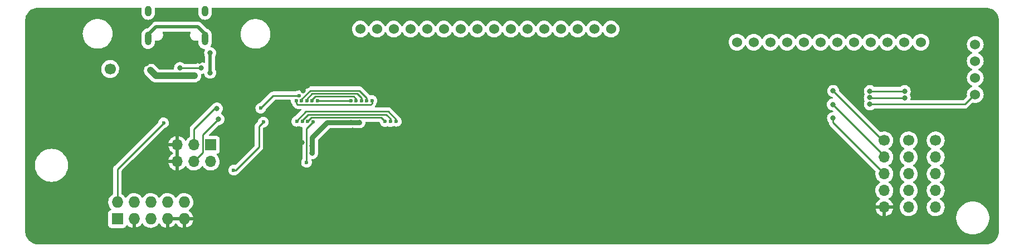
<source format=gbr>
%TF.GenerationSoftware,KiCad,Pcbnew,(6.0.1-0)*%
%TF.CreationDate,2022-01-19T18:39:33+01:00*%
%TF.ProjectId,modelh,6d6f6465-6c68-42e6-9b69-6361645f7063,v0.1*%
%TF.SameCoordinates,PX3dc4fd0PY2cd02b0*%
%TF.FileFunction,Copper,L2,Bot*%
%TF.FilePolarity,Positive*%
%FSLAX46Y46*%
G04 Gerber Fmt 4.6, Leading zero omitted, Abs format (unit mm)*
G04 Created by KiCad (PCBNEW (6.0.1-0)) date 2022-01-19 18:39:33*
%MOMM*%
%LPD*%
G01*
G04 APERTURE LIST*
%TA.AperFunction,ComponentPad*%
%ADD10R,1.700000X1.700000*%
%TD*%
%TA.AperFunction,ComponentPad*%
%ADD11O,1.700000X1.700000*%
%TD*%
%TA.AperFunction,ComponentPad*%
%ADD12C,1.524000*%
%TD*%
%TA.AperFunction,ComponentPad*%
%ADD13O,1.727200X1.727200*%
%TD*%
%TA.AperFunction,ComponentPad*%
%ADD14R,1.727200X1.727200*%
%TD*%
%TA.AperFunction,ComponentPad*%
%ADD15C,1.700000*%
%TD*%
%TA.AperFunction,ComponentPad*%
%ADD16O,1.000000X1.600000*%
%TD*%
%TA.AperFunction,ComponentPad*%
%ADD17O,1.000000X2.100000*%
%TD*%
%TA.AperFunction,ViaPad*%
%ADD18C,0.800000*%
%TD*%
%TA.AperFunction,ViaPad*%
%ADD19C,0.600000*%
%TD*%
%TA.AperFunction,Conductor*%
%ADD20C,0.250000*%
%TD*%
%TA.AperFunction,Conductor*%
%ADD21C,0.800000*%
%TD*%
%TA.AperFunction,Conductor*%
%ADD22C,1.000000*%
%TD*%
%TA.AperFunction,Conductor*%
%ADD23C,0.500000*%
%TD*%
G04 APERTURE END LIST*
D10*
%TO.P,boot_selector1,1,Pin_1*%
%TO.N,+3V3*%
X93955000Y-68875000D03*
D11*
%TO.P,boot_selector1,2,Pin_2*%
X93955000Y-71415000D03*
%TO.P,boot_selector1,3,Pin_3*%
%TO.N,Net-(boot_selector1-Pad3)*%
X91415000Y-68875000D03*
%TO.P,boot_selector1,4,Pin_4*%
%TO.N,Net-(R5-Pad1)*%
X91415000Y-71415000D03*
%TO.P,boot_selector1,5,Pin_5*%
%TO.N,GND*%
X88875000Y-68875000D03*
%TO.P,boot_selector1,6,Pin_6*%
X88875000Y-71415000D03*
%TD*%
D12*
%TO.P,Columns1,16,16*%
%TO.N,col0*%
X116690000Y-51260000D03*
%TO.P,Columns1,15,15*%
%TO.N,col1*%
X119230000Y-51260000D03*
%TO.P,Columns1,14,14*%
%TO.N,col2*%
X121770000Y-51260000D03*
%TO.P,Columns1,13,13*%
%TO.N,col3*%
X124310000Y-51260000D03*
%TO.P,Columns1,12,12*%
%TO.N,col4*%
X126850000Y-51260000D03*
%TO.P,Columns1,11,11*%
%TO.N,col5*%
X129390000Y-51260000D03*
%TO.P,Columns1,10,10*%
%TO.N,col6*%
X131930000Y-51260000D03*
%TO.P,Columns1,9,9*%
%TO.N,col7*%
X134470000Y-51260000D03*
%TO.P,Columns1,8,8*%
%TO.N,col8*%
X137010000Y-51260000D03*
%TO.P,Columns1,7,7*%
%TO.N,col9*%
X139550000Y-51260000D03*
%TO.P,Columns1,6,6*%
%TO.N,col10*%
X142090000Y-51260000D03*
%TO.P,Columns1,5,5*%
%TO.N,col11*%
X144630000Y-51260000D03*
%TO.P,Columns1,4,4*%
%TO.N,col12*%
X147170000Y-51260000D03*
%TO.P,Columns1,3,3*%
%TO.N,col13*%
X149710000Y-51260000D03*
%TO.P,Columns1,2,2*%
%TO.N,col14*%
X152250000Y-51260000D03*
%TO.P,Columns1,1,1*%
%TO.N,col15*%
X154790000Y-51260000D03*
%TD*%
%TO.P,Rows1,12,12*%
%TO.N,Net-(R15-Pad1)*%
X201887550Y-53259500D03*
%TO.P,Rows1,11,11*%
%TO.N,Net-(R14-Pad1)*%
X199347550Y-53259500D03*
%TO.P,Rows1,10,10*%
%TO.N,Net-(R13-Pad1)*%
X196807550Y-53259500D03*
%TO.P,Rows1,9,9*%
%TO.N,Net-(R12-Pad1)*%
X194267550Y-53259500D03*
%TO.P,Rows1,8,8*%
%TO.N,row7*%
X191727550Y-53259500D03*
%TO.P,Rows1,7,7*%
%TO.N,row6*%
X189187550Y-53259500D03*
%TO.P,Rows1,6,6*%
%TO.N,row5*%
X186647550Y-53259500D03*
%TO.P,Rows1,5,5*%
%TO.N,row4*%
X184107550Y-53259500D03*
%TO.P,Rows1,4,4*%
%TO.N,row3*%
X181567550Y-53259500D03*
%TO.P,Rows1,3,3*%
%TO.N,row2*%
X179027550Y-53259500D03*
%TO.P,Rows1,2,2*%
%TO.N,row1*%
X176487550Y-53259500D03*
%TO.P,Rows1,1,1*%
%TO.N,row0*%
X173947550Y-53259500D03*
%TD*%
%TO.P,LEDs1,4,4*%
%TO.N,Net-(LEDs1-Pad4)*%
X210143700Y-53600000D03*
%TO.P,LEDs1,3,3*%
%TO.N,Net-(LEDs1-Pad3)*%
X210143700Y-56140000D03*
%TO.P,LEDs1,2,2*%
%TO.N,+3V3*%
X210143700Y-58680000D03*
%TO.P,LEDs1,1,1*%
%TO.N,Net-(LEDs1-Pad1)*%
X210143700Y-61220000D03*
%TD*%
D13*
%TO.P,Debug1,10,Pin_10*%
%TO.N,nRST*%
X89930000Y-77600000D03*
%TO.P,Debug1,9,Pin_9*%
%TO.N,GND*%
X89930000Y-80140000D03*
%TO.P,Debug1,8,Pin_8*%
%TO.N,unconnected-(Debug1-Pad8)*%
X87390000Y-77600000D03*
%TO.P,Debug1,7,Pin_7*%
%TO.N,GND*%
X87390000Y-80140000D03*
%TO.P,Debug1,6,Pin_6*%
%TO.N,unconnected-(Debug1-Pad6)*%
X84850000Y-77600000D03*
%TO.P,Debug1,5,Pin_5*%
%TO.N,unconnected-(Debug1-Pad5)*%
X84850000Y-80140000D03*
%TO.P,Debug1,4,Pin_4*%
%TO.N,SWCLK*%
X82310000Y-77600000D03*
%TO.P,Debug1,3,Pin_3*%
%TO.N,GND*%
X82310000Y-80140000D03*
%TO.P,Debug1,2,Pin_2*%
%TO.N,SWDIO*%
X79770000Y-77600000D03*
D14*
%TO.P,Debug1,1,Pin_1*%
%TO.N,+3V3*%
X79770000Y-80140000D03*
%TD*%
D11*
%TO.P,custom_leds_C1,5,Pin_5*%
%TO.N,Net-(custom_leds_B1-Pad5)*%
X204130000Y-78360000D03*
%TO.P,custom_leds_C1,4,Pin_4*%
%TO.N,Net-(custom_leds_B1-Pad4)*%
X204130000Y-75820000D03*
%TO.P,custom_leds_C1,3,Pin_3*%
%TO.N,Net-(custom_leds_B1-Pad3)*%
X204130000Y-73280000D03*
%TO.P,custom_leds_C1,2,Pin_2*%
%TO.N,Net-(custom_leds_B1-Pad2)*%
X204130000Y-70740000D03*
D15*
%TO.P,custom_leds_C1,1,Pin_1*%
%TO.N,Net-(custom_leds_B1-Pad1)*%
X204130000Y-68200000D03*
%TD*%
D11*
%TO.P,custom_leds_B1,5,Pin_5*%
%TO.N,Net-(custom_leds_B1-Pad5)*%
X200030000Y-78360000D03*
%TO.P,custom_leds_B1,4,Pin_4*%
%TO.N,Net-(custom_leds_B1-Pad4)*%
X200030000Y-75820000D03*
%TO.P,custom_leds_B1,3,Pin_3*%
%TO.N,Net-(custom_leds_B1-Pad3)*%
X200030000Y-73280000D03*
%TO.P,custom_leds_B1,2,Pin_2*%
%TO.N,Net-(custom_leds_B1-Pad2)*%
X200030000Y-70740000D03*
D15*
%TO.P,custom_leds_B1,1,Pin_1*%
%TO.N,Net-(custom_leds_B1-Pad1)*%
X200030000Y-68200000D03*
%TD*%
D11*
%TO.P,custom_leds_A1,5,Pin_5*%
%TO.N,GND*%
X196330000Y-78360000D03*
%TO.P,custom_leds_A1,4,Pin_4*%
%TO.N,+3V3*%
X196330000Y-75820000D03*
%TO.P,custom_leds_A1,3,Pin_3*%
%TO.N,led2*%
X196330000Y-73280000D03*
%TO.P,custom_leds_A1,2,Pin_2*%
%TO.N,led1*%
X196330000Y-70740000D03*
D15*
%TO.P,custom_leds_A1,1,Pin_1*%
%TO.N,led0*%
X196330000Y-68200000D03*
%TD*%
%TO.P,TP1,1,1*%
%TO.N,+5V*%
X78670000Y-57340000D03*
%TD*%
D16*
%TO.P,USB_C1,S1,SHIELD*%
%TO.N,Net-(R11-Pad2)*%
X84450000Y-48540000D03*
D17*
X84450000Y-52720000D03*
X93090000Y-52720000D03*
D16*
X93090000Y-48540000D03*
%TD*%
D18*
%TO.N,Net-(R5-Pad1)*%
X95150000Y-64960000D03*
%TO.N,Net-(boot_selector1-Pad3)*%
X94900000Y-63340000D03*
%TO.N,GND*%
X97100000Y-66540000D03*
X96600000Y-62450000D03*
X85470000Y-71850000D03*
X85470000Y-72850000D03*
X85470000Y-73850000D03*
%TO.N,+3V3*%
X109370000Y-68990000D03*
%TO.N,GND*%
X138000000Y-69000000D03*
X136000000Y-69000000D03*
X134000000Y-69000000D03*
X130000000Y-69000000D03*
X132000000Y-69000000D03*
X148000000Y-69000000D03*
X146000000Y-69000000D03*
X150000000Y-69000000D03*
X158000000Y-69000000D03*
X156000000Y-69000000D03*
X152000000Y-69000000D03*
X154000000Y-69000000D03*
X144000000Y-69000000D03*
X140000000Y-69000000D03*
X142000000Y-69000000D03*
X177960000Y-69260000D03*
X169960000Y-69260000D03*
X175960000Y-69260000D03*
X164000000Y-69000000D03*
X171960000Y-69260000D03*
X173960000Y-69260000D03*
X166000000Y-69000000D03*
X168000000Y-69000000D03*
X162000000Y-69000000D03*
X160000000Y-69000000D03*
X148000000Y-83000000D03*
X170000000Y-83000000D03*
X154000000Y-83000000D03*
X168000000Y-83000000D03*
X156000000Y-83000000D03*
X116000000Y-83000000D03*
X162000000Y-83000000D03*
X166000000Y-83000000D03*
X160000000Y-83000000D03*
X114000000Y-83000000D03*
X152000000Y-83000000D03*
X150000000Y-83000000D03*
X164000000Y-83000000D03*
X158000000Y-83000000D03*
X172000000Y-83000000D03*
X118000000Y-83000000D03*
X146000000Y-83000000D03*
X138000000Y-83000000D03*
X144000000Y-83000000D03*
X132000000Y-83000000D03*
X140000000Y-83000000D03*
X126000000Y-83000000D03*
X142000000Y-83000000D03*
X174000000Y-83000000D03*
X134000000Y-83000000D03*
X124000000Y-83000000D03*
X120000000Y-83000000D03*
X122000000Y-83000000D03*
X136000000Y-83000000D03*
X130000000Y-83000000D03*
X128000000Y-83000000D03*
X112000000Y-83000000D03*
X176000000Y-83000000D03*
X108000000Y-83000000D03*
X110000000Y-83000000D03*
X178000000Y-83000000D03*
X182000000Y-83000000D03*
X186000000Y-83000000D03*
X190000000Y-83000000D03*
X184000000Y-83000000D03*
X194000000Y-83000000D03*
X192000000Y-83000000D03*
X188000000Y-83000000D03*
X180000000Y-83000000D03*
X211000000Y-49000000D03*
X199000000Y-49000000D03*
X207000000Y-49000000D03*
X203000000Y-49000000D03*
X209000000Y-49000000D03*
X205000000Y-49000000D03*
X201000000Y-49000000D03*
X195000000Y-49000000D03*
X193000000Y-49000000D03*
X197000000Y-49000000D03*
X181000000Y-49000000D03*
X177000000Y-49000000D03*
X185000000Y-49000000D03*
X183000000Y-49000000D03*
X187000000Y-49000000D03*
X179000000Y-49000000D03*
X191000000Y-49000000D03*
X175000000Y-49000000D03*
X189000000Y-49000000D03*
X173000000Y-49000000D03*
X171000000Y-49000000D03*
X167000000Y-49000000D03*
X163000000Y-49000000D03*
X159000000Y-49000000D03*
X153000000Y-49000000D03*
X161000000Y-49000000D03*
X155000000Y-49000000D03*
X157000000Y-49000000D03*
X169000000Y-49000000D03*
X165000000Y-49000000D03*
X143000000Y-49000000D03*
X151000000Y-49000000D03*
X133000000Y-49000000D03*
X145000000Y-49000000D03*
X139000000Y-49000000D03*
X149000000Y-49000000D03*
X141000000Y-49000000D03*
X135000000Y-49000000D03*
X147000000Y-49000000D03*
X137000000Y-49000000D03*
X113000000Y-49000000D03*
X131000000Y-49000000D03*
X115000000Y-49000000D03*
X123000000Y-49000000D03*
X117000000Y-49000000D03*
X127000000Y-49000000D03*
X121000000Y-49000000D03*
X129000000Y-49000000D03*
X119000000Y-49000000D03*
X125000000Y-49000000D03*
X67000000Y-81000000D03*
X67000000Y-79000000D03*
X89000000Y-83000000D03*
X179960000Y-69260000D03*
X87750000Y-64270000D03*
X95000000Y-49000000D03*
X67000000Y-77000000D03*
X67000000Y-61000000D03*
X183930000Y-81260000D03*
X71000000Y-83000000D03*
X77000000Y-49000000D03*
X83000000Y-49000000D03*
X185960000Y-69260000D03*
X86750000Y-64270000D03*
X103270000Y-69110010D03*
X206160000Y-52610000D03*
X151000000Y-59000000D03*
X122000000Y-69000000D03*
X67000000Y-55000000D03*
X128000000Y-69000000D03*
X200960000Y-65260000D03*
X71000000Y-49000000D03*
X198000000Y-83000000D03*
X157000000Y-59000000D03*
X213000000Y-71000000D03*
X213000000Y-59000000D03*
X117800000Y-66700000D03*
X67000000Y-75000000D03*
X213000000Y-79000000D03*
X81000000Y-49000000D03*
X213000000Y-73000000D03*
X97000000Y-49000000D03*
X213000000Y-63000000D03*
X87750000Y-63270000D03*
X98250000Y-76000000D03*
X86750000Y-63270000D03*
X67000000Y-65000000D03*
X98250000Y-74500000D03*
X67000000Y-67000000D03*
X67000000Y-69000000D03*
X115570000Y-77140000D03*
X213000000Y-57000000D03*
X109000000Y-49000000D03*
X124000000Y-69000000D03*
X196000000Y-83000000D03*
X81000000Y-83000000D03*
X213000000Y-65000000D03*
X202960000Y-65260000D03*
X100650000Y-59624020D03*
X120000000Y-69000000D03*
X107794990Y-68540000D03*
X126000000Y-81000000D03*
X79000000Y-49000000D03*
X126000000Y-79000000D03*
X108700000Y-59900004D03*
X67000000Y-51000000D03*
X79000000Y-83000000D03*
X213000000Y-69000000D03*
X126000000Y-75000000D03*
X96500000Y-74500000D03*
X213000000Y-53000000D03*
X83000000Y-83000000D03*
X103000000Y-49000000D03*
X206160000Y-54610000D03*
X108000000Y-73750000D03*
X126000000Y-73000000D03*
X208000000Y-83000000D03*
X213000000Y-61000000D03*
X202000000Y-83000000D03*
X116700000Y-66700000D03*
X114570000Y-77140000D03*
X84170000Y-56490000D03*
X92270000Y-56190000D03*
X106000000Y-83000000D03*
X213000000Y-77000000D03*
X161000000Y-59000000D03*
X85000000Y-83000000D03*
X196960000Y-65260000D03*
X213000000Y-55000000D03*
X107000000Y-49000000D03*
X87750000Y-62270000D03*
X77370000Y-65940000D03*
X183930000Y-71260000D03*
X149000000Y-59000000D03*
X155000000Y-59000000D03*
X159000000Y-59000000D03*
X183930000Y-73260000D03*
X115570000Y-66690000D03*
X67000000Y-57000000D03*
X181960000Y-69260000D03*
X183960000Y-69260000D03*
X75000000Y-49000000D03*
X86750000Y-62270000D03*
X85870000Y-49590000D03*
X126000000Y-71000000D03*
X126000000Y-69000000D03*
X101000000Y-49000000D03*
X111000000Y-49000000D03*
X67000000Y-53000000D03*
X96500000Y-76000000D03*
X76370000Y-64340000D03*
X213000000Y-67000000D03*
X198960000Y-65260000D03*
X91000000Y-83000000D03*
X73000000Y-83000000D03*
X87000000Y-83000000D03*
X206000000Y-83000000D03*
X126000000Y-77000000D03*
X75010000Y-83000000D03*
X183930000Y-75260000D03*
X76370000Y-65440000D03*
X204960000Y-65260000D03*
X77000000Y-83000000D03*
X183930000Y-77260000D03*
X104270000Y-69110010D03*
X69000000Y-83000000D03*
X99000000Y-49000000D03*
X200000000Y-83000000D03*
X204000000Y-83000000D03*
X77370000Y-64840000D03*
X213000000Y-51000000D03*
X67000000Y-59000000D03*
X213000000Y-75000000D03*
X163000000Y-59000000D03*
X91670000Y-49590000D03*
X104500000Y-73750000D03*
X67000000Y-63000000D03*
X153000000Y-59000000D03*
X73000000Y-49000000D03*
X69000000Y-49000000D03*
X108000000Y-60600000D03*
X93000000Y-83000000D03*
X94910000Y-82990000D03*
X206160000Y-50610000D03*
X106250000Y-73750000D03*
X105000000Y-49000000D03*
X113570000Y-77140000D03*
X183930000Y-79260000D03*
%TO.N,+5V*%
X91470000Y-58390000D03*
X84820000Y-57540000D03*
%TO.N,+3V3*%
X109370000Y-70140000D03*
X115260000Y-65439499D03*
X116560000Y-65439499D03*
D19*
%TO.N,nRST*%
X108520000Y-71540004D03*
X109528158Y-65366699D03*
%TO.N,row4*%
X107770000Y-62140000D03*
X117670000Y-62140000D03*
%TO.N,row3*%
X106970000Y-62140000D03*
X118470000Y-62140000D03*
%TO.N,row2*%
X108570000Y-62140000D03*
X116870000Y-62140000D03*
%TO.N,row1*%
X109370000Y-62140000D03*
X116070000Y-62140000D03*
%TO.N,row0*%
X110170000Y-62140000D03*
X115270000Y-62140000D03*
%TO.N,SWCLK*%
X101950000Y-65400000D03*
X97440000Y-72730000D03*
%TO.N,SWDIO*%
X86790000Y-65530000D03*
D18*
%TO.N,D-*%
X89293563Y-57177770D03*
X92470000Y-57190000D03*
D19*
%TO.N,led0*%
X120470000Y-65340000D03*
X108670000Y-65340000D03*
D18*
X188550000Y-60680000D03*
D19*
%TO.N,led1*%
X107870000Y-65340000D03*
D18*
X188500000Y-62730000D03*
D19*
X121270000Y-65340000D03*
%TO.N,led2*%
X122170000Y-65290000D03*
D18*
X188530000Y-64800000D03*
D19*
X107028051Y-65298051D03*
%TO.N,BOOT1*%
X107400000Y-61400000D03*
X101570000Y-63290000D03*
D18*
%TO.N,Net-(R11-Pad2)*%
X93870000Y-57890000D03*
X93870000Y-54890000D03*
%TO.N,Net-(LEDs1-Pad1)*%
X194130000Y-62700000D03*
%TO.N,Net-(LEDs1-Pad3)*%
X199430000Y-61700000D03*
X194117340Y-61687340D03*
%TO.N,Net-(LEDs1-Pad4)*%
X199430000Y-60700000D03*
X194130161Y-60687411D03*
%TD*%
D20*
%TO.N,Net-(boot_selector1-Pad3)*%
X94540000Y-63340000D02*
X91415000Y-66465000D01*
X94900000Y-63340000D02*
X94540000Y-63340000D01*
X91415000Y-66465000D02*
X91415000Y-68875000D01*
%TO.N,Net-(R5-Pad1)*%
X95150000Y-64960000D02*
X92780489Y-67329511D01*
X92780489Y-67329511D02*
X92780489Y-70049511D01*
X92780489Y-70049511D02*
X91415000Y-71415000D01*
%TO.N,SWCLK*%
X97440000Y-72730000D02*
X97780000Y-72730000D01*
X97780000Y-72730000D02*
X101280000Y-69230000D01*
X101280000Y-69230000D02*
X101280000Y-66070000D01*
X101280000Y-66070000D02*
X101950000Y-65400000D01*
%TO.N,BOOT1*%
X101570000Y-63290000D02*
X103460000Y-61400000D01*
X103460000Y-61400000D02*
X107400000Y-61400000D01*
%TO.N,SWDIO*%
X79770000Y-77600000D02*
X79770000Y-72550000D01*
X79770000Y-72550000D02*
X86790000Y-65530000D01*
D21*
%TO.N,+3V3*%
X109370000Y-68990000D02*
X109370000Y-67740000D01*
X109370000Y-67740000D02*
X111670000Y-65440000D01*
X111670000Y-65440000D02*
X116559499Y-65440000D01*
X116559499Y-65440000D02*
X116560000Y-65439499D01*
D22*
%TO.N,+5V*%
X91470000Y-58390000D02*
X85670000Y-58390000D01*
X85670000Y-58390000D02*
X84820000Y-57540000D01*
D21*
%TO.N,+3V3*%
X109370000Y-68990000D02*
X109370000Y-70140000D01*
D20*
%TO.N,nRST*%
X108520000Y-69290000D02*
X108520000Y-71540004D01*
X108520000Y-66374857D02*
X108520000Y-69290000D01*
X109528158Y-65366699D02*
X108520000Y-66374857D01*
%TO.N,row4*%
X116569244Y-60614980D02*
X117670000Y-61715736D01*
X109085020Y-60614980D02*
X116569244Y-60614980D01*
X107770000Y-61930000D02*
X109085020Y-60614980D01*
X107770000Y-62140000D02*
X107770000Y-61930000D01*
X117670000Y-61715736D02*
X117670000Y-62140000D01*
%TO.N,row3*%
X106970000Y-62564264D02*
X107170737Y-62765001D01*
X107170737Y-62765001D02*
X118269263Y-62765001D01*
X106970000Y-62140000D02*
X106970000Y-62564264D01*
X118470000Y-62564264D02*
X118470000Y-62140000D01*
X118269263Y-62765001D02*
X118470000Y-62564264D01*
%TO.N,row2*%
X108570000Y-61872868D02*
X108570000Y-62140000D01*
X116870000Y-62140000D02*
X116870000Y-61715736D01*
X116219253Y-61064989D02*
X109377879Y-61064989D01*
X116870000Y-61715736D02*
X116219253Y-61064989D01*
X109377879Y-61064989D02*
X108570000Y-61872868D01*
%TO.N,row1*%
X109869999Y-61514999D02*
X115692131Y-61514999D01*
X109370000Y-62014998D02*
X109869999Y-61514999D01*
X109370000Y-62140000D02*
X109370000Y-62014998D01*
X116070000Y-61892868D02*
X116070000Y-62140000D01*
X115692131Y-61514999D02*
X116070000Y-61892868D01*
X116070000Y-62014998D02*
X116070000Y-62140000D01*
%TO.N,row0*%
X115270000Y-62140000D02*
X110170000Y-62140000D01*
%TO.N,D-*%
X89305793Y-57190000D02*
X92470000Y-57190000D01*
X89293563Y-57177770D02*
X89305793Y-57190000D01*
%TO.N,led0*%
X120470000Y-65340000D02*
X119844999Y-64714999D01*
X188550000Y-60680000D02*
X196070000Y-68200000D01*
X108969999Y-65040001D02*
X108670000Y-65340000D01*
X119844999Y-64714999D02*
X109295001Y-64714999D01*
X196070000Y-68200000D02*
X196330000Y-68200000D01*
X109295001Y-64714999D02*
X108969999Y-65040001D01*
%TO.N,led1*%
X108727879Y-64264989D02*
X107870000Y-65122868D01*
X107870000Y-65122868D02*
X107870000Y-65340000D01*
X196330000Y-70560000D02*
X196330000Y-70740000D01*
X121270000Y-65340000D02*
X121270000Y-64915736D01*
X121270000Y-64915736D02*
X120619253Y-64264989D01*
X188500000Y-62730000D02*
X196330000Y-70560000D01*
X120619253Y-64264989D02*
X108727879Y-64264989D01*
%TO.N,led2*%
X122170000Y-65290000D02*
X122170000Y-65052868D01*
X120932112Y-63814980D02*
X108385020Y-63814980D01*
X108385020Y-63814980D02*
X107028051Y-65171949D01*
X188530000Y-64800000D02*
X188530000Y-65480000D01*
X122170000Y-65052868D02*
X120932112Y-63814980D01*
X107028051Y-65171949D02*
X107028051Y-65298051D01*
X188530000Y-65480000D02*
X196330000Y-73280000D01*
D23*
%TO.N,Net-(R11-Pad2)*%
X91970000Y-50890000D02*
X93090000Y-52010000D01*
X84450000Y-52110000D02*
X85670000Y-50890000D01*
X93870000Y-54890000D02*
X93870000Y-57890000D01*
X85670000Y-50890000D02*
X91970000Y-50890000D01*
X84450000Y-52720000D02*
X84450000Y-52110000D01*
X93090000Y-52010000D02*
X93090000Y-52720000D01*
D20*
%TO.N,Net-(LEDs1-Pad1)*%
X208570000Y-62710000D02*
X207220000Y-62710000D01*
X210120000Y-61160000D02*
X208570000Y-62710000D01*
X207220000Y-62710000D02*
X207210000Y-62700000D01*
X207210000Y-62700000D02*
X194130000Y-62700000D01*
%TO.N,Net-(LEDs1-Pad3)*%
X199430000Y-61700000D02*
X194130000Y-61700000D01*
X194130000Y-61700000D02*
X194117340Y-61687340D01*
%TO.N,Net-(LEDs1-Pad4)*%
X199430000Y-60700000D02*
X194142750Y-60700000D01*
X194142750Y-60700000D02*
X194130161Y-60687411D01*
%TD*%
%TA.AperFunction,Conductor*%
%TO.N,GND*%
G36*
X83390371Y-48010002D02*
G01*
X83436864Y-48063658D01*
X83447465Y-48130044D01*
X83441500Y-48183227D01*
X83441500Y-48889769D01*
X83441800Y-48892825D01*
X83441800Y-48892832D01*
X83442530Y-48900273D01*
X83455920Y-49036833D01*
X83513084Y-49226169D01*
X83605934Y-49400796D01*
X83676291Y-49487062D01*
X83727040Y-49549287D01*
X83727043Y-49549290D01*
X83730935Y-49554062D01*
X83735682Y-49557989D01*
X83735684Y-49557991D01*
X83878575Y-49676201D01*
X83878579Y-49676203D01*
X83883325Y-49680130D01*
X84057299Y-49774198D01*
X84246232Y-49832682D01*
X84252357Y-49833326D01*
X84252358Y-49833326D01*
X84436796Y-49852711D01*
X84436798Y-49852711D01*
X84442925Y-49853355D01*
X84525424Y-49845847D01*
X84633749Y-49835989D01*
X84633752Y-49835988D01*
X84639888Y-49835430D01*
X84645794Y-49833692D01*
X84645798Y-49833691D01*
X84815015Y-49783888D01*
X84829619Y-49779590D01*
X84835077Y-49776737D01*
X84835081Y-49776735D01*
X84988426Y-49696567D01*
X85004890Y-49687960D01*
X85159025Y-49564032D01*
X85286154Y-49412526D01*
X85289121Y-49407128D01*
X85289125Y-49407123D01*
X85378467Y-49244608D01*
X85381433Y-49239213D01*
X85383846Y-49231608D01*
X85439373Y-49056564D01*
X85439373Y-49056563D01*
X85441235Y-49050694D01*
X85458500Y-48896773D01*
X85458500Y-48190231D01*
X85457814Y-48183227D01*
X85453906Y-48143382D01*
X85452427Y-48128296D01*
X85465686Y-48058548D01*
X85514549Y-48007041D01*
X85577826Y-47990000D01*
X91962250Y-47990000D01*
X92030371Y-48010002D01*
X92076864Y-48063658D01*
X92087465Y-48130044D01*
X92081500Y-48183227D01*
X92081500Y-48889769D01*
X92081800Y-48892825D01*
X92081800Y-48892832D01*
X92082530Y-48900273D01*
X92095920Y-49036833D01*
X92153084Y-49226169D01*
X92245934Y-49400796D01*
X92316291Y-49487062D01*
X92367040Y-49549287D01*
X92367043Y-49549290D01*
X92370935Y-49554062D01*
X92375682Y-49557989D01*
X92375684Y-49557991D01*
X92518575Y-49676201D01*
X92518579Y-49676203D01*
X92523325Y-49680130D01*
X92697299Y-49774198D01*
X92886232Y-49832682D01*
X92892357Y-49833326D01*
X92892358Y-49833326D01*
X93076796Y-49852711D01*
X93076798Y-49852711D01*
X93082925Y-49853355D01*
X93165424Y-49845847D01*
X93273749Y-49835989D01*
X93273752Y-49835988D01*
X93279888Y-49835430D01*
X93285794Y-49833692D01*
X93285798Y-49833691D01*
X93455015Y-49783888D01*
X93469619Y-49779590D01*
X93475077Y-49776737D01*
X93475081Y-49776735D01*
X93628426Y-49696567D01*
X93644890Y-49687960D01*
X93799025Y-49564032D01*
X93926154Y-49412526D01*
X93929121Y-49407128D01*
X93929125Y-49407123D01*
X94018467Y-49244608D01*
X94021433Y-49239213D01*
X94023846Y-49231608D01*
X94079373Y-49056564D01*
X94079373Y-49056563D01*
X94081235Y-49050694D01*
X94098500Y-48896773D01*
X94098500Y-48190231D01*
X94097814Y-48183227D01*
X94093906Y-48143382D01*
X94092427Y-48128296D01*
X94105686Y-48058548D01*
X94154549Y-48007041D01*
X94217826Y-47990000D01*
X211765499Y-47990000D01*
X211774487Y-47990321D01*
X211823871Y-47993853D01*
X212045650Y-48009715D01*
X212063433Y-48012272D01*
X212324658Y-48069098D01*
X212341900Y-48074160D01*
X212592393Y-48167589D01*
X212608738Y-48175054D01*
X212630923Y-48187168D01*
X212843375Y-48303176D01*
X212858498Y-48312895D01*
X213072510Y-48473103D01*
X213086096Y-48484876D01*
X213275124Y-48673904D01*
X213286897Y-48687490D01*
X213447105Y-48901502D01*
X213456824Y-48916625D01*
X213584945Y-49151260D01*
X213592411Y-49167607D01*
X213681167Y-49405572D01*
X213685839Y-49418097D01*
X213690902Y-49435342D01*
X213747728Y-49696567D01*
X213750285Y-49714350D01*
X213761427Y-49870127D01*
X213769679Y-49985513D01*
X213770000Y-49994501D01*
X213770000Y-81985499D01*
X213769679Y-81994487D01*
X213767457Y-82025558D01*
X213755665Y-82190438D01*
X213750286Y-82265645D01*
X213747728Y-82283433D01*
X213700943Y-82498500D01*
X213690903Y-82544654D01*
X213685840Y-82561900D01*
X213592411Y-82812393D01*
X213584945Y-82828740D01*
X213456824Y-83063375D01*
X213447105Y-83078498D01*
X213286897Y-83292510D01*
X213275124Y-83306096D01*
X213086096Y-83495124D01*
X213072510Y-83506897D01*
X212858498Y-83667105D01*
X212843375Y-83676824D01*
X212608740Y-83804945D01*
X212592393Y-83812411D01*
X212341900Y-83905840D01*
X212324658Y-83910902D01*
X212063433Y-83967728D01*
X212045650Y-83970285D01*
X211823871Y-83986147D01*
X211774487Y-83989679D01*
X211765499Y-83990000D01*
X67774501Y-83990000D01*
X67765513Y-83989679D01*
X67716129Y-83986147D01*
X67494350Y-83970285D01*
X67476567Y-83967728D01*
X67215342Y-83910902D01*
X67198100Y-83905840D01*
X66947607Y-83812411D01*
X66931260Y-83804945D01*
X66696625Y-83676824D01*
X66681502Y-83667105D01*
X66467490Y-83506897D01*
X66453904Y-83495124D01*
X66264876Y-83306096D01*
X66253103Y-83292510D01*
X66092895Y-83078498D01*
X66083176Y-83063375D01*
X65955055Y-82828740D01*
X65947589Y-82812393D01*
X65854160Y-82561900D01*
X65849097Y-82544654D01*
X65839057Y-82498500D01*
X65792272Y-82283433D01*
X65789714Y-82265645D01*
X65784336Y-82190438D01*
X65772543Y-82025558D01*
X65770321Y-81994487D01*
X65770000Y-81985499D01*
X65770000Y-77566362D01*
X78393609Y-77566362D01*
X78393906Y-77571514D01*
X78393906Y-77571518D01*
X78401977Y-77711492D01*
X78406597Y-77791614D01*
X78407734Y-77796660D01*
X78407735Y-77796666D01*
X78435688Y-77920702D01*
X78456200Y-78011720D01*
X78458142Y-78016502D01*
X78458143Y-78016506D01*
X78516677Y-78160658D01*
X78541086Y-78220769D01*
X78543785Y-78225173D01*
X78645443Y-78391064D01*
X78658975Y-78413147D01*
X78803909Y-78580462D01*
X78803909Y-78580463D01*
X78806702Y-78583687D01*
X78806036Y-78584264D01*
X78838456Y-78642187D01*
X78834131Y-78713052D01*
X78792181Y-78770330D01*
X78759851Y-78788238D01*
X78668105Y-78822632D01*
X78668104Y-78822633D01*
X78659695Y-78825785D01*
X78543139Y-78913139D01*
X78455785Y-79029695D01*
X78404655Y-79166084D01*
X78397900Y-79228266D01*
X78397900Y-81051734D01*
X78404655Y-81113916D01*
X78455785Y-81250305D01*
X78543139Y-81366861D01*
X78659695Y-81454215D01*
X78796084Y-81505345D01*
X78858266Y-81512100D01*
X80681734Y-81512100D01*
X80743916Y-81505345D01*
X80880305Y-81454215D01*
X80996861Y-81366861D01*
X81084215Y-81250305D01*
X81107735Y-81187567D01*
X81122413Y-81148412D01*
X81165054Y-81091647D01*
X81231616Y-81066947D01*
X81300965Y-81082154D01*
X81335633Y-81110145D01*
X81343666Y-81119419D01*
X81351032Y-81126633D01*
X81516606Y-81264095D01*
X81525053Y-81270010D01*
X81710859Y-81378586D01*
X81720146Y-81383036D01*
X81921198Y-81459810D01*
X81931091Y-81462684D01*
X82038248Y-81484485D01*
X82052300Y-81483290D01*
X82056000Y-81472945D01*
X82056000Y-80012000D01*
X82076002Y-79943879D01*
X82129658Y-79897386D01*
X82182000Y-79886000D01*
X82438000Y-79886000D01*
X82506121Y-79906002D01*
X82552614Y-79959658D01*
X82564000Y-80012000D01*
X82564000Y-81472229D01*
X82568064Y-81486071D01*
X82581479Y-81488105D01*
X82591025Y-81486882D01*
X82601095Y-81484742D01*
X82807225Y-81422900D01*
X82816832Y-81419134D01*
X83010076Y-81324464D01*
X83018934Y-81319185D01*
X83194141Y-81194211D01*
X83202003Y-81187567D01*
X83354445Y-81035656D01*
X83361122Y-81027811D01*
X83479086Y-80863646D01*
X83535081Y-80819998D01*
X83605784Y-80813552D01*
X83668749Y-80846355D01*
X83688842Y-80871337D01*
X83736091Y-80948440D01*
X83738975Y-80953147D01*
X83886702Y-81123687D01*
X84060299Y-81267810D01*
X84064751Y-81270412D01*
X84064756Y-81270415D01*
X84183804Y-81339981D01*
X84255103Y-81381645D01*
X84465884Y-81462134D01*
X84470952Y-81463165D01*
X84470955Y-81463166D01*
X84519021Y-81472945D01*
X84686981Y-81507117D01*
X84692156Y-81507307D01*
X84692158Y-81507307D01*
X84907292Y-81515196D01*
X84907296Y-81515196D01*
X84912456Y-81515385D01*
X84917576Y-81514729D01*
X84917578Y-81514729D01*
X85012485Y-81502571D01*
X85136253Y-81486716D01*
X85141202Y-81485231D01*
X85141208Y-81485230D01*
X85347413Y-81423365D01*
X85347412Y-81423365D01*
X85352363Y-81421880D01*
X85519540Y-81339981D01*
X85550331Y-81324897D01*
X85550336Y-81324894D01*
X85554982Y-81322618D01*
X85559192Y-81319615D01*
X85559197Y-81319612D01*
X85734455Y-81194601D01*
X85734459Y-81194597D01*
X85738667Y-81191596D01*
X85898487Y-81032333D01*
X86019686Y-80863667D01*
X86075680Y-80820019D01*
X86146384Y-80813573D01*
X86209348Y-80846376D01*
X86229441Y-80871358D01*
X86276682Y-80948448D01*
X86282765Y-80956759D01*
X86423665Y-81119417D01*
X86431032Y-81126633D01*
X86596606Y-81264095D01*
X86605053Y-81270010D01*
X86790859Y-81378586D01*
X86800146Y-81383036D01*
X87001198Y-81459810D01*
X87011091Y-81462684D01*
X87118248Y-81484485D01*
X87132300Y-81483290D01*
X87136000Y-81472945D01*
X87136000Y-81472229D01*
X87644000Y-81472229D01*
X87648064Y-81486071D01*
X87661479Y-81488105D01*
X87671025Y-81486882D01*
X87681095Y-81484742D01*
X87887225Y-81422900D01*
X87896832Y-81419134D01*
X88090076Y-81324464D01*
X88098934Y-81319185D01*
X88274141Y-81194211D01*
X88282003Y-81187567D01*
X88434445Y-81035656D01*
X88441122Y-81027811D01*
X88559402Y-80863206D01*
X88615397Y-80819558D01*
X88686100Y-80813112D01*
X88749065Y-80845915D01*
X88769157Y-80870897D01*
X88816676Y-80948440D01*
X88822765Y-80956759D01*
X88963665Y-81119417D01*
X88971032Y-81126633D01*
X89136606Y-81264095D01*
X89145053Y-81270010D01*
X89330859Y-81378586D01*
X89340146Y-81383036D01*
X89541198Y-81459810D01*
X89551091Y-81462684D01*
X89658248Y-81484485D01*
X89672300Y-81483290D01*
X89676000Y-81472945D01*
X89676000Y-81472229D01*
X90184000Y-81472229D01*
X90188064Y-81486071D01*
X90201479Y-81488105D01*
X90211025Y-81486882D01*
X90221095Y-81484742D01*
X90427225Y-81422900D01*
X90436832Y-81419134D01*
X90630076Y-81324464D01*
X90638934Y-81319185D01*
X90814141Y-81194211D01*
X90822003Y-81187567D01*
X90974445Y-81035656D01*
X90981122Y-81027811D01*
X91106702Y-80853047D01*
X91112013Y-80844208D01*
X91207358Y-80651292D01*
X91211156Y-80641699D01*
X91273716Y-80435791D01*
X91275893Y-80425721D01*
X91277705Y-80411960D01*
X91275493Y-80397778D01*
X91262336Y-80394000D01*
X90202115Y-80394000D01*
X90186876Y-80398475D01*
X90185671Y-80399865D01*
X90184000Y-80407548D01*
X90184000Y-81472229D01*
X89676000Y-81472229D01*
X89676000Y-80412115D01*
X89671525Y-80396876D01*
X89670135Y-80395671D01*
X89662452Y-80394000D01*
X87662115Y-80394000D01*
X87646876Y-80398475D01*
X87645671Y-80399865D01*
X87644000Y-80407548D01*
X87644000Y-81472229D01*
X87136000Y-81472229D01*
X87136000Y-80147821D01*
X207261500Y-80147821D01*
X207301060Y-80460975D01*
X207379557Y-80766702D01*
X207381010Y-80770371D01*
X207381010Y-80770372D01*
X207486044Y-81035656D01*
X207495753Y-81060179D01*
X207497659Y-81063647D01*
X207497660Y-81063648D01*
X207641046Y-81324464D01*
X207647816Y-81336779D01*
X207833346Y-81592140D01*
X208049418Y-81822233D01*
X208292625Y-82023432D01*
X208559131Y-82192562D01*
X208562710Y-82194246D01*
X208562717Y-82194250D01*
X208841144Y-82325267D01*
X208841148Y-82325269D01*
X208844734Y-82326956D01*
X209144928Y-82424495D01*
X209454980Y-82483641D01*
X209691162Y-82498500D01*
X209848838Y-82498500D01*
X210085020Y-82483641D01*
X210395072Y-82424495D01*
X210695266Y-82326956D01*
X210698852Y-82325269D01*
X210698856Y-82325267D01*
X210977283Y-82194250D01*
X210977290Y-82194246D01*
X210980869Y-82192562D01*
X211247375Y-82023432D01*
X211490582Y-81822233D01*
X211706654Y-81592140D01*
X211892184Y-81336779D01*
X211898955Y-81324464D01*
X212042340Y-81063648D01*
X212042341Y-81063647D01*
X212044247Y-81060179D01*
X212053957Y-81035656D01*
X212158990Y-80770372D01*
X212158990Y-80770371D01*
X212160443Y-80766702D01*
X212238940Y-80460975D01*
X212278500Y-80147821D01*
X212278500Y-79832179D01*
X212238940Y-79519025D01*
X212160443Y-79213298D01*
X212139614Y-79160689D01*
X212045702Y-78923495D01*
X212045700Y-78923490D01*
X212044247Y-78919821D01*
X211990817Y-78822632D01*
X211894093Y-78646693D01*
X211894091Y-78646690D01*
X211892184Y-78643221D01*
X211706654Y-78387860D01*
X211490582Y-78157767D01*
X211465916Y-78137361D01*
X211250427Y-77959093D01*
X211247375Y-77956568D01*
X210980869Y-77787438D01*
X210977290Y-77785754D01*
X210977283Y-77785750D01*
X210698856Y-77654733D01*
X210698852Y-77654731D01*
X210695266Y-77653044D01*
X210395072Y-77555505D01*
X210085020Y-77496359D01*
X209848838Y-77481500D01*
X209691162Y-77481500D01*
X209454980Y-77496359D01*
X209144928Y-77555505D01*
X208844734Y-77653044D01*
X208841148Y-77654731D01*
X208841144Y-77654733D01*
X208562717Y-77785750D01*
X208562710Y-77785754D01*
X208559131Y-77787438D01*
X208292625Y-77956568D01*
X208289573Y-77959093D01*
X208074085Y-78137361D01*
X208049418Y-78157767D01*
X207833346Y-78387860D01*
X207647816Y-78643221D01*
X207645909Y-78646690D01*
X207645907Y-78646693D01*
X207549183Y-78822632D01*
X207495753Y-78919821D01*
X207494300Y-78923490D01*
X207494298Y-78923495D01*
X207400386Y-79160689D01*
X207379557Y-79213298D01*
X207301060Y-79519025D01*
X207261500Y-79832179D01*
X207261500Y-80147821D01*
X87136000Y-80147821D01*
X87136000Y-80012000D01*
X87156002Y-79943879D01*
X87209658Y-79897386D01*
X87262000Y-79886000D01*
X91262367Y-79886000D01*
X91275898Y-79882027D01*
X91277203Y-79872947D01*
X91234133Y-79701477D01*
X91230813Y-79691726D01*
X91144999Y-79494365D01*
X91140133Y-79485290D01*
X91023239Y-79304601D01*
X91016947Y-79296430D01*
X90872113Y-79137260D01*
X90864580Y-79130234D01*
X90695691Y-78996855D01*
X90687104Y-78991150D01*
X90668082Y-78980649D01*
X90618111Y-78930216D01*
X90603340Y-78860773D01*
X90628457Y-78794368D01*
X90655801Y-78767768D01*
X90818667Y-78651596D01*
X90842380Y-78627966D01*
X194998257Y-78627966D01*
X195028565Y-78762446D01*
X195031645Y-78772275D01*
X195111770Y-78969603D01*
X195116413Y-78978794D01*
X195227694Y-79160388D01*
X195233777Y-79168699D01*
X195373213Y-79329667D01*
X195380580Y-79336883D01*
X195544434Y-79472916D01*
X195552881Y-79478831D01*
X195736756Y-79586279D01*
X195746042Y-79590729D01*
X195945001Y-79666703D01*
X195954899Y-79669579D01*
X196058250Y-79690606D01*
X196072299Y-79689410D01*
X196076000Y-79679065D01*
X196076000Y-79678517D01*
X196584000Y-79678517D01*
X196588064Y-79692359D01*
X196601478Y-79694393D01*
X196608184Y-79693534D01*
X196618262Y-79691392D01*
X196822255Y-79630191D01*
X196831842Y-79626433D01*
X197023095Y-79532739D01*
X197031945Y-79527464D01*
X197205328Y-79403792D01*
X197213200Y-79397139D01*
X197364052Y-79246812D01*
X197370730Y-79238965D01*
X197495003Y-79066020D01*
X197500313Y-79057183D01*
X197594670Y-78866267D01*
X197598469Y-78856672D01*
X197660377Y-78652910D01*
X197662555Y-78642837D01*
X197663986Y-78631962D01*
X197661775Y-78617778D01*
X197648617Y-78614000D01*
X196602115Y-78614000D01*
X196586876Y-78618475D01*
X196585671Y-78619865D01*
X196584000Y-78627548D01*
X196584000Y-79678517D01*
X196076000Y-79678517D01*
X196076000Y-78632115D01*
X196071525Y-78616876D01*
X196070135Y-78615671D01*
X196062452Y-78614000D01*
X195013225Y-78614000D01*
X194999694Y-78617973D01*
X194998257Y-78627966D01*
X90842380Y-78627966D01*
X90978487Y-78492333D01*
X91097510Y-78326695D01*
X198667251Y-78326695D01*
X198667548Y-78331848D01*
X198667548Y-78331851D01*
X198673011Y-78426590D01*
X198680110Y-78549715D01*
X198681247Y-78554761D01*
X198681248Y-78554767D01*
X198695449Y-78617778D01*
X198729222Y-78767639D01*
X198813266Y-78974616D01*
X198816963Y-78980649D01*
X198911286Y-79134570D01*
X198929987Y-79165088D01*
X199076250Y-79333938D01*
X199201431Y-79437865D01*
X199239077Y-79469119D01*
X199248126Y-79476632D01*
X199441000Y-79589338D01*
X199649692Y-79669030D01*
X199654760Y-79670061D01*
X199654763Y-79670062D01*
X199749862Y-79689410D01*
X199868597Y-79713567D01*
X199873772Y-79713757D01*
X199873774Y-79713757D01*
X200086673Y-79721564D01*
X200086677Y-79721564D01*
X200091837Y-79721753D01*
X200096957Y-79721097D01*
X200096959Y-79721097D01*
X200308288Y-79694025D01*
X200308289Y-79694025D01*
X200313416Y-79693368D01*
X200318889Y-79691726D01*
X200522429Y-79630661D01*
X200522434Y-79630659D01*
X200527384Y-79629174D01*
X200727994Y-79530896D01*
X200909860Y-79401173D01*
X201068096Y-79243489D01*
X201076580Y-79231683D01*
X201195435Y-79066277D01*
X201198453Y-79062077D01*
X201239767Y-78978485D01*
X201295136Y-78866453D01*
X201295137Y-78866451D01*
X201297430Y-78861811D01*
X201353453Y-78677419D01*
X201360865Y-78653023D01*
X201360865Y-78653021D01*
X201362370Y-78648069D01*
X201391529Y-78426590D01*
X201391762Y-78417049D01*
X201393074Y-78363365D01*
X201393074Y-78363361D01*
X201393156Y-78360000D01*
X201390418Y-78326695D01*
X202767251Y-78326695D01*
X202767548Y-78331848D01*
X202767548Y-78331851D01*
X202773011Y-78426590D01*
X202780110Y-78549715D01*
X202781247Y-78554761D01*
X202781248Y-78554767D01*
X202795449Y-78617778D01*
X202829222Y-78767639D01*
X202913266Y-78974616D01*
X202916963Y-78980649D01*
X203011286Y-79134570D01*
X203029987Y-79165088D01*
X203176250Y-79333938D01*
X203301431Y-79437865D01*
X203339077Y-79469119D01*
X203348126Y-79476632D01*
X203541000Y-79589338D01*
X203749692Y-79669030D01*
X203754760Y-79670061D01*
X203754763Y-79670062D01*
X203849862Y-79689410D01*
X203968597Y-79713567D01*
X203973772Y-79713757D01*
X203973774Y-79713757D01*
X204186673Y-79721564D01*
X204186677Y-79721564D01*
X204191837Y-79721753D01*
X204196957Y-79721097D01*
X204196959Y-79721097D01*
X204408288Y-79694025D01*
X204408289Y-79694025D01*
X204413416Y-79693368D01*
X204418889Y-79691726D01*
X204622429Y-79630661D01*
X204622434Y-79630659D01*
X204627384Y-79629174D01*
X204827994Y-79530896D01*
X205009860Y-79401173D01*
X205168096Y-79243489D01*
X205176580Y-79231683D01*
X205295435Y-79066277D01*
X205298453Y-79062077D01*
X205339767Y-78978485D01*
X205395136Y-78866453D01*
X205395137Y-78866451D01*
X205397430Y-78861811D01*
X205453453Y-78677419D01*
X205460865Y-78653023D01*
X205460865Y-78653021D01*
X205462370Y-78648069D01*
X205491529Y-78426590D01*
X205491762Y-78417049D01*
X205493074Y-78363365D01*
X205493074Y-78363361D01*
X205493156Y-78360000D01*
X205474852Y-78137361D01*
X205420431Y-77920702D01*
X205331354Y-77715840D01*
X205237988Y-77571518D01*
X205212822Y-77532617D01*
X205212820Y-77532614D01*
X205210014Y-77528277D01*
X205059670Y-77363051D01*
X205055619Y-77359852D01*
X205055615Y-77359848D01*
X204888414Y-77227800D01*
X204888410Y-77227798D01*
X204884359Y-77224598D01*
X204843053Y-77201796D01*
X204793084Y-77151364D01*
X204778312Y-77081921D01*
X204803428Y-77015516D01*
X204830780Y-76988909D01*
X204892278Y-76945043D01*
X205009860Y-76861173D01*
X205168096Y-76703489D01*
X205227594Y-76620689D01*
X205295435Y-76526277D01*
X205298453Y-76522077D01*
X205342690Y-76432571D01*
X205395136Y-76326453D01*
X205395137Y-76326451D01*
X205397430Y-76321811D01*
X205462370Y-76108069D01*
X205491529Y-75886590D01*
X205493156Y-75820000D01*
X205474852Y-75597361D01*
X205420431Y-75380702D01*
X205331354Y-75175840D01*
X205210014Y-74988277D01*
X205059670Y-74823051D01*
X205055619Y-74819852D01*
X205055615Y-74819848D01*
X204888414Y-74687800D01*
X204888410Y-74687798D01*
X204884359Y-74684598D01*
X204843053Y-74661796D01*
X204793084Y-74611364D01*
X204778312Y-74541921D01*
X204803428Y-74475516D01*
X204830780Y-74448909D01*
X204874603Y-74417650D01*
X205009860Y-74321173D01*
X205168096Y-74163489D01*
X205227594Y-74080689D01*
X205295435Y-73986277D01*
X205298453Y-73982077D01*
X205376205Y-73824758D01*
X205395136Y-73786453D01*
X205395137Y-73786451D01*
X205397430Y-73781811D01*
X205462370Y-73568069D01*
X205491529Y-73346590D01*
X205491611Y-73343240D01*
X205493074Y-73283365D01*
X205493074Y-73283361D01*
X205493156Y-73280000D01*
X205474852Y-73057361D01*
X205420431Y-72840702D01*
X205331354Y-72635840D01*
X205257781Y-72522114D01*
X205212822Y-72452617D01*
X205212820Y-72452614D01*
X205210014Y-72448277D01*
X205059670Y-72283051D01*
X205055619Y-72279852D01*
X205055615Y-72279848D01*
X204888414Y-72147800D01*
X204888410Y-72147798D01*
X204884359Y-72144598D01*
X204843053Y-72121796D01*
X204793084Y-72071364D01*
X204778312Y-72001921D01*
X204803428Y-71935516D01*
X204830780Y-71908909D01*
X204878888Y-71874594D01*
X205009860Y-71781173D01*
X205168096Y-71623489D01*
X205181587Y-71604715D01*
X205295435Y-71446277D01*
X205298453Y-71442077D01*
X205328296Y-71381695D01*
X205395136Y-71246453D01*
X205395137Y-71246451D01*
X205397430Y-71241811D01*
X205445536Y-71083475D01*
X205460865Y-71033023D01*
X205460865Y-71033021D01*
X205462370Y-71028069D01*
X205491529Y-70806590D01*
X205492191Y-70779485D01*
X205493074Y-70743365D01*
X205493074Y-70743361D01*
X205493156Y-70740000D01*
X205474852Y-70517361D01*
X205420431Y-70300702D01*
X205331354Y-70095840D01*
X205255696Y-69978891D01*
X205212822Y-69912617D01*
X205212820Y-69912614D01*
X205210014Y-69908277D01*
X205059670Y-69743051D01*
X205055619Y-69739852D01*
X205055615Y-69739848D01*
X204888414Y-69607800D01*
X204888410Y-69607798D01*
X204884359Y-69604598D01*
X204843053Y-69581796D01*
X204793084Y-69531364D01*
X204778312Y-69461921D01*
X204803428Y-69395516D01*
X204830780Y-69368909D01*
X204874603Y-69337650D01*
X205009860Y-69241173D01*
X205057009Y-69194189D01*
X205164435Y-69087137D01*
X205168096Y-69083489D01*
X205181587Y-69064715D01*
X205295435Y-68906277D01*
X205298453Y-68902077D01*
X205328296Y-68841695D01*
X205395136Y-68706453D01*
X205395137Y-68706451D01*
X205397430Y-68701811D01*
X205462370Y-68488069D01*
X205491529Y-68266590D01*
X205493156Y-68200000D01*
X205474852Y-67977361D01*
X205420431Y-67760702D01*
X205331354Y-67555840D01*
X205210014Y-67368277D01*
X205059670Y-67203051D01*
X205055619Y-67199852D01*
X205055615Y-67199848D01*
X204888414Y-67067800D01*
X204888410Y-67067798D01*
X204884359Y-67064598D01*
X204858821Y-67050500D01*
X204832136Y-67035769D01*
X204688789Y-66956638D01*
X204683920Y-66954914D01*
X204683916Y-66954912D01*
X204483087Y-66883795D01*
X204483083Y-66883794D01*
X204478212Y-66882069D01*
X204473119Y-66881162D01*
X204473116Y-66881161D01*
X204263373Y-66843800D01*
X204263367Y-66843799D01*
X204258284Y-66842894D01*
X204184452Y-66841992D01*
X204040081Y-66840228D01*
X204040079Y-66840228D01*
X204034911Y-66840165D01*
X203814091Y-66873955D01*
X203601756Y-66943357D01*
X203403607Y-67046507D01*
X203399474Y-67049610D01*
X203399471Y-67049612D01*
X203229100Y-67177530D01*
X203224965Y-67180635D01*
X203221393Y-67184373D01*
X203101863Y-67309454D01*
X203070629Y-67342138D01*
X202944743Y-67526680D01*
X202929611Y-67559280D01*
X202854308Y-67721507D01*
X202850688Y-67729305D01*
X202790989Y-67944570D01*
X202767251Y-68166695D01*
X202767548Y-68171848D01*
X202767548Y-68171851D01*
X202773011Y-68266590D01*
X202780110Y-68389715D01*
X202781247Y-68394761D01*
X202781248Y-68394767D01*
X202783398Y-68404305D01*
X202829222Y-68607639D01*
X202913266Y-68814616D01*
X202915965Y-68819020D01*
X202987518Y-68935784D01*
X203029987Y-69005088D01*
X203176250Y-69173938D01*
X203348126Y-69316632D01*
X203410123Y-69352860D01*
X203421445Y-69359476D01*
X203470169Y-69411114D01*
X203483240Y-69480897D01*
X203456509Y-69546669D01*
X203416055Y-69580027D01*
X203403607Y-69586507D01*
X203399474Y-69589610D01*
X203399471Y-69589612D01*
X203230841Y-69716223D01*
X203224965Y-69720635D01*
X203162740Y-69785750D01*
X203108303Y-69842715D01*
X203070629Y-69882138D01*
X203067715Y-69886410D01*
X203067714Y-69886411D01*
X203004629Y-69978891D01*
X202944743Y-70066680D01*
X202912113Y-70136976D01*
X202854308Y-70261507D01*
X202850688Y-70269305D01*
X202790989Y-70484570D01*
X202767251Y-70706695D01*
X202767548Y-70711848D01*
X202767548Y-70711851D01*
X202779751Y-70923495D01*
X202780110Y-70929715D01*
X202781247Y-70934761D01*
X202781248Y-70934767D01*
X202805304Y-71041508D01*
X202829222Y-71147639D01*
X202867461Y-71241811D01*
X202908172Y-71342070D01*
X202913266Y-71354616D01*
X202929860Y-71381695D01*
X203026872Y-71540004D01*
X203029987Y-71545088D01*
X203176250Y-71713938D01*
X203348126Y-71856632D01*
X203390301Y-71881277D01*
X203421445Y-71899476D01*
X203470169Y-71951114D01*
X203483240Y-72020897D01*
X203456509Y-72086669D01*
X203416055Y-72120027D01*
X203403607Y-72126507D01*
X203399474Y-72129610D01*
X203399471Y-72129612D01*
X203272481Y-72224959D01*
X203224965Y-72260635D01*
X203070629Y-72422138D01*
X202944743Y-72606680D01*
X202910044Y-72681433D01*
X202866103Y-72776097D01*
X202850688Y-72809305D01*
X202790989Y-73024570D01*
X202767251Y-73246695D01*
X202767548Y-73251848D01*
X202767548Y-73251851D01*
X202773011Y-73346590D01*
X202780110Y-73469715D01*
X202781247Y-73474761D01*
X202781248Y-73474767D01*
X202796724Y-73543438D01*
X202829222Y-73687639D01*
X202913266Y-73894616D01*
X203029987Y-74085088D01*
X203176250Y-74253938D01*
X203348126Y-74396632D01*
X203393708Y-74423268D01*
X203421445Y-74439476D01*
X203470169Y-74491114D01*
X203483240Y-74560897D01*
X203456509Y-74626669D01*
X203416055Y-74660027D01*
X203403607Y-74666507D01*
X203399474Y-74669610D01*
X203399471Y-74669612D01*
X203375247Y-74687800D01*
X203224965Y-74800635D01*
X203070629Y-74962138D01*
X202944743Y-75146680D01*
X202850688Y-75349305D01*
X202790989Y-75564570D01*
X202767251Y-75786695D01*
X202767548Y-75791848D01*
X202767548Y-75791851D01*
X202773011Y-75886590D01*
X202780110Y-76009715D01*
X202781247Y-76014761D01*
X202781248Y-76014767D01*
X202801119Y-76102939D01*
X202829222Y-76227639D01*
X202890673Y-76378976D01*
X202906636Y-76418287D01*
X202913266Y-76434616D01*
X202915965Y-76439020D01*
X202996493Y-76570430D01*
X203029987Y-76625088D01*
X203176250Y-76793938D01*
X203348126Y-76936632D01*
X203362520Y-76945043D01*
X203421445Y-76979476D01*
X203470169Y-77031114D01*
X203483240Y-77100897D01*
X203456509Y-77166669D01*
X203416055Y-77200027D01*
X203403607Y-77206507D01*
X203399474Y-77209610D01*
X203399471Y-77209612D01*
X203375247Y-77227800D01*
X203224965Y-77340635D01*
X203221393Y-77344373D01*
X203075441Y-77497103D01*
X203070629Y-77502138D01*
X203067715Y-77506410D01*
X203067714Y-77506411D01*
X203030320Y-77561229D01*
X202944743Y-77686680D01*
X202850688Y-77889305D01*
X202790989Y-78104570D01*
X202767251Y-78326695D01*
X201390418Y-78326695D01*
X201374852Y-78137361D01*
X201320431Y-77920702D01*
X201231354Y-77715840D01*
X201137988Y-77571518D01*
X201112822Y-77532617D01*
X201112820Y-77532614D01*
X201110014Y-77528277D01*
X200959670Y-77363051D01*
X200955619Y-77359852D01*
X200955615Y-77359848D01*
X200788414Y-77227800D01*
X200788410Y-77227798D01*
X200784359Y-77224598D01*
X200743053Y-77201796D01*
X200693084Y-77151364D01*
X200678312Y-77081921D01*
X200703428Y-77015516D01*
X200730780Y-76988909D01*
X200792278Y-76945043D01*
X200909860Y-76861173D01*
X201068096Y-76703489D01*
X201127594Y-76620689D01*
X201195435Y-76526277D01*
X201198453Y-76522077D01*
X201242690Y-76432571D01*
X201295136Y-76326453D01*
X201295137Y-76326451D01*
X201297430Y-76321811D01*
X201362370Y-76108069D01*
X201391529Y-75886590D01*
X201393156Y-75820000D01*
X201374852Y-75597361D01*
X201320431Y-75380702D01*
X201231354Y-75175840D01*
X201110014Y-74988277D01*
X200959670Y-74823051D01*
X200955619Y-74819852D01*
X200955615Y-74819848D01*
X200788414Y-74687800D01*
X200788410Y-74687798D01*
X200784359Y-74684598D01*
X200743053Y-74661796D01*
X200693084Y-74611364D01*
X200678312Y-74541921D01*
X200703428Y-74475516D01*
X200730780Y-74448909D01*
X200774603Y-74417650D01*
X200909860Y-74321173D01*
X201068096Y-74163489D01*
X201127594Y-74080689D01*
X201195435Y-73986277D01*
X201198453Y-73982077D01*
X201276205Y-73824758D01*
X201295136Y-73786453D01*
X201295137Y-73786451D01*
X201297430Y-73781811D01*
X201362370Y-73568069D01*
X201391529Y-73346590D01*
X201391611Y-73343240D01*
X201393074Y-73283365D01*
X201393074Y-73283361D01*
X201393156Y-73280000D01*
X201374852Y-73057361D01*
X201320431Y-72840702D01*
X201231354Y-72635840D01*
X201157781Y-72522114D01*
X201112822Y-72452617D01*
X201112820Y-72452614D01*
X201110014Y-72448277D01*
X200959670Y-72283051D01*
X200955619Y-72279852D01*
X200955615Y-72279848D01*
X200788414Y-72147800D01*
X200788410Y-72147798D01*
X200784359Y-72144598D01*
X200743053Y-72121796D01*
X200693084Y-72071364D01*
X200678312Y-72001921D01*
X200703428Y-71935516D01*
X200730780Y-71908909D01*
X200778888Y-71874594D01*
X200909860Y-71781173D01*
X201068096Y-71623489D01*
X201081587Y-71604715D01*
X201195435Y-71446277D01*
X201198453Y-71442077D01*
X201228296Y-71381695D01*
X201295136Y-71246453D01*
X201295137Y-71246451D01*
X201297430Y-71241811D01*
X201345536Y-71083475D01*
X201360865Y-71033023D01*
X201360865Y-71033021D01*
X201362370Y-71028069D01*
X201391529Y-70806590D01*
X201392191Y-70779485D01*
X201393074Y-70743365D01*
X201393074Y-70743361D01*
X201393156Y-70740000D01*
X201374852Y-70517361D01*
X201320431Y-70300702D01*
X201231354Y-70095840D01*
X201155696Y-69978891D01*
X201112822Y-69912617D01*
X201112820Y-69912614D01*
X201110014Y-69908277D01*
X200959670Y-69743051D01*
X200955619Y-69739852D01*
X200955615Y-69739848D01*
X200788414Y-69607800D01*
X200788410Y-69607798D01*
X200784359Y-69604598D01*
X200743053Y-69581796D01*
X200693084Y-69531364D01*
X200678312Y-69461921D01*
X200703428Y-69395516D01*
X200730780Y-69368909D01*
X200774603Y-69337650D01*
X200909860Y-69241173D01*
X200957009Y-69194189D01*
X201064435Y-69087137D01*
X201068096Y-69083489D01*
X201081587Y-69064715D01*
X201195435Y-68906277D01*
X201198453Y-68902077D01*
X201228296Y-68841695D01*
X201295136Y-68706453D01*
X201295137Y-68706451D01*
X201297430Y-68701811D01*
X201362370Y-68488069D01*
X201391529Y-68266590D01*
X201393156Y-68200000D01*
X201374852Y-67977361D01*
X201320431Y-67760702D01*
X201231354Y-67555840D01*
X201110014Y-67368277D01*
X200959670Y-67203051D01*
X200955619Y-67199852D01*
X200955615Y-67199848D01*
X200788414Y-67067800D01*
X200788410Y-67067798D01*
X200784359Y-67064598D01*
X200758821Y-67050500D01*
X200732136Y-67035769D01*
X200588789Y-66956638D01*
X200583920Y-66954914D01*
X200583916Y-66954912D01*
X200383087Y-66883795D01*
X200383083Y-66883794D01*
X200378212Y-66882069D01*
X200373119Y-66881162D01*
X200373116Y-66881161D01*
X200163373Y-66843800D01*
X200163367Y-66843799D01*
X200158284Y-66842894D01*
X200084452Y-66841992D01*
X199940081Y-66840228D01*
X199940079Y-66840228D01*
X199934911Y-66840165D01*
X199714091Y-66873955D01*
X199501756Y-66943357D01*
X199303607Y-67046507D01*
X199299474Y-67049610D01*
X199299471Y-67049612D01*
X199129100Y-67177530D01*
X199124965Y-67180635D01*
X199121393Y-67184373D01*
X199001863Y-67309454D01*
X198970629Y-67342138D01*
X198844743Y-67526680D01*
X198829611Y-67559280D01*
X198754308Y-67721507D01*
X198750688Y-67729305D01*
X198690989Y-67944570D01*
X198667251Y-68166695D01*
X198667548Y-68171848D01*
X198667548Y-68171851D01*
X198673011Y-68266590D01*
X198680110Y-68389715D01*
X198681247Y-68394761D01*
X198681248Y-68394767D01*
X198683398Y-68404305D01*
X198729222Y-68607639D01*
X198813266Y-68814616D01*
X198815965Y-68819020D01*
X198887518Y-68935784D01*
X198929987Y-69005088D01*
X199076250Y-69173938D01*
X199248126Y-69316632D01*
X199310123Y-69352860D01*
X199321445Y-69359476D01*
X199370169Y-69411114D01*
X199383240Y-69480897D01*
X199356509Y-69546669D01*
X199316055Y-69580027D01*
X199303607Y-69586507D01*
X199299474Y-69589610D01*
X199299471Y-69589612D01*
X199130841Y-69716223D01*
X199124965Y-69720635D01*
X199062740Y-69785750D01*
X199008303Y-69842715D01*
X198970629Y-69882138D01*
X198967715Y-69886410D01*
X198967714Y-69886411D01*
X198904629Y-69978891D01*
X198844743Y-70066680D01*
X198812113Y-70136976D01*
X198754308Y-70261507D01*
X198750688Y-70269305D01*
X198690989Y-70484570D01*
X198667251Y-70706695D01*
X198667548Y-70711848D01*
X198667548Y-70711851D01*
X198679751Y-70923495D01*
X198680110Y-70929715D01*
X198681247Y-70934761D01*
X198681248Y-70934767D01*
X198705304Y-71041508D01*
X198729222Y-71147639D01*
X198767461Y-71241811D01*
X198808172Y-71342070D01*
X198813266Y-71354616D01*
X198829860Y-71381695D01*
X198926872Y-71540004D01*
X198929987Y-71545088D01*
X199076250Y-71713938D01*
X199248126Y-71856632D01*
X199290301Y-71881277D01*
X199321445Y-71899476D01*
X199370169Y-71951114D01*
X199383240Y-72020897D01*
X199356509Y-72086669D01*
X199316055Y-72120027D01*
X199303607Y-72126507D01*
X199299474Y-72129610D01*
X199299471Y-72129612D01*
X199172481Y-72224959D01*
X199124965Y-72260635D01*
X198970629Y-72422138D01*
X198844743Y-72606680D01*
X198810044Y-72681433D01*
X198766103Y-72776097D01*
X198750688Y-72809305D01*
X198690989Y-73024570D01*
X198667251Y-73246695D01*
X198667548Y-73251848D01*
X198667548Y-73251851D01*
X198673011Y-73346590D01*
X198680110Y-73469715D01*
X198681247Y-73474761D01*
X198681248Y-73474767D01*
X198696724Y-73543438D01*
X198729222Y-73687639D01*
X198813266Y-73894616D01*
X198929987Y-74085088D01*
X199076250Y-74253938D01*
X199248126Y-74396632D01*
X199293708Y-74423268D01*
X199321445Y-74439476D01*
X199370169Y-74491114D01*
X199383240Y-74560897D01*
X199356509Y-74626669D01*
X199316055Y-74660027D01*
X199303607Y-74666507D01*
X199299474Y-74669610D01*
X199299471Y-74669612D01*
X199275247Y-74687800D01*
X199124965Y-74800635D01*
X198970629Y-74962138D01*
X198844743Y-75146680D01*
X198750688Y-75349305D01*
X198690989Y-75564570D01*
X198667251Y-75786695D01*
X198667548Y-75791848D01*
X198667548Y-75791851D01*
X198673011Y-75886590D01*
X198680110Y-76009715D01*
X198681247Y-76014761D01*
X198681248Y-76014767D01*
X198701119Y-76102939D01*
X198729222Y-76227639D01*
X198790673Y-76378976D01*
X198806636Y-76418287D01*
X198813266Y-76434616D01*
X198815965Y-76439020D01*
X198896493Y-76570430D01*
X198929987Y-76625088D01*
X199076250Y-76793938D01*
X199248126Y-76936632D01*
X199262520Y-76945043D01*
X199321445Y-76979476D01*
X199370169Y-77031114D01*
X199383240Y-77100897D01*
X199356509Y-77166669D01*
X199316055Y-77200027D01*
X199303607Y-77206507D01*
X199299474Y-77209610D01*
X199299471Y-77209612D01*
X199275247Y-77227800D01*
X199124965Y-77340635D01*
X199121393Y-77344373D01*
X198975441Y-77497103D01*
X198970629Y-77502138D01*
X198967715Y-77506410D01*
X198967714Y-77506411D01*
X198930320Y-77561229D01*
X198844743Y-77686680D01*
X198750688Y-77889305D01*
X198690989Y-78104570D01*
X198667251Y-78326695D01*
X91097510Y-78326695D01*
X91110150Y-78309105D01*
X91186194Y-78155242D01*
X91207824Y-78111477D01*
X91207825Y-78111475D01*
X91210118Y-78106835D01*
X91275708Y-77890952D01*
X91298107Y-77720814D01*
X91304721Y-77670578D01*
X91304722Y-77670572D01*
X91305158Y-77667256D01*
X91306802Y-77600000D01*
X91288315Y-77375132D01*
X91233349Y-77156304D01*
X91143380Y-76949391D01*
X91095282Y-76875043D01*
X91023634Y-76764291D01*
X91023632Y-76764288D01*
X91020826Y-76759951D01*
X90868977Y-76593071D01*
X90864926Y-76589872D01*
X90864922Y-76589868D01*
X90695966Y-76456434D01*
X90695962Y-76456432D01*
X90691911Y-76453232D01*
X90649517Y-76429829D01*
X90564354Y-76382817D01*
X90494383Y-76344191D01*
X90281698Y-76268876D01*
X90231297Y-76259898D01*
X90064657Y-76230214D01*
X90064653Y-76230214D01*
X90059569Y-76229308D01*
X89987574Y-76228429D01*
X89839129Y-76226615D01*
X89839127Y-76226615D01*
X89833959Y-76226552D01*
X89610929Y-76260680D01*
X89396468Y-76330777D01*
X89391876Y-76333167D01*
X89391877Y-76333167D01*
X89206192Y-76429829D01*
X89196335Y-76434960D01*
X89192202Y-76438063D01*
X89192199Y-76438065D01*
X89020040Y-76567325D01*
X89015905Y-76570430D01*
X88860024Y-76733550D01*
X88857112Y-76737819D01*
X88857106Y-76737827D01*
X88763503Y-76875043D01*
X88708592Y-76920046D01*
X88638067Y-76928217D01*
X88574320Y-76896963D01*
X88553623Y-76872479D01*
X88548249Y-76864171D01*
X88480826Y-76759951D01*
X88328977Y-76593071D01*
X88324926Y-76589872D01*
X88324922Y-76589868D01*
X88155966Y-76456434D01*
X88155962Y-76456432D01*
X88151911Y-76453232D01*
X88109517Y-76429829D01*
X88024354Y-76382817D01*
X87954383Y-76344191D01*
X87741698Y-76268876D01*
X87691297Y-76259898D01*
X87524657Y-76230214D01*
X87524653Y-76230214D01*
X87519569Y-76229308D01*
X87447574Y-76228429D01*
X87299129Y-76226615D01*
X87299127Y-76226615D01*
X87293959Y-76226552D01*
X87070929Y-76260680D01*
X86856468Y-76330777D01*
X86851876Y-76333167D01*
X86851877Y-76333167D01*
X86666192Y-76429829D01*
X86656335Y-76434960D01*
X86652202Y-76438063D01*
X86652199Y-76438065D01*
X86480040Y-76567325D01*
X86475905Y-76570430D01*
X86320024Y-76733550D01*
X86317112Y-76737819D01*
X86317106Y-76737827D01*
X86223503Y-76875043D01*
X86168592Y-76920046D01*
X86098067Y-76928217D01*
X86034320Y-76896963D01*
X86013623Y-76872479D01*
X86008249Y-76864171D01*
X85940826Y-76759951D01*
X85788977Y-76593071D01*
X85784926Y-76589872D01*
X85784922Y-76589868D01*
X85615966Y-76456434D01*
X85615962Y-76456432D01*
X85611911Y-76453232D01*
X85569517Y-76429829D01*
X85484354Y-76382817D01*
X85414383Y-76344191D01*
X85201698Y-76268876D01*
X85151297Y-76259898D01*
X84984657Y-76230214D01*
X84984653Y-76230214D01*
X84979569Y-76229308D01*
X84907574Y-76228429D01*
X84759129Y-76226615D01*
X84759127Y-76226615D01*
X84753959Y-76226552D01*
X84530929Y-76260680D01*
X84316468Y-76330777D01*
X84311876Y-76333167D01*
X84311877Y-76333167D01*
X84126192Y-76429829D01*
X84116335Y-76434960D01*
X84112202Y-76438063D01*
X84112199Y-76438065D01*
X83940040Y-76567325D01*
X83935905Y-76570430D01*
X83780024Y-76733550D01*
X83777112Y-76737819D01*
X83777106Y-76737827D01*
X83683503Y-76875043D01*
X83628592Y-76920046D01*
X83558067Y-76928217D01*
X83494320Y-76896963D01*
X83473623Y-76872479D01*
X83468249Y-76864171D01*
X83400826Y-76759951D01*
X83248977Y-76593071D01*
X83244926Y-76589872D01*
X83244922Y-76589868D01*
X83075966Y-76456434D01*
X83075962Y-76456432D01*
X83071911Y-76453232D01*
X83029517Y-76429829D01*
X82944354Y-76382817D01*
X82874383Y-76344191D01*
X82661698Y-76268876D01*
X82611297Y-76259898D01*
X82444657Y-76230214D01*
X82444653Y-76230214D01*
X82439569Y-76229308D01*
X82367574Y-76228429D01*
X82219129Y-76226615D01*
X82219127Y-76226615D01*
X82213959Y-76226552D01*
X81990929Y-76260680D01*
X81776468Y-76330777D01*
X81771876Y-76333167D01*
X81771877Y-76333167D01*
X81586192Y-76429829D01*
X81576335Y-76434960D01*
X81572202Y-76438063D01*
X81572199Y-76438065D01*
X81400040Y-76567325D01*
X81395905Y-76570430D01*
X81240024Y-76733550D01*
X81237112Y-76737819D01*
X81237106Y-76737827D01*
X81143503Y-76875043D01*
X81088592Y-76920046D01*
X81018067Y-76928217D01*
X80954320Y-76896963D01*
X80933623Y-76872479D01*
X80928249Y-76864171D01*
X80860826Y-76759951D01*
X80708977Y-76593071D01*
X80704926Y-76589872D01*
X80704922Y-76589868D01*
X80535966Y-76456434D01*
X80535962Y-76456432D01*
X80531911Y-76453232D01*
X80468606Y-76418286D01*
X80418636Y-76367855D01*
X80403500Y-76307978D01*
X80403500Y-72864594D01*
X80423502Y-72796473D01*
X80440405Y-72775499D01*
X81532938Y-71682966D01*
X87543257Y-71682966D01*
X87573565Y-71817446D01*
X87576645Y-71827275D01*
X87656770Y-72024603D01*
X87661413Y-72033794D01*
X87772694Y-72215388D01*
X87778777Y-72223699D01*
X87918213Y-72384667D01*
X87925580Y-72391883D01*
X88089434Y-72527916D01*
X88097881Y-72533831D01*
X88281756Y-72641279D01*
X88291042Y-72645729D01*
X88490001Y-72721703D01*
X88499899Y-72724579D01*
X88603250Y-72745606D01*
X88617299Y-72744410D01*
X88621000Y-72734065D01*
X88621000Y-72733517D01*
X89129000Y-72733517D01*
X89133064Y-72747359D01*
X89146478Y-72749393D01*
X89153184Y-72748534D01*
X89163262Y-72746392D01*
X89367255Y-72685191D01*
X89376842Y-72681433D01*
X89568095Y-72587739D01*
X89576945Y-72582464D01*
X89750328Y-72458792D01*
X89758200Y-72452139D01*
X89909052Y-72301812D01*
X89915730Y-72293965D01*
X90043022Y-72116819D01*
X90044279Y-72117722D01*
X90091373Y-72074362D01*
X90161311Y-72062145D01*
X90226751Y-72089678D01*
X90254579Y-72121511D01*
X90267410Y-72142449D01*
X90314987Y-72220088D01*
X90318367Y-72223990D01*
X90329352Y-72236671D01*
X90461250Y-72388938D01*
X90633126Y-72531632D01*
X90826000Y-72644338D01*
X91034692Y-72724030D01*
X91039760Y-72725061D01*
X91039763Y-72725062D01*
X91134862Y-72744410D01*
X91253597Y-72768567D01*
X91258772Y-72768757D01*
X91258774Y-72768757D01*
X91471673Y-72776564D01*
X91471677Y-72776564D01*
X91476837Y-72776753D01*
X91481957Y-72776097D01*
X91481959Y-72776097D01*
X91693288Y-72749025D01*
X91693289Y-72749025D01*
X91698416Y-72748368D01*
X91703366Y-72746883D01*
X91907429Y-72685661D01*
X91907434Y-72685659D01*
X91912384Y-72684174D01*
X92112994Y-72585896D01*
X92294860Y-72456173D01*
X92453096Y-72298489D01*
X92479052Y-72262368D01*
X92583453Y-72117077D01*
X92584776Y-72118028D01*
X92631645Y-72074857D01*
X92701580Y-72062625D01*
X92767026Y-72090144D01*
X92794875Y-72121994D01*
X92807410Y-72142449D01*
X92854987Y-72220088D01*
X92858367Y-72223990D01*
X92869352Y-72236671D01*
X93001250Y-72388938D01*
X93173126Y-72531632D01*
X93366000Y-72644338D01*
X93574692Y-72724030D01*
X93579760Y-72725061D01*
X93579763Y-72725062D01*
X93674862Y-72744410D01*
X93793597Y-72768567D01*
X93798772Y-72768757D01*
X93798774Y-72768757D01*
X94011673Y-72776564D01*
X94011677Y-72776564D01*
X94016837Y-72776753D01*
X94021957Y-72776097D01*
X94021959Y-72776097D01*
X94233288Y-72749025D01*
X94233289Y-72749025D01*
X94238416Y-72748368D01*
X94243366Y-72746883D01*
X94337505Y-72718640D01*
X96626463Y-72718640D01*
X96644163Y-72899160D01*
X96701418Y-73071273D01*
X96705065Y-73077295D01*
X96705066Y-73077297D01*
X96787376Y-73213207D01*
X96795380Y-73226424D01*
X96800269Y-73231487D01*
X96800270Y-73231488D01*
X96819935Y-73251851D01*
X96921382Y-73356902D01*
X97073159Y-73456222D01*
X97079763Y-73458678D01*
X97079765Y-73458679D01*
X97236558Y-73516990D01*
X97236560Y-73516990D01*
X97243168Y-73519448D01*
X97326995Y-73530633D01*
X97415980Y-73542507D01*
X97415984Y-73542507D01*
X97422961Y-73543438D01*
X97429972Y-73542800D01*
X97429976Y-73542800D01*
X97572459Y-73529832D01*
X97603600Y-73526998D01*
X97610302Y-73524820D01*
X97610304Y-73524820D01*
X97769409Y-73473124D01*
X97769412Y-73473123D01*
X97776108Y-73470947D01*
X97931912Y-73378069D01*
X97937019Y-73373206D01*
X97958796Y-73352468D01*
X98010534Y-73322717D01*
X98025983Y-73318229D01*
X98025984Y-73318229D01*
X98033593Y-73316018D01*
X98040412Y-73311985D01*
X98040417Y-73311983D01*
X98051028Y-73305707D01*
X98068776Y-73297012D01*
X98087617Y-73289552D01*
X98100765Y-73280000D01*
X98123387Y-73263564D01*
X98133307Y-73257048D01*
X98164535Y-73238580D01*
X98164538Y-73238578D01*
X98171362Y-73234542D01*
X98185683Y-73220221D01*
X98200717Y-73207380D01*
X98210694Y-73200131D01*
X98217107Y-73195472D01*
X98245298Y-73161395D01*
X98253288Y-73152616D01*
X101672247Y-69733657D01*
X101680537Y-69726113D01*
X101687018Y-69722000D01*
X101733659Y-69672332D01*
X101736413Y-69669491D01*
X101756134Y-69649770D01*
X101758612Y-69646575D01*
X101766318Y-69637553D01*
X101791158Y-69611101D01*
X101796586Y-69605321D01*
X101806346Y-69587568D01*
X101817199Y-69571045D01*
X101824753Y-69561306D01*
X101829613Y-69555041D01*
X101847176Y-69514457D01*
X101852383Y-69503827D01*
X101873695Y-69465060D01*
X101875666Y-69457383D01*
X101875668Y-69457378D01*
X101878732Y-69445442D01*
X101885138Y-69426730D01*
X101890034Y-69415417D01*
X101893181Y-69408145D01*
X101895182Y-69395516D01*
X101900097Y-69364481D01*
X101902504Y-69352860D01*
X101911528Y-69317711D01*
X101911528Y-69317710D01*
X101913500Y-69310030D01*
X101913500Y-69289769D01*
X101915051Y-69270058D01*
X101916979Y-69257885D01*
X101918219Y-69250057D01*
X101914059Y-69206046D01*
X101913500Y-69194189D01*
X101913500Y-66384594D01*
X101933502Y-66316473D01*
X101950405Y-66295499D01*
X102010177Y-66235727D01*
X102072489Y-66201701D01*
X102087837Y-66199343D01*
X102113600Y-66196998D01*
X102120302Y-66194820D01*
X102120304Y-66194820D01*
X102279409Y-66143124D01*
X102279412Y-66143123D01*
X102286108Y-66140947D01*
X102403957Y-66070695D01*
X102435860Y-66051677D01*
X102435862Y-66051676D01*
X102441912Y-66048069D01*
X102573266Y-65922982D01*
X102673643Y-65771902D01*
X102719862Y-65650230D01*
X102735555Y-65608920D01*
X102735556Y-65608918D01*
X102738055Y-65602338D01*
X102741210Y-65579889D01*
X102762748Y-65426639D01*
X102762748Y-65426636D01*
X102763299Y-65422717D01*
X102763616Y-65400000D01*
X102743397Y-65219745D01*
X102741080Y-65213091D01*
X102686064Y-65055106D01*
X102686062Y-65055103D01*
X102683745Y-65048448D01*
X102587626Y-64894624D01*
X102573941Y-64880843D01*
X102464778Y-64770915D01*
X102464774Y-64770912D01*
X102459815Y-64765918D01*
X102448697Y-64758862D01*
X102367892Y-64707582D01*
X102306666Y-64668727D01*
X102247694Y-64647728D01*
X102142425Y-64610243D01*
X102142420Y-64610242D01*
X102135790Y-64607881D01*
X102128802Y-64607048D01*
X102128799Y-64607047D01*
X102005698Y-64592368D01*
X101955680Y-64586404D01*
X101948677Y-64587140D01*
X101948676Y-64587140D01*
X101782288Y-64604628D01*
X101782286Y-64604629D01*
X101775288Y-64605364D01*
X101619792Y-64658299D01*
X101612110Y-64660914D01*
X101603579Y-64663818D01*
X101597575Y-64667512D01*
X101455095Y-64755166D01*
X101455092Y-64755168D01*
X101449088Y-64758862D01*
X101444053Y-64763793D01*
X101444050Y-64763795D01*
X101351879Y-64854056D01*
X101319493Y-64885771D01*
X101221235Y-65038238D01*
X101218826Y-65044858D01*
X101218824Y-65044861D01*
X101171508Y-65174861D01*
X101159197Y-65208685D01*
X101152138Y-65264567D01*
X101123757Y-65329641D01*
X101116227Y-65337869D01*
X100887742Y-65566353D01*
X100879463Y-65573887D01*
X100872982Y-65578000D01*
X100830856Y-65622860D01*
X100826357Y-65627651D01*
X100823602Y-65630493D01*
X100803865Y-65650230D01*
X100801385Y-65653427D01*
X100793682Y-65662447D01*
X100763414Y-65694679D01*
X100759595Y-65701625D01*
X100759593Y-65701628D01*
X100753652Y-65712434D01*
X100742801Y-65728953D01*
X100730386Y-65744959D01*
X100727241Y-65752228D01*
X100727238Y-65752232D01*
X100712826Y-65785537D01*
X100707609Y-65796187D01*
X100686305Y-65834940D01*
X100684334Y-65842615D01*
X100684334Y-65842616D01*
X100681267Y-65854562D01*
X100674863Y-65873266D01*
X100666819Y-65891855D01*
X100665580Y-65899678D01*
X100665577Y-65899688D01*
X100659901Y-65935524D01*
X100657495Y-65947144D01*
X100652245Y-65967593D01*
X100646500Y-65989970D01*
X100646500Y-66010224D01*
X100644949Y-66029934D01*
X100641780Y-66049943D01*
X100642526Y-66057835D01*
X100645941Y-66093961D01*
X100646500Y-66105819D01*
X100646500Y-68915405D01*
X100626498Y-68983526D01*
X100609595Y-69004500D01*
X97714105Y-71899990D01*
X97651793Y-71934016D01*
X97610091Y-71936009D01*
X97445680Y-71916404D01*
X97438677Y-71917140D01*
X97438676Y-71917140D01*
X97272288Y-71934628D01*
X97272286Y-71934629D01*
X97265288Y-71935364D01*
X97093579Y-71993818D01*
X97034108Y-72030405D01*
X96945095Y-72085166D01*
X96945092Y-72085168D01*
X96939088Y-72088862D01*
X96934053Y-72093793D01*
X96934050Y-72093795D01*
X96842738Y-72183215D01*
X96809493Y-72215771D01*
X96711235Y-72368238D01*
X96708826Y-72374858D01*
X96708824Y-72374861D01*
X96652967Y-72528327D01*
X96649197Y-72538685D01*
X96626463Y-72718640D01*
X94337505Y-72718640D01*
X94447429Y-72685661D01*
X94447434Y-72685659D01*
X94452384Y-72684174D01*
X94652994Y-72585896D01*
X94834860Y-72456173D01*
X94993096Y-72298489D01*
X95019052Y-72262368D01*
X95120435Y-72121277D01*
X95123453Y-72117077D01*
X95136995Y-72089678D01*
X95220136Y-71921453D01*
X95220137Y-71921451D01*
X95222430Y-71916811D01*
X95283065Y-71717240D01*
X95285865Y-71708023D01*
X95285865Y-71708021D01*
X95287370Y-71703069D01*
X95316529Y-71481590D01*
X95317392Y-71446277D01*
X95318074Y-71418365D01*
X95318074Y-71418361D01*
X95318156Y-71415000D01*
X95299852Y-71192361D01*
X95245431Y-70975702D01*
X95156354Y-70770840D01*
X95035014Y-70583277D01*
X95015405Y-70561727D01*
X94887798Y-70421488D01*
X94856746Y-70357642D01*
X94865141Y-70287143D01*
X94910317Y-70232375D01*
X94936761Y-70218706D01*
X95043297Y-70178767D01*
X95051705Y-70175615D01*
X95168261Y-70088261D01*
X95255615Y-69971705D01*
X95306745Y-69835316D01*
X95313500Y-69773134D01*
X95313500Y-67976866D01*
X95306745Y-67914684D01*
X95255615Y-67778295D01*
X95168261Y-67661739D01*
X95051705Y-67574385D01*
X94915316Y-67523255D01*
X94853134Y-67516500D01*
X93793594Y-67516500D01*
X93725473Y-67496498D01*
X93678980Y-67442842D01*
X93668876Y-67372568D01*
X93698370Y-67307988D01*
X93704499Y-67301405D01*
X95100499Y-65905405D01*
X95162811Y-65871379D01*
X95189594Y-65868500D01*
X95245487Y-65868500D01*
X95251939Y-65867128D01*
X95251944Y-65867128D01*
X95338888Y-65848647D01*
X95432288Y-65828794D01*
X95438319Y-65826109D01*
X95600722Y-65753803D01*
X95600724Y-65753802D01*
X95606752Y-65751118D01*
X95619122Y-65742131D01*
X95684433Y-65694679D01*
X95761253Y-65638866D01*
X95782360Y-65615424D01*
X95884621Y-65501852D01*
X95884622Y-65501851D01*
X95889040Y-65496944D01*
X95977867Y-65343091D01*
X95981223Y-65337279D01*
X95981224Y-65337278D01*
X95984527Y-65331556D01*
X96043542Y-65149928D01*
X96047766Y-65109745D01*
X96062814Y-64966565D01*
X96063504Y-64960000D01*
X96045799Y-64791547D01*
X96044232Y-64776635D01*
X96044232Y-64776633D01*
X96043542Y-64770072D01*
X95984527Y-64588444D01*
X95979410Y-64579580D01*
X95892341Y-64428774D01*
X95889040Y-64423056D01*
X95761253Y-64281134D01*
X95606752Y-64168882D01*
X95600726Y-64166199D01*
X95600719Y-64166195D01*
X95600592Y-64166139D01*
X95600531Y-64166087D01*
X95594999Y-64162893D01*
X95595583Y-64161882D01*
X95546496Y-64120160D01*
X95525846Y-64052232D01*
X95545198Y-63983924D01*
X95558204Y-63966722D01*
X95634621Y-63881852D01*
X95634622Y-63881851D01*
X95639040Y-63876944D01*
X95734527Y-63711556D01*
X95793542Y-63529928D01*
X95800278Y-63465844D01*
X95812814Y-63346565D01*
X95813504Y-63340000D01*
X95810178Y-63308351D01*
X95807055Y-63278640D01*
X100756463Y-63278640D01*
X100774163Y-63459160D01*
X100831418Y-63631273D01*
X100835065Y-63637295D01*
X100835066Y-63637297D01*
X100883505Y-63717279D01*
X100925380Y-63786424D01*
X101051382Y-63916902D01*
X101203159Y-64016222D01*
X101209763Y-64018678D01*
X101209765Y-64018679D01*
X101366558Y-64076990D01*
X101366560Y-64076990D01*
X101373168Y-64079448D01*
X101456995Y-64090633D01*
X101545980Y-64102507D01*
X101545984Y-64102507D01*
X101552961Y-64103438D01*
X101559972Y-64102800D01*
X101559976Y-64102800D01*
X101702459Y-64089832D01*
X101733600Y-64086998D01*
X101740302Y-64084820D01*
X101740304Y-64084820D01*
X101899409Y-64033124D01*
X101899412Y-64033123D01*
X101906108Y-64030947D01*
X102061912Y-63938069D01*
X102193266Y-63812982D01*
X102293643Y-63661902D01*
X102335423Y-63551917D01*
X102355555Y-63498920D01*
X102355556Y-63498918D01*
X102358055Y-63492338D01*
X102361779Y-63465844D01*
X102367639Y-63424145D01*
X102396927Y-63359471D01*
X102403318Y-63352586D01*
X103685499Y-62070405D01*
X103747811Y-62036379D01*
X103774594Y-62033500D01*
X106032884Y-62033500D01*
X106101005Y-62053502D01*
X106147498Y-62107158D01*
X106158283Y-62147204D01*
X106174163Y-62309160D01*
X106231418Y-62481273D01*
X106235065Y-62487295D01*
X106235066Y-62487297D01*
X106325380Y-62636424D01*
X106324400Y-62637017D01*
X106340882Y-62669505D01*
X106344978Y-62683604D01*
X106348987Y-62702964D01*
X106351526Y-62723061D01*
X106354445Y-62730432D01*
X106354445Y-62730434D01*
X106367804Y-62764176D01*
X106371649Y-62775406D01*
X106376368Y-62791648D01*
X106383982Y-62817857D01*
X106388015Y-62824676D01*
X106388017Y-62824681D01*
X106394293Y-62835292D01*
X106402988Y-62853040D01*
X106410448Y-62871881D01*
X106415110Y-62878297D01*
X106415110Y-62878298D01*
X106436436Y-62907651D01*
X106442952Y-62917571D01*
X106451862Y-62932636D01*
X106465458Y-62955626D01*
X106479782Y-62969950D01*
X106492617Y-62984977D01*
X106504528Y-63001371D01*
X106510636Y-63006424D01*
X106538597Y-63029556D01*
X106547375Y-63037544D01*
X106667089Y-63157257D01*
X106674625Y-63165539D01*
X106678737Y-63172019D01*
X106684516Y-63177446D01*
X106684517Y-63177447D01*
X106728389Y-63218645D01*
X106731231Y-63221400D01*
X106750967Y-63241136D01*
X106754164Y-63243616D01*
X106763184Y-63251319D01*
X106795416Y-63281587D01*
X106802362Y-63285406D01*
X106802365Y-63285408D01*
X106813171Y-63291349D01*
X106829690Y-63302200D01*
X106845696Y-63314615D01*
X106852965Y-63317760D01*
X106852969Y-63317763D01*
X106886274Y-63332175D01*
X106896924Y-63337392D01*
X106935677Y-63358696D01*
X106943352Y-63360667D01*
X106943353Y-63360667D01*
X106955299Y-63363734D01*
X106974003Y-63370138D01*
X106975508Y-63370789D01*
X106992592Y-63378182D01*
X107000415Y-63379421D01*
X107000425Y-63379424D01*
X107036261Y-63385100D01*
X107047881Y-63387506D01*
X107083026Y-63396529D01*
X107090707Y-63398501D01*
X107110961Y-63398501D01*
X107130671Y-63400052D01*
X107150680Y-63403221D01*
X107158572Y-63402475D01*
X107194698Y-63399060D01*
X107206556Y-63398501D01*
X107601405Y-63398501D01*
X107669526Y-63418503D01*
X107716019Y-63472159D01*
X107726123Y-63542433D01*
X107696629Y-63607013D01*
X107690516Y-63613580D01*
X106794232Y-64509863D01*
X106745746Y-64540043D01*
X106681630Y-64561869D01*
X106639854Y-64587570D01*
X106533146Y-64653217D01*
X106533143Y-64653219D01*
X106527139Y-64656913D01*
X106522104Y-64661844D01*
X106522101Y-64661846D01*
X106417996Y-64763794D01*
X106397544Y-64783822D01*
X106299286Y-64936289D01*
X106296877Y-64942909D01*
X106296875Y-64942912D01*
X106268953Y-65019627D01*
X106237248Y-65106736D01*
X106214514Y-65286691D01*
X106232214Y-65467211D01*
X106289469Y-65639324D01*
X106293116Y-65645346D01*
X106293117Y-65645348D01*
X106379278Y-65787617D01*
X106383431Y-65794475D01*
X106388320Y-65799538D01*
X106388321Y-65799539D01*
X106435990Y-65848901D01*
X106509433Y-65924953D01*
X106582857Y-65973000D01*
X106648907Y-66016222D01*
X106661210Y-66024273D01*
X106667814Y-66026729D01*
X106667816Y-66026730D01*
X106824609Y-66085041D01*
X106824611Y-66085041D01*
X106831219Y-66087499D01*
X106915046Y-66098684D01*
X107004031Y-66110558D01*
X107004035Y-66110558D01*
X107011012Y-66111489D01*
X107018023Y-66110851D01*
X107018027Y-66110851D01*
X107174301Y-66096628D01*
X107191651Y-66095049D01*
X107198353Y-66092871D01*
X107198355Y-66092871D01*
X107357460Y-66041175D01*
X107357463Y-66041174D01*
X107364159Y-66038998D01*
X107364506Y-66040067D01*
X107428123Y-66031086D01*
X107478863Y-66050324D01*
X107497260Y-66062362D01*
X107503159Y-66066222D01*
X107509763Y-66068678D01*
X107509765Y-66068679D01*
X107666558Y-66126990D01*
X107666560Y-66126990D01*
X107673168Y-66129448D01*
X107729602Y-66136978D01*
X107780471Y-66143766D01*
X107845348Y-66172602D01*
X107884336Y-66231936D01*
X107888812Y-66284452D01*
X107888471Y-66287149D01*
X107886500Y-66294827D01*
X107886500Y-66315081D01*
X107884949Y-66334791D01*
X107881780Y-66354800D01*
X107882526Y-66362692D01*
X107885941Y-66398818D01*
X107886500Y-66410676D01*
X107886500Y-70993335D01*
X107866411Y-71061590D01*
X107795054Y-71172314D01*
X107795050Y-71172323D01*
X107791235Y-71178242D01*
X107788826Y-71184862D01*
X107788825Y-71184863D01*
X107777515Y-71215937D01*
X107729197Y-71348689D01*
X107706463Y-71528644D01*
X107724163Y-71709164D01*
X107781418Y-71881277D01*
X107785065Y-71887299D01*
X107785066Y-71887301D01*
X107871255Y-72029616D01*
X107875380Y-72036428D01*
X107880269Y-72041491D01*
X107880270Y-72041492D01*
X107953013Y-72116819D01*
X108001382Y-72166906D01*
X108153159Y-72266226D01*
X108159763Y-72268682D01*
X108159765Y-72268683D01*
X108316558Y-72326994D01*
X108316560Y-72326994D01*
X108323168Y-72329452D01*
X108406995Y-72340637D01*
X108495980Y-72352511D01*
X108495984Y-72352511D01*
X108502961Y-72353442D01*
X108509972Y-72352804D01*
X108509976Y-72352804D01*
X108652459Y-72339836D01*
X108683600Y-72337002D01*
X108690302Y-72334824D01*
X108690304Y-72334824D01*
X108849409Y-72283128D01*
X108849412Y-72283127D01*
X108856108Y-72280951D01*
X108965448Y-72215771D01*
X109005860Y-72191681D01*
X109005862Y-72191680D01*
X109011912Y-72188073D01*
X109143266Y-72062986D01*
X109243643Y-71911906D01*
X109285423Y-71801921D01*
X109305555Y-71748924D01*
X109305556Y-71748922D01*
X109308055Y-71742342D01*
X109311583Y-71717240D01*
X109332748Y-71566643D01*
X109332748Y-71566640D01*
X109333299Y-71562721D01*
X109333616Y-71540004D01*
X109313397Y-71359749D01*
X109309943Y-71349829D01*
X109273943Y-71246453D01*
X109263316Y-71215936D01*
X109259802Y-71145028D01*
X109295183Y-71083475D01*
X109358226Y-71050823D01*
X109382307Y-71048500D01*
X109465487Y-71048500D01*
X109471939Y-71047128D01*
X109471944Y-71047128D01*
X109585741Y-71022939D01*
X109652288Y-71008794D01*
X109715344Y-70980720D01*
X109820722Y-70933803D01*
X109820724Y-70933802D01*
X109826752Y-70931118D01*
X109981253Y-70818866D01*
X110074715Y-70715066D01*
X110104621Y-70681852D01*
X110104622Y-70681851D01*
X110109040Y-70676944D01*
X110198196Y-70522522D01*
X110201223Y-70517279D01*
X110201224Y-70517278D01*
X110204527Y-70511556D01*
X110263542Y-70329928D01*
X110266087Y-70305720D01*
X110282814Y-70146565D01*
X110283504Y-70140000D01*
X110279190Y-70098955D01*
X110278500Y-70085784D01*
X110278500Y-69044216D01*
X110279190Y-69031045D01*
X110282814Y-68996565D01*
X110283504Y-68990000D01*
X110279190Y-68948955D01*
X110278500Y-68935784D01*
X110278500Y-68168503D01*
X110298502Y-68100382D01*
X110315405Y-68079408D01*
X112009408Y-66385405D01*
X112071720Y-66351379D01*
X112098503Y-66348500D01*
X116478082Y-66348500D01*
X116497791Y-66350051D01*
X116511689Y-66352252D01*
X116518276Y-66351907D01*
X116518281Y-66351907D01*
X116579979Y-66348673D01*
X116586573Y-66348500D01*
X116607109Y-66348500D01*
X116610280Y-66348167D01*
X116616672Y-66347999D01*
X116655487Y-66347999D01*
X116666288Y-66345703D01*
X116685894Y-66343122D01*
X116695806Y-66342603D01*
X116695810Y-66342602D01*
X116702402Y-66342257D01*
X116708783Y-66340547D01*
X116708785Y-66340547D01*
X116715990Y-66338617D01*
X116735424Y-66335015D01*
X116742853Y-66334234D01*
X116742862Y-66334232D01*
X116749427Y-66333542D01*
X116792202Y-66319644D01*
X116804911Y-66316238D01*
X116842288Y-66308293D01*
X116853077Y-66303489D01*
X116871716Y-66296889D01*
X116876904Y-66295499D01*
X116886869Y-66292829D01*
X116892750Y-66289833D01*
X116892754Y-66289831D01*
X116899406Y-66286441D01*
X116917673Y-66278875D01*
X116931055Y-66274527D01*
X116968902Y-66252676D01*
X116980641Y-66246694D01*
X117016752Y-66230617D01*
X117022090Y-66226739D01*
X117022102Y-66226732D01*
X117027010Y-66223166D01*
X117043859Y-66212840D01*
X117051151Y-66209124D01*
X117051150Y-66209124D01*
X117057029Y-66206129D01*
X117067966Y-66197273D01*
X117084262Y-66186073D01*
X117090721Y-66182344D01*
X117090724Y-66182342D01*
X117096443Y-66179040D01*
X117102917Y-66173211D01*
X117127900Y-66150717D01*
X117138146Y-66142420D01*
X117165911Y-66122246D01*
X117171253Y-66118365D01*
X117198648Y-66087939D01*
X117207939Y-66078648D01*
X117238365Y-66051253D01*
X117251537Y-66033124D01*
X117262420Y-66018146D01*
X117270717Y-66007900D01*
X117294622Y-65981350D01*
X117294623Y-65981349D01*
X117299040Y-65976443D01*
X117304150Y-65967593D01*
X117306073Y-65964262D01*
X117317273Y-65947965D01*
X117321976Y-65942158D01*
X117321978Y-65942155D01*
X117326129Y-65937029D01*
X117330316Y-65928811D01*
X117332838Y-65923862D01*
X117343164Y-65907013D01*
X117346727Y-65902108D01*
X117346732Y-65902099D01*
X117350617Y-65896752D01*
X117366694Y-65860641D01*
X117372676Y-65848901D01*
X117391224Y-65816777D01*
X117391226Y-65816772D01*
X117394527Y-65811055D01*
X117398875Y-65797673D01*
X117406438Y-65779414D01*
X117412830Y-65766869D01*
X117414539Y-65760491D01*
X117414541Y-65760486D01*
X117416894Y-65751705D01*
X117423490Y-65733078D01*
X117425607Y-65728322D01*
X117425608Y-65728319D01*
X117428293Y-65722288D01*
X117436238Y-65684911D01*
X117439644Y-65672202D01*
X117453542Y-65629427D01*
X117455014Y-65615424D01*
X117458615Y-65595995D01*
X117462257Y-65582402D01*
X117462680Y-65574341D01*
X117463122Y-65565894D01*
X117465703Y-65546288D01*
X117466625Y-65541951D01*
X117466625Y-65541950D01*
X117467999Y-65535487D01*
X117467999Y-65498481D01*
X117468689Y-65485308D01*
X117471210Y-65461326D01*
X117498225Y-65395670D01*
X117556447Y-65355041D01*
X117596520Y-65348499D01*
X119530405Y-65348499D01*
X119598526Y-65368501D01*
X119619500Y-65385404D01*
X119634750Y-65400654D01*
X119668776Y-65462966D01*
X119671054Y-65477453D01*
X119674163Y-65509160D01*
X119731418Y-65681273D01*
X119735065Y-65687295D01*
X119735066Y-65687297D01*
X119820395Y-65828192D01*
X119825380Y-65836424D01*
X119830269Y-65841487D01*
X119830270Y-65841488D01*
X119882250Y-65895314D01*
X119951382Y-65966902D01*
X120014034Y-66007900D01*
X120072121Y-66045911D01*
X120103159Y-66066222D01*
X120109763Y-66068678D01*
X120109765Y-66068679D01*
X120266558Y-66126990D01*
X120266560Y-66126990D01*
X120273168Y-66129448D01*
X120351943Y-66139959D01*
X120445980Y-66152507D01*
X120445984Y-66152507D01*
X120452961Y-66153438D01*
X120459972Y-66152800D01*
X120459976Y-66152800D01*
X120602459Y-66139832D01*
X120633600Y-66136998D01*
X120640302Y-66134820D01*
X120640304Y-66134820D01*
X120799409Y-66083124D01*
X120799412Y-66083123D01*
X120806108Y-66080947D01*
X120812159Y-66077340D01*
X120818574Y-66074430D01*
X120819826Y-66077190D01*
X120875550Y-66062866D01*
X120915185Y-66070694D01*
X121073168Y-66129448D01*
X121151943Y-66139959D01*
X121245980Y-66152507D01*
X121245984Y-66152507D01*
X121252961Y-66153438D01*
X121259972Y-66152800D01*
X121259976Y-66152800D01*
X121402459Y-66139832D01*
X121433600Y-66136998D01*
X121440302Y-66134820D01*
X121440304Y-66134820D01*
X121599409Y-66083124D01*
X121599412Y-66083123D01*
X121606108Y-66080947D01*
X121612159Y-66077340D01*
X121696822Y-66026871D01*
X121765577Y-66009171D01*
X121805259Y-66017003D01*
X121966558Y-66076990D01*
X121966560Y-66076990D01*
X121973168Y-66079448D01*
X122049844Y-66089679D01*
X122145980Y-66102507D01*
X122145984Y-66102507D01*
X122152961Y-66103438D01*
X122159972Y-66102800D01*
X122159976Y-66102800D01*
X122304142Y-66089679D01*
X122333600Y-66086998D01*
X122340302Y-66084820D01*
X122340304Y-66084820D01*
X122499409Y-66033124D01*
X122499412Y-66033123D01*
X122506108Y-66030947D01*
X122643446Y-65949077D01*
X122655860Y-65941677D01*
X122655862Y-65941676D01*
X122661912Y-65938069D01*
X122793266Y-65812982D01*
X122893643Y-65661902D01*
X122942243Y-65533962D01*
X122955555Y-65498920D01*
X122955556Y-65498918D01*
X122958055Y-65492338D01*
X122961494Y-65467868D01*
X122982748Y-65316639D01*
X122982748Y-65316636D01*
X122983299Y-65312717D01*
X122983616Y-65290000D01*
X122963397Y-65109745D01*
X122930672Y-65015771D01*
X122906064Y-64945106D01*
X122906062Y-64945103D01*
X122903745Y-64938448D01*
X122817234Y-64800000D01*
X122811359Y-64790598D01*
X122807626Y-64784624D01*
X122794013Y-64770915D01*
X122739880Y-64716404D01*
X122679815Y-64655918D01*
X122673871Y-64652146D01*
X122673866Y-64652142D01*
X122671964Y-64650935D01*
X122669578Y-64648694D01*
X122668376Y-64647728D01*
X122668450Y-64647636D01*
X122646524Y-64627046D01*
X122645558Y-64627953D01*
X122640131Y-64622173D01*
X122635472Y-64615761D01*
X122601395Y-64587570D01*
X122592616Y-64579580D01*
X121435764Y-63422727D01*
X121428224Y-63414441D01*
X121424112Y-63407962D01*
X121400755Y-63386028D01*
X121374461Y-63361337D01*
X121371619Y-63358582D01*
X121351882Y-63338845D01*
X121348685Y-63336365D01*
X121339663Y-63328660D01*
X121339465Y-63328474D01*
X121307433Y-63298394D01*
X121300487Y-63294575D01*
X121300484Y-63294573D01*
X121289678Y-63288632D01*
X121273159Y-63277781D01*
X121271069Y-63276160D01*
X121257153Y-63265366D01*
X121249884Y-63262221D01*
X121249880Y-63262218D01*
X121216575Y-63247806D01*
X121205925Y-63242589D01*
X121167172Y-63221285D01*
X121147549Y-63216247D01*
X121128846Y-63209843D01*
X121117532Y-63204947D01*
X121117531Y-63204947D01*
X121110257Y-63201799D01*
X121102434Y-63200560D01*
X121102424Y-63200557D01*
X121066588Y-63194881D01*
X121054968Y-63192475D01*
X121019823Y-63183452D01*
X121019822Y-63183452D01*
X121012142Y-63181480D01*
X120991888Y-63181480D01*
X120972177Y-63179929D01*
X120959998Y-63178000D01*
X120952169Y-63176760D01*
X120944277Y-63177506D01*
X120908151Y-63180921D01*
X120896293Y-63181480D01*
X119050600Y-63181480D01*
X118982479Y-63161478D01*
X118935986Y-63107822D01*
X118925882Y-63037548D01*
X118958750Y-62969227D01*
X118959486Y-62968444D01*
X118986586Y-62939585D01*
X118990405Y-62932639D01*
X118990407Y-62932636D01*
X118996348Y-62921830D01*
X119007199Y-62905311D01*
X119014758Y-62895565D01*
X119019614Y-62889305D01*
X119022759Y-62882036D01*
X119022762Y-62882032D01*
X119037174Y-62848727D01*
X119042391Y-62838077D01*
X119063695Y-62799324D01*
X119068733Y-62779701D01*
X119075137Y-62760998D01*
X119080033Y-62749684D01*
X119080033Y-62749683D01*
X119083181Y-62742409D01*
X119084420Y-62734586D01*
X119084423Y-62734576D01*
X119085148Y-62730000D01*
X187586496Y-62730000D01*
X187587186Y-62736565D01*
X187605673Y-62912456D01*
X187606458Y-62919928D01*
X187665473Y-63101556D01*
X187760960Y-63266944D01*
X187765378Y-63271851D01*
X187765379Y-63271852D01*
X187883048Y-63402537D01*
X187888747Y-63408866D01*
X188043248Y-63521118D01*
X188049276Y-63523802D01*
X188049278Y-63523803D01*
X188153412Y-63570166D01*
X188217712Y-63598794D01*
X188311112Y-63618647D01*
X188398056Y-63637128D01*
X188398061Y-63637128D01*
X188404513Y-63638500D01*
X188460406Y-63638500D01*
X188528527Y-63658502D01*
X188549501Y-63675405D01*
X188550501Y-63676405D01*
X188584527Y-63738717D01*
X188579462Y-63809532D01*
X188536915Y-63866368D01*
X188470395Y-63891179D01*
X188461406Y-63891500D01*
X188434513Y-63891500D01*
X188428061Y-63892872D01*
X188428056Y-63892872D01*
X188341112Y-63911353D01*
X188247712Y-63931206D01*
X188241682Y-63933891D01*
X188241681Y-63933891D01*
X188079278Y-64006197D01*
X188079276Y-64006198D01*
X188073248Y-64008882D01*
X188067907Y-64012762D01*
X188067906Y-64012763D01*
X188059506Y-64018866D01*
X187918747Y-64121134D01*
X187914326Y-64126044D01*
X187914325Y-64126045D01*
X187875755Y-64168882D01*
X187790960Y-64263056D01*
X187695473Y-64428444D01*
X187636458Y-64610072D01*
X187635768Y-64616633D01*
X187635768Y-64616635D01*
X187619553Y-64770915D01*
X187616496Y-64800000D01*
X187617186Y-64806565D01*
X187630198Y-64930363D01*
X187636458Y-64989928D01*
X187695473Y-65171556D01*
X187698776Y-65177278D01*
X187698777Y-65177279D01*
X187723295Y-65219745D01*
X187790960Y-65336944D01*
X187864137Y-65418215D01*
X187894853Y-65482221D01*
X187896500Y-65502524D01*
X187896500Y-65519856D01*
X187896997Y-65523790D01*
X187896997Y-65523791D01*
X187897005Y-65523856D01*
X187897938Y-65535693D01*
X187899327Y-65579889D01*
X187904978Y-65599339D01*
X187908987Y-65618700D01*
X187911526Y-65638797D01*
X187914445Y-65646168D01*
X187914445Y-65646170D01*
X187927804Y-65679912D01*
X187931649Y-65691142D01*
X187937835Y-65712434D01*
X187943982Y-65733593D01*
X187948015Y-65740412D01*
X187948017Y-65740417D01*
X187954293Y-65751028D01*
X187962988Y-65768776D01*
X187970448Y-65787617D01*
X187975110Y-65794033D01*
X187975110Y-65794034D01*
X187996436Y-65823387D01*
X188002952Y-65833307D01*
X188015554Y-65854615D01*
X188025458Y-65871362D01*
X188039779Y-65885683D01*
X188052619Y-65900716D01*
X188064528Y-65917107D01*
X188086790Y-65935524D01*
X188098605Y-65945298D01*
X188107384Y-65953288D01*
X194979777Y-72825682D01*
X195013803Y-72887994D01*
X195012100Y-72948446D01*
X194990989Y-73024570D01*
X194967251Y-73246695D01*
X194967548Y-73251848D01*
X194967548Y-73251851D01*
X194973011Y-73346590D01*
X194980110Y-73469715D01*
X194981247Y-73474761D01*
X194981248Y-73474767D01*
X194996724Y-73543438D01*
X195029222Y-73687639D01*
X195113266Y-73894616D01*
X195229987Y-74085088D01*
X195376250Y-74253938D01*
X195548126Y-74396632D01*
X195593708Y-74423268D01*
X195621445Y-74439476D01*
X195670169Y-74491114D01*
X195683240Y-74560897D01*
X195656509Y-74626669D01*
X195616055Y-74660027D01*
X195603607Y-74666507D01*
X195599474Y-74669610D01*
X195599471Y-74669612D01*
X195575247Y-74687800D01*
X195424965Y-74800635D01*
X195270629Y-74962138D01*
X195144743Y-75146680D01*
X195050688Y-75349305D01*
X194990989Y-75564570D01*
X194967251Y-75786695D01*
X194967548Y-75791848D01*
X194967548Y-75791851D01*
X194973011Y-75886590D01*
X194980110Y-76009715D01*
X194981247Y-76014761D01*
X194981248Y-76014767D01*
X195001119Y-76102939D01*
X195029222Y-76227639D01*
X195090673Y-76378976D01*
X195106636Y-76418287D01*
X195113266Y-76434616D01*
X195115965Y-76439020D01*
X195196493Y-76570430D01*
X195229987Y-76625088D01*
X195376250Y-76793938D01*
X195548126Y-76936632D01*
X195621445Y-76979476D01*
X195621955Y-76979774D01*
X195670679Y-77031412D01*
X195683750Y-77101195D01*
X195657019Y-77166967D01*
X195616562Y-77200327D01*
X195608457Y-77204546D01*
X195599738Y-77210036D01*
X195429433Y-77337905D01*
X195421726Y-77344748D01*
X195274590Y-77498717D01*
X195268104Y-77506727D01*
X195148098Y-77682649D01*
X195143000Y-77691623D01*
X195053338Y-77884783D01*
X195049775Y-77894470D01*
X194994389Y-78094183D01*
X194995912Y-78102607D01*
X195008292Y-78106000D01*
X197648344Y-78106000D01*
X197661875Y-78102027D01*
X197663180Y-78092947D01*
X197621214Y-77925875D01*
X197617894Y-77916124D01*
X197532972Y-77720814D01*
X197528105Y-77711739D01*
X197412426Y-77532926D01*
X197406136Y-77524757D01*
X197262806Y-77367240D01*
X197255273Y-77360215D01*
X197088139Y-77228222D01*
X197079556Y-77222520D01*
X197042602Y-77202120D01*
X196992631Y-77151687D01*
X196977859Y-77082245D01*
X197002975Y-77015839D01*
X197030327Y-76989232D01*
X197092278Y-76945043D01*
X197209860Y-76861173D01*
X197368096Y-76703489D01*
X197427594Y-76620689D01*
X197495435Y-76526277D01*
X197498453Y-76522077D01*
X197542690Y-76432571D01*
X197595136Y-76326453D01*
X197595137Y-76326451D01*
X197597430Y-76321811D01*
X197662370Y-76108069D01*
X197691529Y-75886590D01*
X197693156Y-75820000D01*
X197674852Y-75597361D01*
X197620431Y-75380702D01*
X197531354Y-75175840D01*
X197410014Y-74988277D01*
X197259670Y-74823051D01*
X197255619Y-74819852D01*
X197255615Y-74819848D01*
X197088414Y-74687800D01*
X197088410Y-74687798D01*
X197084359Y-74684598D01*
X197043053Y-74661796D01*
X196993084Y-74611364D01*
X196978312Y-74541921D01*
X197003428Y-74475516D01*
X197030780Y-74448909D01*
X197074603Y-74417650D01*
X197209860Y-74321173D01*
X197368096Y-74163489D01*
X197427594Y-74080689D01*
X197495435Y-73986277D01*
X197498453Y-73982077D01*
X197576205Y-73824758D01*
X197595136Y-73786453D01*
X197595137Y-73786451D01*
X197597430Y-73781811D01*
X197662370Y-73568069D01*
X197691529Y-73346590D01*
X197691611Y-73343240D01*
X197693074Y-73283365D01*
X197693074Y-73283361D01*
X197693156Y-73280000D01*
X197674852Y-73057361D01*
X197620431Y-72840702D01*
X197531354Y-72635840D01*
X197457781Y-72522114D01*
X197412822Y-72452617D01*
X197412820Y-72452614D01*
X197410014Y-72448277D01*
X197259670Y-72283051D01*
X197255619Y-72279852D01*
X197255615Y-72279848D01*
X197088414Y-72147800D01*
X197088410Y-72147798D01*
X197084359Y-72144598D01*
X197043053Y-72121796D01*
X196993084Y-72071364D01*
X196978312Y-72001921D01*
X197003428Y-71935516D01*
X197030780Y-71908909D01*
X197078888Y-71874594D01*
X197209860Y-71781173D01*
X197368096Y-71623489D01*
X197381587Y-71604715D01*
X197495435Y-71446277D01*
X197498453Y-71442077D01*
X197528296Y-71381695D01*
X197595136Y-71246453D01*
X197595137Y-71246451D01*
X197597430Y-71241811D01*
X197645536Y-71083475D01*
X197660865Y-71033023D01*
X197660865Y-71033021D01*
X197662370Y-71028069D01*
X197691529Y-70806590D01*
X197692191Y-70779485D01*
X197693074Y-70743365D01*
X197693074Y-70743361D01*
X197693156Y-70740000D01*
X197674852Y-70517361D01*
X197620431Y-70300702D01*
X197531354Y-70095840D01*
X197455696Y-69978891D01*
X197412822Y-69912617D01*
X197412820Y-69912614D01*
X197410014Y-69908277D01*
X197259670Y-69743051D01*
X197255619Y-69739852D01*
X197255615Y-69739848D01*
X197088414Y-69607800D01*
X197088410Y-69607798D01*
X197084359Y-69604598D01*
X197043053Y-69581796D01*
X196993084Y-69531364D01*
X196978312Y-69461921D01*
X197003428Y-69395516D01*
X197030780Y-69368909D01*
X197074603Y-69337650D01*
X197209860Y-69241173D01*
X197257009Y-69194189D01*
X197364435Y-69087137D01*
X197368096Y-69083489D01*
X197381587Y-69064715D01*
X197495435Y-68906277D01*
X197498453Y-68902077D01*
X197528296Y-68841695D01*
X197595136Y-68706453D01*
X197595137Y-68706451D01*
X197597430Y-68701811D01*
X197662370Y-68488069D01*
X197691529Y-68266590D01*
X197693156Y-68200000D01*
X197674852Y-67977361D01*
X197620431Y-67760702D01*
X197531354Y-67555840D01*
X197410014Y-67368277D01*
X197259670Y-67203051D01*
X197255619Y-67199852D01*
X197255615Y-67199848D01*
X197088414Y-67067800D01*
X197088410Y-67067798D01*
X197084359Y-67064598D01*
X197058821Y-67050500D01*
X197032136Y-67035769D01*
X196888789Y-66956638D01*
X196883920Y-66954914D01*
X196883916Y-66954912D01*
X196683087Y-66883795D01*
X196683083Y-66883794D01*
X196678212Y-66882069D01*
X196673119Y-66881162D01*
X196673116Y-66881161D01*
X196463373Y-66843800D01*
X196463367Y-66843799D01*
X196458284Y-66842894D01*
X196384452Y-66841992D01*
X196240081Y-66840228D01*
X196240079Y-66840228D01*
X196234911Y-66840165D01*
X196014091Y-66873955D01*
X195805580Y-66942107D01*
X195734617Y-66944258D01*
X195677341Y-66911437D01*
X190453245Y-61687340D01*
X193203836Y-61687340D01*
X193204526Y-61693905D01*
X193221966Y-61859834D01*
X193223798Y-61877268D01*
X193282813Y-62058896D01*
X193329639Y-62140000D01*
X193330582Y-62141634D01*
X193347320Y-62210629D01*
X193330582Y-62267633D01*
X193295473Y-62328444D01*
X193236458Y-62510072D01*
X193216496Y-62700000D01*
X193217186Y-62706565D01*
X193235236Y-62878298D01*
X193236458Y-62889928D01*
X193295473Y-63071556D01*
X193298776Y-63077278D01*
X193298777Y-63077279D01*
X193315172Y-63105675D01*
X193390960Y-63236944D01*
X193395378Y-63241851D01*
X193395379Y-63241852D01*
X193502964Y-63361337D01*
X193518747Y-63378866D01*
X193673248Y-63491118D01*
X193679276Y-63493802D01*
X193679278Y-63493803D01*
X193841681Y-63566109D01*
X193847712Y-63568794D01*
X193941112Y-63588647D01*
X194028056Y-63607128D01*
X194028061Y-63607128D01*
X194034513Y-63608500D01*
X194225487Y-63608500D01*
X194231939Y-63607128D01*
X194231944Y-63607128D01*
X194318888Y-63588647D01*
X194412288Y-63568794D01*
X194418319Y-63566109D01*
X194580722Y-63493803D01*
X194580724Y-63493802D01*
X194586752Y-63491118D01*
X194741253Y-63378866D01*
X194745668Y-63373963D01*
X194750580Y-63369540D01*
X194751705Y-63370789D01*
X194805014Y-63337949D01*
X194838200Y-63333500D01*
X207085107Y-63333500D01*
X207116442Y-63337459D01*
X207139970Y-63343500D01*
X207160224Y-63343500D01*
X207179934Y-63345051D01*
X207199943Y-63348220D01*
X207207835Y-63347474D01*
X207226580Y-63345702D01*
X207243962Y-63344059D01*
X207255819Y-63343500D01*
X208491233Y-63343500D01*
X208502416Y-63344027D01*
X208509909Y-63345702D01*
X208517835Y-63345453D01*
X208517836Y-63345453D01*
X208577986Y-63343562D01*
X208581945Y-63343500D01*
X208609856Y-63343500D01*
X208613791Y-63343003D01*
X208613856Y-63342995D01*
X208625693Y-63342062D01*
X208657951Y-63341048D01*
X208661970Y-63340922D01*
X208669889Y-63340673D01*
X208689343Y-63335021D01*
X208708700Y-63331013D01*
X208720930Y-63329468D01*
X208720931Y-63329468D01*
X208728797Y-63328474D01*
X208736168Y-63325555D01*
X208736170Y-63325555D01*
X208769912Y-63312196D01*
X208781142Y-63308351D01*
X208815983Y-63298229D01*
X208815984Y-63298229D01*
X208823593Y-63296018D01*
X208830412Y-63291985D01*
X208830417Y-63291983D01*
X208841028Y-63285707D01*
X208858776Y-63277012D01*
X208877617Y-63269552D01*
X208913387Y-63243564D01*
X208923307Y-63237048D01*
X208954535Y-63218580D01*
X208954538Y-63218578D01*
X208961362Y-63214542D01*
X208975683Y-63200221D01*
X208990717Y-63187380D01*
X209007107Y-63175472D01*
X209012157Y-63169368D01*
X209012162Y-63169363D01*
X209035293Y-63141402D01*
X209043283Y-63132621D01*
X209695468Y-62480437D01*
X209757780Y-62446412D01*
X209817175Y-62447827D01*
X209916916Y-62474553D01*
X209916924Y-62474554D01*
X209922237Y-62475978D01*
X210143700Y-62495353D01*
X210365163Y-62475978D01*
X210508751Y-62437503D01*
X210574586Y-62419863D01*
X210574588Y-62419862D01*
X210579896Y-62418440D01*
X210584878Y-62416117D01*
X210776390Y-62326814D01*
X210776395Y-62326811D01*
X210781377Y-62324488D01*
X210952546Y-62204634D01*
X210958970Y-62200136D01*
X210958973Y-62200134D01*
X210963481Y-62196977D01*
X211120677Y-62039781D01*
X211202751Y-61922568D01*
X211245031Y-61862185D01*
X211245032Y-61862183D01*
X211248188Y-61857676D01*
X211250511Y-61852694D01*
X211250514Y-61852689D01*
X211339817Y-61661178D01*
X211339818Y-61661177D01*
X211342140Y-61656196D01*
X211399678Y-61441463D01*
X211419053Y-61220000D01*
X211399678Y-60998537D01*
X211342140Y-60783804D01*
X211331816Y-60761664D01*
X211250514Y-60587311D01*
X211250511Y-60587306D01*
X211248188Y-60582324D01*
X211197597Y-60510072D01*
X211123836Y-60404730D01*
X211123834Y-60404727D01*
X211120677Y-60400219D01*
X210963481Y-60243023D01*
X210958973Y-60239866D01*
X210958970Y-60239864D01*
X210857443Y-60168774D01*
X210781377Y-60115512D01*
X210776395Y-60113189D01*
X210776390Y-60113186D01*
X210671327Y-60064195D01*
X210618042Y-60017278D01*
X210598581Y-59949001D01*
X210619123Y-59881041D01*
X210671327Y-59835805D01*
X210776390Y-59786814D01*
X210776395Y-59786811D01*
X210781377Y-59784488D01*
X210883205Y-59713187D01*
X210958970Y-59660136D01*
X210958973Y-59660134D01*
X210963481Y-59656977D01*
X211120677Y-59499781D01*
X211188618Y-59402752D01*
X211245031Y-59322185D01*
X211245032Y-59322183D01*
X211248188Y-59317676D01*
X211250511Y-59312694D01*
X211250514Y-59312689D01*
X211339817Y-59121178D01*
X211339818Y-59121177D01*
X211342140Y-59116196D01*
X211345680Y-59102987D01*
X211398254Y-58906776D01*
X211399678Y-58901463D01*
X211419053Y-58680000D01*
X211399678Y-58458537D01*
X211346897Y-58261556D01*
X211343563Y-58249114D01*
X211343562Y-58249112D01*
X211342140Y-58243804D01*
X211321766Y-58200112D01*
X211250514Y-58047311D01*
X211250511Y-58047306D01*
X211248188Y-58042324D01*
X211240392Y-58031190D01*
X211123836Y-57864730D01*
X211123834Y-57864727D01*
X211120677Y-57860219D01*
X210963481Y-57703023D01*
X210958973Y-57699866D01*
X210958970Y-57699864D01*
X210856436Y-57628069D01*
X210781377Y-57575512D01*
X210776395Y-57573189D01*
X210776390Y-57573186D01*
X210671327Y-57524195D01*
X210618042Y-57477278D01*
X210598581Y-57409001D01*
X210619123Y-57341041D01*
X210671327Y-57295805D01*
X210776390Y-57246814D01*
X210776395Y-57246811D01*
X210781377Y-57244488D01*
X210886036Y-57171205D01*
X210958970Y-57120136D01*
X210958973Y-57120134D01*
X210963481Y-57116977D01*
X211120677Y-56959781D01*
X211162045Y-56900702D01*
X211245031Y-56782185D01*
X211245032Y-56782183D01*
X211248188Y-56777676D01*
X211250511Y-56772694D01*
X211250514Y-56772689D01*
X211339817Y-56581178D01*
X211339818Y-56581177D01*
X211342140Y-56576196D01*
X211399678Y-56361463D01*
X211419053Y-56140000D01*
X211399678Y-55918537D01*
X211342140Y-55703804D01*
X211339817Y-55698822D01*
X211250514Y-55507311D01*
X211250511Y-55507306D01*
X211248188Y-55502324D01*
X211195445Y-55426999D01*
X211123836Y-55324730D01*
X211123834Y-55324727D01*
X211120677Y-55320219D01*
X210963481Y-55163023D01*
X210958973Y-55159866D01*
X210958970Y-55159864D01*
X210844809Y-55079928D01*
X210781377Y-55035512D01*
X210776395Y-55033189D01*
X210776390Y-55033186D01*
X210671327Y-54984195D01*
X210618042Y-54937278D01*
X210598581Y-54869001D01*
X210619123Y-54801041D01*
X210671327Y-54755805D01*
X210776390Y-54706814D01*
X210776395Y-54706811D01*
X210781377Y-54704488D01*
X210883205Y-54633187D01*
X210958970Y-54580136D01*
X210958973Y-54580134D01*
X210963481Y-54576977D01*
X211120677Y-54419781D01*
X211163395Y-54358774D01*
X211245031Y-54242185D01*
X211245032Y-54242183D01*
X211248188Y-54237676D01*
X211250511Y-54232694D01*
X211250514Y-54232689D01*
X211339817Y-54041178D01*
X211339818Y-54041177D01*
X211342140Y-54036196D01*
X211399678Y-53821463D01*
X211419053Y-53600000D01*
X211399678Y-53378537D01*
X211345427Y-53176071D01*
X211343563Y-53169114D01*
X211343562Y-53169112D01*
X211342140Y-53163804D01*
X211311365Y-53097807D01*
X211250514Y-52967311D01*
X211250511Y-52967306D01*
X211248188Y-52962324D01*
X211240325Y-52951094D01*
X211123836Y-52784730D01*
X211123834Y-52784727D01*
X211120677Y-52780219D01*
X210963481Y-52623023D01*
X210958973Y-52619866D01*
X210958970Y-52619864D01*
X210841490Y-52537604D01*
X210781377Y-52495512D01*
X210776395Y-52493189D01*
X210776390Y-52493186D01*
X210584878Y-52403883D01*
X210584877Y-52403882D01*
X210579896Y-52401560D01*
X210574588Y-52400138D01*
X210574586Y-52400137D01*
X210450223Y-52366814D01*
X210365163Y-52344022D01*
X210143700Y-52324647D01*
X209922237Y-52344022D01*
X209837177Y-52366814D01*
X209712814Y-52400137D01*
X209712812Y-52400138D01*
X209707504Y-52401560D01*
X209702523Y-52403882D01*
X209702522Y-52403883D01*
X209511011Y-52493186D01*
X209511006Y-52493189D01*
X209506024Y-52495512D01*
X209501517Y-52498668D01*
X209501515Y-52498669D01*
X209328430Y-52619864D01*
X209328427Y-52619866D01*
X209323919Y-52623023D01*
X209166723Y-52780219D01*
X209163566Y-52784727D01*
X209163564Y-52784730D01*
X209047075Y-52951094D01*
X209039212Y-52962324D01*
X209036889Y-52967306D01*
X209036886Y-52967311D01*
X208976035Y-53097807D01*
X208945260Y-53163804D01*
X208943838Y-53169112D01*
X208943837Y-53169114D01*
X208941973Y-53176071D01*
X208887722Y-53378537D01*
X208868347Y-53600000D01*
X208887722Y-53821463D01*
X208945260Y-54036196D01*
X208947582Y-54041177D01*
X208947583Y-54041178D01*
X209036886Y-54232689D01*
X209036889Y-54232694D01*
X209039212Y-54237676D01*
X209042368Y-54242183D01*
X209042369Y-54242185D01*
X209124006Y-54358774D01*
X209166723Y-54419781D01*
X209323919Y-54576977D01*
X209328427Y-54580134D01*
X209328430Y-54580136D01*
X209404195Y-54633187D01*
X209506023Y-54704488D01*
X209511005Y-54706811D01*
X209511010Y-54706814D01*
X209616073Y-54755805D01*
X209669358Y-54802722D01*
X209688819Y-54870999D01*
X209668277Y-54938959D01*
X209616073Y-54984195D01*
X209511011Y-55033186D01*
X209511006Y-55033189D01*
X209506024Y-55035512D01*
X209501517Y-55038668D01*
X209501515Y-55038669D01*
X209328430Y-55159864D01*
X209328427Y-55159866D01*
X209323919Y-55163023D01*
X209166723Y-55320219D01*
X209163566Y-55324727D01*
X209163564Y-55324730D01*
X209091955Y-55426999D01*
X209039212Y-55502324D01*
X209036889Y-55507306D01*
X209036886Y-55507311D01*
X208947583Y-55698822D01*
X208945260Y-55703804D01*
X208887722Y-55918537D01*
X208868347Y-56140000D01*
X208887722Y-56361463D01*
X208945260Y-56576196D01*
X208947582Y-56581177D01*
X208947583Y-56581178D01*
X209036886Y-56772689D01*
X209036889Y-56772694D01*
X209039212Y-56777676D01*
X209042368Y-56782183D01*
X209042369Y-56782185D01*
X209125356Y-56900702D01*
X209166723Y-56959781D01*
X209323919Y-57116977D01*
X209328427Y-57120134D01*
X209328430Y-57120136D01*
X209401364Y-57171205D01*
X209506023Y-57244488D01*
X209511005Y-57246811D01*
X209511010Y-57246814D01*
X209616073Y-57295805D01*
X209669358Y-57342722D01*
X209688819Y-57410999D01*
X209668277Y-57478959D01*
X209616073Y-57524195D01*
X209511011Y-57573186D01*
X209511006Y-57573189D01*
X209506024Y-57575512D01*
X209501517Y-57578668D01*
X209501515Y-57578669D01*
X209328430Y-57699864D01*
X209328427Y-57699866D01*
X209323919Y-57703023D01*
X209166723Y-57860219D01*
X209163566Y-57864727D01*
X209163564Y-57864730D01*
X209047008Y-58031190D01*
X209039212Y-58042324D01*
X209036889Y-58047306D01*
X209036886Y-58047311D01*
X208965634Y-58200112D01*
X208945260Y-58243804D01*
X208943838Y-58249112D01*
X208943837Y-58249114D01*
X208940503Y-58261556D01*
X208887722Y-58458537D01*
X208868347Y-58680000D01*
X208887722Y-58901463D01*
X208889146Y-58906776D01*
X208941721Y-59102987D01*
X208945260Y-59116196D01*
X208947582Y-59121177D01*
X208947583Y-59121178D01*
X209036886Y-59312689D01*
X209036889Y-59312694D01*
X209039212Y-59317676D01*
X209042368Y-59322183D01*
X209042369Y-59322185D01*
X209098783Y-59402752D01*
X209166723Y-59499781D01*
X209323919Y-59656977D01*
X209328427Y-59660134D01*
X209328430Y-59660136D01*
X209404195Y-59713187D01*
X209506023Y-59784488D01*
X209511005Y-59786811D01*
X209511010Y-59786814D01*
X209616073Y-59835805D01*
X209669358Y-59882722D01*
X209688819Y-59950999D01*
X209668277Y-60018959D01*
X209616073Y-60064195D01*
X209511011Y-60113186D01*
X209511006Y-60113189D01*
X209506024Y-60115512D01*
X209501517Y-60118668D01*
X209501515Y-60118669D01*
X209328430Y-60239864D01*
X209328427Y-60239866D01*
X209323919Y-60243023D01*
X209166723Y-60400219D01*
X209163566Y-60404727D01*
X209163564Y-60404730D01*
X209089803Y-60510072D01*
X209039212Y-60582324D01*
X209036889Y-60587306D01*
X209036886Y-60587311D01*
X208955584Y-60761664D01*
X208945260Y-60783804D01*
X208887722Y-60998537D01*
X208868347Y-61220000D01*
X208879742Y-61350243D01*
X208887019Y-61433426D01*
X208873030Y-61503030D01*
X208850593Y-61533502D01*
X208344500Y-62039595D01*
X208282188Y-62073621D01*
X208255405Y-62076500D01*
X207344893Y-62076500D01*
X207313558Y-62072541D01*
X207312290Y-62072215D01*
X207290030Y-62066500D01*
X207269776Y-62066500D01*
X207250065Y-62064949D01*
X207237886Y-62063020D01*
X207230057Y-62061780D01*
X207222165Y-62062526D01*
X207186039Y-62065941D01*
X207174181Y-62066500D01*
X200439594Y-62066500D01*
X200371473Y-62046498D01*
X200324980Y-61992842D01*
X200314876Y-61922568D01*
X200319762Y-61901562D01*
X200321502Y-61896208D01*
X200321503Y-61896203D01*
X200323542Y-61889928D01*
X200325563Y-61870705D01*
X200342814Y-61706565D01*
X200343504Y-61700000D01*
X200331785Y-61588500D01*
X200324232Y-61516635D01*
X200324232Y-61516633D01*
X200323542Y-61510072D01*
X200264527Y-61328444D01*
X200260847Y-61322069D01*
X200226743Y-61263000D01*
X200210005Y-61194005D01*
X200226743Y-61137000D01*
X200261223Y-61077279D01*
X200261224Y-61077278D01*
X200264527Y-61071556D01*
X200323542Y-60889928D01*
X200328743Y-60840448D01*
X200342814Y-60706565D01*
X200343504Y-60700000D01*
X200339701Y-60663818D01*
X200324232Y-60516635D01*
X200324232Y-60516633D01*
X200323542Y-60510072D01*
X200264527Y-60328444D01*
X200260888Y-60322140D01*
X200203491Y-60222727D01*
X200169040Y-60163056D01*
X200162854Y-60156185D01*
X200045675Y-60026045D01*
X200045674Y-60026044D01*
X200041253Y-60021134D01*
X199886752Y-59908882D01*
X199880724Y-59906198D01*
X199880722Y-59906197D01*
X199718319Y-59833891D01*
X199718318Y-59833891D01*
X199712288Y-59831206D01*
X199611741Y-59809834D01*
X199531944Y-59792872D01*
X199531939Y-59792872D01*
X199525487Y-59791500D01*
X199334513Y-59791500D01*
X199328061Y-59792872D01*
X199328056Y-59792872D01*
X199248259Y-59809834D01*
X199147712Y-59831206D01*
X199141682Y-59833891D01*
X199141681Y-59833891D01*
X198979278Y-59906197D01*
X198979276Y-59906198D01*
X198973248Y-59908882D01*
X198967907Y-59912762D01*
X198967906Y-59912763D01*
X198869435Y-59984307D01*
X198818747Y-60021134D01*
X198814332Y-60026037D01*
X198809420Y-60030460D01*
X198808295Y-60029211D01*
X198754986Y-60062051D01*
X198721800Y-60066500D01*
X194849696Y-60066500D01*
X194781575Y-60046498D01*
X194756060Y-60024811D01*
X194745829Y-60013448D01*
X194745827Y-60013447D01*
X194741414Y-60008545D01*
X194659459Y-59949001D01*
X194592255Y-59900174D01*
X194592254Y-59900173D01*
X194586913Y-59896293D01*
X194580885Y-59893609D01*
X194580883Y-59893608D01*
X194418480Y-59821302D01*
X194418479Y-59821302D01*
X194412449Y-59818617D01*
X194319048Y-59798764D01*
X194232105Y-59780283D01*
X194232100Y-59780283D01*
X194225648Y-59778911D01*
X194034674Y-59778911D01*
X194028222Y-59780283D01*
X194028217Y-59780283D01*
X193941274Y-59798764D01*
X193847873Y-59818617D01*
X193841843Y-59821302D01*
X193841842Y-59821302D01*
X193679439Y-59893608D01*
X193679437Y-59893609D01*
X193673409Y-59896293D01*
X193668068Y-59900173D01*
X193668067Y-59900174D01*
X193618004Y-59936547D01*
X193518908Y-60008545D01*
X193514487Y-60013455D01*
X193514486Y-60013456D01*
X193414269Y-60124759D01*
X193391121Y-60150467D01*
X193295634Y-60315855D01*
X193236619Y-60497483D01*
X193216657Y-60687411D01*
X193217347Y-60693976D01*
X193233232Y-60845109D01*
X193236619Y-60877339D01*
X193295634Y-61058967D01*
X193298937Y-61064689D01*
X193298938Y-61064690D01*
X193326987Y-61113272D01*
X193343725Y-61182267D01*
X193326987Y-61239272D01*
X193294802Y-61295019D01*
X193282813Y-61315784D01*
X193223798Y-61497412D01*
X193223108Y-61503973D01*
X193223108Y-61503975D01*
X193218253Y-61550166D01*
X193203836Y-61687340D01*
X190453245Y-61687340D01*
X189497122Y-60731217D01*
X189463096Y-60668905D01*
X189460907Y-60655292D01*
X189444232Y-60496635D01*
X189444232Y-60496633D01*
X189443542Y-60490072D01*
X189384527Y-60308444D01*
X189289040Y-60143056D01*
X189284128Y-60137600D01*
X189165675Y-60006045D01*
X189165674Y-60006044D01*
X189161253Y-60001134D01*
X189022294Y-59900174D01*
X189012094Y-59892763D01*
X189012093Y-59892762D01*
X189006752Y-59888882D01*
X189000724Y-59886198D01*
X189000722Y-59886197D01*
X188838319Y-59813891D01*
X188838318Y-59813891D01*
X188832288Y-59811206D01*
X188738887Y-59791353D01*
X188651944Y-59772872D01*
X188651939Y-59772872D01*
X188645487Y-59771500D01*
X188454513Y-59771500D01*
X188448061Y-59772872D01*
X188448056Y-59772872D01*
X188361113Y-59791353D01*
X188267712Y-59811206D01*
X188261682Y-59813891D01*
X188261681Y-59813891D01*
X188099278Y-59886197D01*
X188099276Y-59886198D01*
X188093248Y-59888882D01*
X188087907Y-59892762D01*
X188087906Y-59892763D01*
X188077706Y-59900174D01*
X187938747Y-60001134D01*
X187934326Y-60006044D01*
X187934325Y-60006045D01*
X187815873Y-60137600D01*
X187810960Y-60143056D01*
X187715473Y-60308444D01*
X187656458Y-60490072D01*
X187655768Y-60496633D01*
X187655768Y-60496635D01*
X187644102Y-60607633D01*
X187636496Y-60680000D01*
X187637186Y-60686565D01*
X187653360Y-60840448D01*
X187656458Y-60869928D01*
X187715473Y-61051556D01*
X187810960Y-61216944D01*
X187815378Y-61221851D01*
X187815379Y-61221852D01*
X187894803Y-61310061D01*
X187938747Y-61358866D01*
X188007375Y-61408727D01*
X188052432Y-61441463D01*
X188093248Y-61471118D01*
X188099276Y-61473802D01*
X188099278Y-61473803D01*
X188195481Y-61516635D01*
X188267712Y-61548794D01*
X188397771Y-61576439D01*
X188460244Y-61610168D01*
X188494566Y-61672317D01*
X188489838Y-61743156D01*
X188447562Y-61800194D01*
X188397771Y-61822933D01*
X188217712Y-61861206D01*
X188211682Y-61863891D01*
X188211681Y-61863891D01*
X188049278Y-61936197D01*
X188049276Y-61936198D01*
X188043248Y-61938882D01*
X187888747Y-62051134D01*
X187884326Y-62056044D01*
X187884325Y-62056045D01*
X187807261Y-62141634D01*
X187760960Y-62193056D01*
X187750814Y-62210629D01*
X187682794Y-62328444D01*
X187665473Y-62358444D01*
X187606458Y-62540072D01*
X187586496Y-62730000D01*
X119085148Y-62730000D01*
X119090100Y-62698734D01*
X119092506Y-62687115D01*
X119096825Y-62670292D01*
X119113919Y-62631897D01*
X119189742Y-62517775D01*
X119189746Y-62517768D01*
X119193643Y-62511902D01*
X119196723Y-62503794D01*
X119255555Y-62348920D01*
X119255556Y-62348918D01*
X119258055Y-62342338D01*
X119259035Y-62335366D01*
X119282748Y-62166639D01*
X119282748Y-62166636D01*
X119283299Y-62162717D01*
X119283452Y-62151738D01*
X119283561Y-62143962D01*
X119283561Y-62143957D01*
X119283616Y-62140000D01*
X119263397Y-61959745D01*
X119236799Y-61883365D01*
X119206064Y-61795106D01*
X119206062Y-61795103D01*
X119203745Y-61788448D01*
X119107626Y-61634624D01*
X119049846Y-61576439D01*
X118984778Y-61510915D01*
X118984774Y-61510912D01*
X118979815Y-61505918D01*
X118946490Y-61484769D01*
X118886622Y-61446776D01*
X118826666Y-61408727D01*
X118797463Y-61398328D01*
X118662425Y-61350243D01*
X118662420Y-61350242D01*
X118655790Y-61347881D01*
X118648802Y-61347048D01*
X118648799Y-61347047D01*
X118525698Y-61332368D01*
X118475680Y-61326404D01*
X118468677Y-61327140D01*
X118468676Y-61327140D01*
X118302290Y-61344628D01*
X118302289Y-61344628D01*
X118295288Y-61345364D01*
X118288621Y-61347634D01*
X118281743Y-61349146D01*
X118281055Y-61346016D01*
X118224217Y-61348452D01*
X118165410Y-61315242D01*
X118160221Y-61310053D01*
X118147380Y-61295019D01*
X118140131Y-61285042D01*
X118135472Y-61278629D01*
X118101395Y-61250438D01*
X118092616Y-61242448D01*
X117072896Y-60222727D01*
X117065356Y-60214441D01*
X117061244Y-60207962D01*
X117035278Y-60183578D01*
X117011593Y-60161337D01*
X117008751Y-60158582D01*
X116989014Y-60138845D01*
X116985817Y-60136365D01*
X116976795Y-60128660D01*
X116960317Y-60113186D01*
X116944565Y-60098394D01*
X116937619Y-60094575D01*
X116937616Y-60094573D01*
X116926810Y-60088632D01*
X116910291Y-60077781D01*
X116909827Y-60077421D01*
X116894285Y-60065366D01*
X116887016Y-60062221D01*
X116887012Y-60062218D01*
X116853707Y-60047806D01*
X116843057Y-60042589D01*
X116804304Y-60021285D01*
X116784681Y-60016247D01*
X116765978Y-60009843D01*
X116754664Y-60004947D01*
X116754663Y-60004947D01*
X116747389Y-60001799D01*
X116739566Y-60000560D01*
X116739556Y-60000557D01*
X116703720Y-59994881D01*
X116692100Y-59992475D01*
X116656955Y-59983452D01*
X116656954Y-59983452D01*
X116649274Y-59981480D01*
X116629020Y-59981480D01*
X116609309Y-59979929D01*
X116597130Y-59978000D01*
X116589301Y-59976760D01*
X116560030Y-59979527D01*
X116545283Y-59980921D01*
X116533425Y-59981480D01*
X109163787Y-59981480D01*
X109152604Y-59980953D01*
X109145111Y-59979278D01*
X109137185Y-59979527D01*
X109137184Y-59979527D01*
X109077034Y-59981418D01*
X109073075Y-59981480D01*
X109045164Y-59981480D01*
X109041230Y-59981977D01*
X109041229Y-59981977D01*
X109041164Y-59981985D01*
X109029327Y-59982918D01*
X108997510Y-59983918D01*
X108993049Y-59984058D01*
X108985130Y-59984307D01*
X108967474Y-59989436D01*
X108965678Y-59989958D01*
X108946326Y-59993966D01*
X108939255Y-59994860D01*
X108926223Y-59996506D01*
X108918854Y-59999423D01*
X108918852Y-59999424D01*
X108885117Y-60012780D01*
X108873889Y-60016625D01*
X108831427Y-60028962D01*
X108824604Y-60032997D01*
X108824602Y-60032998D01*
X108813992Y-60039273D01*
X108796244Y-60047968D01*
X108777403Y-60055428D01*
X108770987Y-60060090D01*
X108770986Y-60060090D01*
X108741633Y-60081416D01*
X108731713Y-60087932D01*
X108700485Y-60106400D01*
X108700482Y-60106402D01*
X108693658Y-60110438D01*
X108679337Y-60124759D01*
X108664304Y-60137599D01*
X108647913Y-60149508D01*
X108642863Y-60155612D01*
X108642858Y-60155617D01*
X108619727Y-60183578D01*
X108611737Y-60192359D01*
X108059720Y-60744375D01*
X107997408Y-60778400D01*
X107926592Y-60773335D01*
X107903114Y-60761666D01*
X107756666Y-60668727D01*
X107718936Y-60655292D01*
X107592425Y-60610243D01*
X107592420Y-60610242D01*
X107585790Y-60607881D01*
X107578802Y-60607048D01*
X107578799Y-60607047D01*
X107455698Y-60592368D01*
X107405680Y-60586404D01*
X107398677Y-60587140D01*
X107398676Y-60587140D01*
X107232288Y-60604628D01*
X107232286Y-60604629D01*
X107225288Y-60605364D01*
X107053579Y-60663818D01*
X106917039Y-60747819D01*
X106851019Y-60766500D01*
X103538768Y-60766500D01*
X103527585Y-60765973D01*
X103520092Y-60764298D01*
X103512166Y-60764547D01*
X103512165Y-60764547D01*
X103452002Y-60766438D01*
X103448044Y-60766500D01*
X103420144Y-60766500D01*
X103416154Y-60767004D01*
X103404320Y-60767936D01*
X103360111Y-60769326D01*
X103352495Y-60771539D01*
X103352493Y-60771539D01*
X103340652Y-60774979D01*
X103321293Y-60778988D01*
X103319983Y-60779154D01*
X103301203Y-60781526D01*
X103293837Y-60784442D01*
X103293831Y-60784444D01*
X103260098Y-60797800D01*
X103248868Y-60801645D01*
X103214017Y-60811770D01*
X103206407Y-60813981D01*
X103199584Y-60818016D01*
X103188966Y-60824295D01*
X103171213Y-60832992D01*
X103163568Y-60836019D01*
X103152383Y-60840448D01*
X103145968Y-60845109D01*
X103116612Y-60866437D01*
X103106695Y-60872951D01*
X103068638Y-60895458D01*
X103054317Y-60909779D01*
X103039284Y-60922619D01*
X103022893Y-60934528D01*
X103017842Y-60940634D01*
X102994702Y-60968605D01*
X102986712Y-60977384D01*
X101508908Y-62455187D01*
X101446596Y-62489213D01*
X101432986Y-62491402D01*
X101424210Y-62492324D01*
X101402288Y-62494628D01*
X101402286Y-62494628D01*
X101395288Y-62495364D01*
X101223579Y-62553818D01*
X101217575Y-62557512D01*
X101075095Y-62645166D01*
X101075092Y-62645168D01*
X101069088Y-62648862D01*
X101064053Y-62653793D01*
X101064050Y-62653795D01*
X100945286Y-62770098D01*
X100939493Y-62775771D01*
X100841235Y-62928238D01*
X100838826Y-62934858D01*
X100838824Y-62934861D01*
X100801449Y-63037548D01*
X100779197Y-63098685D01*
X100756463Y-63278640D01*
X95807055Y-63278640D01*
X95794232Y-63156635D01*
X95794232Y-63156633D01*
X95793542Y-63150072D01*
X95734527Y-62968444D01*
X95639040Y-62803056D01*
X95577381Y-62734576D01*
X95515675Y-62666045D01*
X95515674Y-62666044D01*
X95511253Y-62661134D01*
X95356752Y-62548882D01*
X95350724Y-62546198D01*
X95350722Y-62546197D01*
X95188319Y-62473891D01*
X95188318Y-62473891D01*
X95182288Y-62471206D01*
X95088888Y-62451353D01*
X95001944Y-62432872D01*
X95001939Y-62432872D01*
X94995487Y-62431500D01*
X94804513Y-62431500D01*
X94798061Y-62432872D01*
X94798056Y-62432872D01*
X94711112Y-62451353D01*
X94617712Y-62471206D01*
X94611682Y-62473891D01*
X94611681Y-62473891D01*
X94449278Y-62546197D01*
X94449276Y-62546198D01*
X94443248Y-62548882D01*
X94288747Y-62661134D01*
X94284326Y-62666044D01*
X94284325Y-62666045D01*
X94222620Y-62734576D01*
X94160960Y-62803056D01*
X94152754Y-62817270D01*
X94145226Y-62830307D01*
X94114782Y-62864120D01*
X94115085Y-62864442D01*
X94111248Y-62868045D01*
X94110175Y-62869237D01*
X94102893Y-62874528D01*
X94077427Y-62905311D01*
X94074712Y-62908593D01*
X94066722Y-62917373D01*
X91022747Y-65961348D01*
X91014461Y-65968888D01*
X91007982Y-65973000D01*
X91002557Y-65978777D01*
X90961357Y-66022651D01*
X90958602Y-66025493D01*
X90938865Y-66045230D01*
X90936385Y-66048427D01*
X90928682Y-66057447D01*
X90898414Y-66089679D01*
X90894595Y-66096625D01*
X90894593Y-66096628D01*
X90888652Y-66107434D01*
X90877801Y-66123953D01*
X90865386Y-66139959D01*
X90862241Y-66147228D01*
X90862238Y-66147232D01*
X90847826Y-66180537D01*
X90842609Y-66191187D01*
X90821305Y-66229940D01*
X90819334Y-66237615D01*
X90819334Y-66237616D01*
X90816267Y-66249562D01*
X90809863Y-66268266D01*
X90801819Y-66286855D01*
X90800580Y-66294678D01*
X90800577Y-66294688D01*
X90794901Y-66330524D01*
X90792495Y-66342144D01*
X90783472Y-66377289D01*
X90781500Y-66384970D01*
X90781500Y-66405224D01*
X90779949Y-66424934D01*
X90776780Y-66444943D01*
X90777526Y-66452835D01*
X90780941Y-66488961D01*
X90781500Y-66500819D01*
X90781500Y-67596692D01*
X90761498Y-67664813D01*
X90713683Y-67708453D01*
X90688607Y-67721507D01*
X90684474Y-67724610D01*
X90684471Y-67724612D01*
X90514100Y-67852530D01*
X90509965Y-67855635D01*
X90355629Y-68017138D01*
X90352715Y-68021410D01*
X90352714Y-68021411D01*
X90247898Y-68175066D01*
X90192987Y-68220069D01*
X90122462Y-68228240D01*
X90058715Y-68196986D01*
X90038018Y-68172502D01*
X89957426Y-68047926D01*
X89951136Y-68039757D01*
X89807806Y-67882240D01*
X89800273Y-67875215D01*
X89633139Y-67743222D01*
X89624552Y-67737517D01*
X89438117Y-67634599D01*
X89428705Y-67630369D01*
X89227959Y-67559280D01*
X89217988Y-67556646D01*
X89146837Y-67543972D01*
X89133540Y-67545432D01*
X89129000Y-67559989D01*
X89129000Y-72733517D01*
X88621000Y-72733517D01*
X88621000Y-71687115D01*
X88616525Y-71671876D01*
X88615135Y-71670671D01*
X88607452Y-71669000D01*
X87558225Y-71669000D01*
X87544694Y-71672973D01*
X87543257Y-71682966D01*
X81532938Y-71682966D01*
X82066721Y-71149183D01*
X87539389Y-71149183D01*
X87540912Y-71157607D01*
X87553292Y-71161000D01*
X88602885Y-71161000D01*
X88618124Y-71156525D01*
X88619329Y-71155135D01*
X88621000Y-71147452D01*
X88621000Y-69147115D01*
X88616525Y-69131876D01*
X88615135Y-69130671D01*
X88607452Y-69129000D01*
X87558225Y-69129000D01*
X87544694Y-69132973D01*
X87543257Y-69142966D01*
X87573565Y-69277446D01*
X87576645Y-69287275D01*
X87656770Y-69484603D01*
X87661413Y-69493794D01*
X87772694Y-69675388D01*
X87778777Y-69683699D01*
X87918213Y-69844667D01*
X87925580Y-69851883D01*
X88089434Y-69987916D01*
X88097881Y-69993831D01*
X88167479Y-70034501D01*
X88216203Y-70086140D01*
X88229274Y-70155923D01*
X88202543Y-70221694D01*
X88162087Y-70255053D01*
X88153462Y-70259542D01*
X88144738Y-70265036D01*
X87974433Y-70392905D01*
X87966726Y-70399748D01*
X87819590Y-70553717D01*
X87813104Y-70561727D01*
X87693098Y-70737649D01*
X87688000Y-70746623D01*
X87598338Y-70939783D01*
X87594775Y-70949470D01*
X87539389Y-71149183D01*
X82066721Y-71149183D01*
X84606721Y-68609183D01*
X87539389Y-68609183D01*
X87540912Y-68617607D01*
X87553292Y-68621000D01*
X88602885Y-68621000D01*
X88618124Y-68616525D01*
X88619329Y-68615135D01*
X88621000Y-68607452D01*
X88621000Y-67558102D01*
X88617082Y-67544758D01*
X88602806Y-67542771D01*
X88564324Y-67548660D01*
X88554288Y-67551051D01*
X88351868Y-67617212D01*
X88342359Y-67621209D01*
X88153463Y-67719542D01*
X88144738Y-67725036D01*
X87974433Y-67852905D01*
X87966726Y-67859748D01*
X87819590Y-68013717D01*
X87813104Y-68021727D01*
X87693098Y-68197649D01*
X87688000Y-68206623D01*
X87598338Y-68399783D01*
X87594775Y-68409470D01*
X87539389Y-68609183D01*
X84606721Y-68609183D01*
X86850177Y-66365727D01*
X86912489Y-66331701D01*
X86927837Y-66329343D01*
X86953600Y-66326998D01*
X86960302Y-66324820D01*
X86960304Y-66324820D01*
X87119409Y-66273124D01*
X87119412Y-66273123D01*
X87126108Y-66270947D01*
X87249697Y-66197273D01*
X87275860Y-66181677D01*
X87275862Y-66181676D01*
X87281912Y-66178069D01*
X87413266Y-66052982D01*
X87513643Y-65901902D01*
X87564938Y-65766869D01*
X87575555Y-65738920D01*
X87575556Y-65738918D01*
X87578055Y-65732338D01*
X87579035Y-65725366D01*
X87602748Y-65556639D01*
X87602748Y-65556636D01*
X87603299Y-65552717D01*
X87603452Y-65541738D01*
X87603561Y-65533962D01*
X87603561Y-65533957D01*
X87603616Y-65530000D01*
X87583397Y-65349745D01*
X87580647Y-65341847D01*
X87526064Y-65185106D01*
X87526062Y-65185103D01*
X87523745Y-65178448D01*
X87427626Y-65024624D01*
X87418835Y-65015771D01*
X87304778Y-64900915D01*
X87304774Y-64900912D01*
X87299815Y-64895918D01*
X87293158Y-64891693D01*
X87217805Y-64843873D01*
X87146666Y-64798727D01*
X87093027Y-64779627D01*
X86982425Y-64740243D01*
X86982420Y-64740242D01*
X86975790Y-64737881D01*
X86968802Y-64737048D01*
X86968799Y-64737047D01*
X86845698Y-64722368D01*
X86795680Y-64716404D01*
X86788677Y-64717140D01*
X86788676Y-64717140D01*
X86622288Y-64734628D01*
X86622286Y-64734629D01*
X86615288Y-64735364D01*
X86443579Y-64793818D01*
X86398235Y-64821714D01*
X86295095Y-64885166D01*
X86295092Y-64885168D01*
X86289088Y-64888862D01*
X86284053Y-64893793D01*
X86284050Y-64893795D01*
X86164525Y-65010843D01*
X86159493Y-65015771D01*
X86061235Y-65168238D01*
X86058826Y-65174858D01*
X86058824Y-65174861D01*
X86007221Y-65316639D01*
X85999197Y-65338685D01*
X85992137Y-65394568D01*
X85963757Y-65459641D01*
X85956227Y-65467868D01*
X79377747Y-72046348D01*
X79369461Y-72053888D01*
X79362982Y-72058000D01*
X79357557Y-72063777D01*
X79316357Y-72107651D01*
X79313602Y-72110493D01*
X79293865Y-72130230D01*
X79291385Y-72133427D01*
X79283682Y-72142447D01*
X79253414Y-72174679D01*
X79249595Y-72181625D01*
X79249593Y-72181628D01*
X79243652Y-72192434D01*
X79232801Y-72208953D01*
X79220386Y-72224959D01*
X79217241Y-72232228D01*
X79217238Y-72232232D01*
X79202826Y-72265537D01*
X79197609Y-72276187D01*
X79176305Y-72314940D01*
X79174334Y-72322615D01*
X79174334Y-72322616D01*
X79171267Y-72334562D01*
X79164863Y-72353266D01*
X79160949Y-72362312D01*
X79156819Y-72371855D01*
X79155580Y-72379678D01*
X79155577Y-72379688D01*
X79149901Y-72415524D01*
X79147495Y-72427144D01*
X79141078Y-72452139D01*
X79136500Y-72469970D01*
X79136500Y-72490224D01*
X79134949Y-72509934D01*
X79131780Y-72529943D01*
X79132526Y-72537835D01*
X79135941Y-72573961D01*
X79136500Y-72585819D01*
X79136500Y-76306359D01*
X79116498Y-76374480D01*
X79068682Y-76418121D01*
X79036335Y-76434960D01*
X79032193Y-76438070D01*
X78914712Y-76526277D01*
X78855905Y-76570430D01*
X78700024Y-76733550D01*
X78572878Y-76919940D01*
X78570704Y-76924624D01*
X78570702Y-76924627D01*
X78481574Y-77116638D01*
X78477881Y-77124593D01*
X78417585Y-77342013D01*
X78393609Y-77566362D01*
X65770000Y-77566362D01*
X65770000Y-72147821D01*
X67261500Y-72147821D01*
X67301060Y-72460975D01*
X67379557Y-72766702D01*
X67381010Y-72770371D01*
X67381010Y-72770372D01*
X67410843Y-72845720D01*
X67495753Y-73060179D01*
X67497659Y-73063647D01*
X67497660Y-73063648D01*
X67644095Y-73330010D01*
X67647816Y-73336779D01*
X67784435Y-73524820D01*
X67797499Y-73542800D01*
X67833346Y-73592140D01*
X68049418Y-73822233D01*
X68292625Y-74023432D01*
X68559131Y-74192562D01*
X68562710Y-74194246D01*
X68562717Y-74194250D01*
X68841144Y-74325267D01*
X68841148Y-74325269D01*
X68844734Y-74326956D01*
X69144928Y-74424495D01*
X69454980Y-74483641D01*
X69691162Y-74498500D01*
X69848838Y-74498500D01*
X70085020Y-74483641D01*
X70395072Y-74424495D01*
X70695266Y-74326956D01*
X70698852Y-74325269D01*
X70698856Y-74325267D01*
X70977283Y-74194250D01*
X70977290Y-74194246D01*
X70980869Y-74192562D01*
X71247375Y-74023432D01*
X71490582Y-73822233D01*
X71706654Y-73592140D01*
X71742502Y-73542800D01*
X71755565Y-73524820D01*
X71892184Y-73336779D01*
X71895906Y-73330010D01*
X72042340Y-73063648D01*
X72042341Y-73063647D01*
X72044247Y-73060179D01*
X72129158Y-72845720D01*
X72158990Y-72770372D01*
X72158990Y-72770371D01*
X72160443Y-72766702D01*
X72238940Y-72460975D01*
X72278500Y-72147821D01*
X72278500Y-71832179D01*
X72238940Y-71519025D01*
X72160443Y-71213298D01*
X72154197Y-71197522D01*
X72045702Y-70923495D01*
X72045700Y-70923490D01*
X72044247Y-70919821D01*
X71987934Y-70817389D01*
X71894093Y-70646693D01*
X71894091Y-70646690D01*
X71892184Y-70643221D01*
X71747174Y-70443631D01*
X71708982Y-70391064D01*
X71708981Y-70391062D01*
X71706654Y-70387860D01*
X71510302Y-70178767D01*
X71493297Y-70160658D01*
X71493296Y-70160657D01*
X71490582Y-70157767D01*
X71475005Y-70144880D01*
X71250427Y-69959093D01*
X71247375Y-69956568D01*
X70980869Y-69787438D01*
X70977290Y-69785754D01*
X70977283Y-69785750D01*
X70698856Y-69654733D01*
X70698852Y-69654731D01*
X70695266Y-69653044D01*
X70395072Y-69555505D01*
X70085020Y-69496359D01*
X69848838Y-69481500D01*
X69691162Y-69481500D01*
X69454980Y-69496359D01*
X69144928Y-69555505D01*
X68844734Y-69653044D01*
X68841148Y-69654731D01*
X68841144Y-69654733D01*
X68562717Y-69785750D01*
X68562710Y-69785754D01*
X68559131Y-69787438D01*
X68292625Y-69956568D01*
X68289573Y-69959093D01*
X68064996Y-70144880D01*
X68049418Y-70157767D01*
X68046704Y-70160657D01*
X68046703Y-70160658D01*
X68029698Y-70178767D01*
X67833346Y-70387860D01*
X67831019Y-70391062D01*
X67831018Y-70391064D01*
X67792826Y-70443631D01*
X67647816Y-70643221D01*
X67645909Y-70646690D01*
X67645907Y-70646693D01*
X67552066Y-70817389D01*
X67495753Y-70919821D01*
X67494300Y-70923490D01*
X67494298Y-70923495D01*
X67385803Y-71197522D01*
X67379557Y-71213298D01*
X67301060Y-71519025D01*
X67261500Y-71832179D01*
X67261500Y-72147821D01*
X65770000Y-72147821D01*
X65770000Y-57306695D01*
X77307251Y-57306695D01*
X77307548Y-57311848D01*
X77307548Y-57311851D01*
X77317183Y-57478959D01*
X77320110Y-57529715D01*
X77321247Y-57534761D01*
X77321248Y-57534767D01*
X77330431Y-57575512D01*
X77369222Y-57747639D01*
X77453266Y-57954616D01*
X77569987Y-58145088D01*
X77716250Y-58313938D01*
X77888126Y-58456632D01*
X78081000Y-58569338D01*
X78289692Y-58649030D01*
X78294760Y-58650061D01*
X78294763Y-58650062D01*
X78402017Y-58671883D01*
X78508597Y-58693567D01*
X78513772Y-58693757D01*
X78513774Y-58693757D01*
X78726673Y-58701564D01*
X78726677Y-58701564D01*
X78731837Y-58701753D01*
X78736957Y-58701097D01*
X78736959Y-58701097D01*
X78948288Y-58674025D01*
X78948289Y-58674025D01*
X78953416Y-58673368D01*
X78958366Y-58671883D01*
X79162429Y-58610661D01*
X79162434Y-58610659D01*
X79167384Y-58609174D01*
X79367994Y-58510896D01*
X79549860Y-58381173D01*
X79708096Y-58223489D01*
X79715653Y-58212973D01*
X79835435Y-58046277D01*
X79838453Y-58042077D01*
X79881699Y-57954576D01*
X79935136Y-57846453D01*
X79935137Y-57846451D01*
X79937430Y-57841811D01*
X80002370Y-57628069D01*
X80031529Y-57406590D01*
X80031788Y-57395978D01*
X80033074Y-57343365D01*
X80033074Y-57343361D01*
X80033156Y-57340000D01*
X80014852Y-57117361D01*
X79960431Y-56900702D01*
X79871354Y-56695840D01*
X79775981Y-56548416D01*
X79752822Y-56512617D01*
X79752820Y-56512614D01*
X79750014Y-56508277D01*
X79599670Y-56343051D01*
X79595619Y-56339852D01*
X79595615Y-56339848D01*
X79428414Y-56207800D01*
X79428410Y-56207798D01*
X79424359Y-56204598D01*
X79228789Y-56096638D01*
X79223920Y-56094914D01*
X79223916Y-56094912D01*
X79023087Y-56023795D01*
X79023083Y-56023794D01*
X79018212Y-56022069D01*
X79013119Y-56021162D01*
X79013116Y-56021161D01*
X78803373Y-55983800D01*
X78803367Y-55983799D01*
X78798284Y-55982894D01*
X78724452Y-55981992D01*
X78580081Y-55980228D01*
X78580079Y-55980228D01*
X78574911Y-55980165D01*
X78354091Y-56013955D01*
X78141756Y-56083357D01*
X77943607Y-56186507D01*
X77939474Y-56189610D01*
X77939471Y-56189612D01*
X77780493Y-56308976D01*
X77764965Y-56320635D01*
X77610629Y-56482138D01*
X77607715Y-56486410D01*
X77607714Y-56486411D01*
X77530242Y-56599981D01*
X77484743Y-56666680D01*
X77390688Y-56869305D01*
X77330989Y-57084570D01*
X77307251Y-57306695D01*
X65770000Y-57306695D01*
X65770000Y-52037404D01*
X74506941Y-52037404D01*
X74507304Y-52041552D01*
X74507304Y-52041556D01*
X74516197Y-52143198D01*
X74533091Y-52336292D01*
X74534001Y-52340364D01*
X74534002Y-52340369D01*
X74596915Y-52621824D01*
X74598540Y-52629095D01*
X74599984Y-52633018D01*
X74599984Y-52633020D01*
X74611402Y-52664053D01*
X74702140Y-52910671D01*
X74704084Y-52914359D01*
X74704088Y-52914367D01*
X74800805Y-53097807D01*
X74842069Y-53176071D01*
X75015871Y-53420633D01*
X75220490Y-53640061D01*
X75452333Y-53830498D01*
X75707325Y-53988600D01*
X75711142Y-53990316D01*
X75711145Y-53990317D01*
X75776824Y-54019834D01*
X75980988Y-54111589D01*
X76155368Y-54163574D01*
X76264514Y-54196112D01*
X76264516Y-54196112D01*
X76268513Y-54197304D01*
X76272633Y-54197957D01*
X76272635Y-54197957D01*
X76355832Y-54211134D01*
X76564848Y-54244239D01*
X76607577Y-54246179D01*
X76657262Y-54248436D01*
X76657281Y-54248436D01*
X76658681Y-54248500D01*
X76846107Y-54248500D01*
X77069370Y-54233671D01*
X77073464Y-54232846D01*
X77073468Y-54232845D01*
X77230071Y-54201268D01*
X77363480Y-54174368D01*
X77647163Y-54076688D01*
X77650896Y-54074819D01*
X77650900Y-54074817D01*
X77911691Y-53944222D01*
X77911693Y-53944221D01*
X77915435Y-53942347D01*
X78070268Y-53837123D01*
X78160125Y-53776057D01*
X78160128Y-53776055D01*
X78163584Y-53773706D01*
X78387248Y-53573726D01*
X78473807Y-53472736D01*
X78579779Y-53349097D01*
X78579782Y-53349093D01*
X78582499Y-53345923D01*
X78584773Y-53342421D01*
X78584777Y-53342416D01*
X78599484Y-53319769D01*
X83441500Y-53319769D01*
X83441800Y-53322825D01*
X83441800Y-53322832D01*
X83444064Y-53345923D01*
X83455920Y-53466833D01*
X83513084Y-53656169D01*
X83605934Y-53830796D01*
X83661454Y-53898870D01*
X83727040Y-53979287D01*
X83727043Y-53979290D01*
X83730935Y-53984062D01*
X83735682Y-53987989D01*
X83735684Y-53987991D01*
X83878575Y-54106201D01*
X83878579Y-54106203D01*
X83883325Y-54110130D01*
X84057299Y-54204198D01*
X84246232Y-54262682D01*
X84252357Y-54263326D01*
X84252358Y-54263326D01*
X84436796Y-54282711D01*
X84436798Y-54282711D01*
X84442925Y-54283355D01*
X84525424Y-54275847D01*
X84633749Y-54265989D01*
X84633752Y-54265988D01*
X84639888Y-54265430D01*
X84645794Y-54263692D01*
X84645798Y-54263691D01*
X84807686Y-54216045D01*
X84829619Y-54209590D01*
X84835077Y-54206737D01*
X84835081Y-54206735D01*
X84925853Y-54159280D01*
X85004890Y-54117960D01*
X85159025Y-53994032D01*
X85286154Y-53842526D01*
X85289121Y-53837128D01*
X85289125Y-53837123D01*
X85378467Y-53674608D01*
X85381433Y-53669213D01*
X85383846Y-53661608D01*
X85439373Y-53486564D01*
X85439373Y-53486563D01*
X85441235Y-53480694D01*
X85458500Y-53326773D01*
X85458500Y-53107138D01*
X85478502Y-53039017D01*
X85532158Y-52992524D01*
X85602432Y-52982420D01*
X85611986Y-52984172D01*
X85616460Y-52985172D01*
X85786543Y-53023190D01*
X85792088Y-53023500D01*
X85925244Y-53023500D01*
X86060037Y-53008857D01*
X86198306Y-52962324D01*
X86225204Y-52953272D01*
X86225206Y-52953271D01*
X86231675Y-52951094D01*
X86386905Y-52857823D01*
X86391862Y-52853135D01*
X86391865Y-52853133D01*
X86513527Y-52738082D01*
X86513529Y-52738080D01*
X86518485Y-52733393D01*
X86522317Y-52727755D01*
X86522320Y-52727751D01*
X86616442Y-52589255D01*
X86620277Y-52583612D01*
X86687530Y-52415466D01*
X86688644Y-52408738D01*
X86688645Y-52408734D01*
X86715993Y-52243539D01*
X86715993Y-52243536D01*
X86717108Y-52236802D01*
X86712203Y-52143198D01*
X86707987Y-52062766D01*
X86707630Y-52055953D01*
X86703665Y-52041556D01*
X86661352Y-51887941D01*
X86659539Y-51881359D01*
X86634182Y-51833265D01*
X86620105Y-51763678D01*
X86645884Y-51697527D01*
X86703335Y-51655814D01*
X86745639Y-51648500D01*
X90792773Y-51648500D01*
X90860894Y-51668502D01*
X90907387Y-51722158D01*
X90917491Y-51792432D01*
X90909762Y-51821292D01*
X90852470Y-51964534D01*
X90851356Y-51971262D01*
X90851355Y-51971266D01*
X90827270Y-52116751D01*
X90822892Y-52143198D01*
X90823249Y-52150015D01*
X90823249Y-52150019D01*
X90828151Y-52243539D01*
X90832370Y-52324047D01*
X90834181Y-52330620D01*
X90834181Y-52330623D01*
X90857551Y-52415466D01*
X90880461Y-52498641D01*
X90964922Y-52658836D01*
X90969327Y-52664049D01*
X90969330Y-52664053D01*
X91077406Y-52791943D01*
X91077410Y-52791947D01*
X91081813Y-52797157D01*
X91087237Y-52801304D01*
X91087238Y-52801305D01*
X91220257Y-52903006D01*
X91220261Y-52903009D01*
X91225678Y-52907150D01*
X91312372Y-52947576D01*
X91383631Y-52980805D01*
X91383634Y-52980806D01*
X91389808Y-52983685D01*
X91396456Y-52985171D01*
X91396459Y-52985172D01*
X91492686Y-53006681D01*
X91566543Y-53023190D01*
X91572088Y-53023500D01*
X91705244Y-53023500D01*
X91840037Y-53008857D01*
X91915312Y-52983524D01*
X91986253Y-52980754D01*
X92047432Y-53016777D01*
X92079423Y-53080158D01*
X92081500Y-53102943D01*
X92081500Y-53319769D01*
X92081800Y-53322825D01*
X92081800Y-53322832D01*
X92084064Y-53345923D01*
X92095920Y-53466833D01*
X92153084Y-53656169D01*
X92245934Y-53830796D01*
X92301454Y-53898870D01*
X92367040Y-53979287D01*
X92367043Y-53979290D01*
X92370935Y-53984062D01*
X92375682Y-53987989D01*
X92375684Y-53987991D01*
X92518575Y-54106201D01*
X92518579Y-54106203D01*
X92523325Y-54110130D01*
X92697299Y-54204198D01*
X92886232Y-54262682D01*
X92892355Y-54263325D01*
X92892357Y-54263326D01*
X92973192Y-54271822D01*
X93038849Y-54298835D01*
X93079478Y-54357057D01*
X93082181Y-54428002D01*
X93069143Y-54460127D01*
X93035473Y-54518444D01*
X92976458Y-54700072D01*
X92956496Y-54890000D01*
X92957186Y-54896565D01*
X92972122Y-55038669D01*
X92976458Y-55079928D01*
X93035473Y-55261556D01*
X93038776Y-55267278D01*
X93038777Y-55267279D01*
X93094619Y-55363999D01*
X93111500Y-55426999D01*
X93111500Y-56288105D01*
X93091498Y-56356226D01*
X93037842Y-56402719D01*
X92967568Y-56412823D01*
X92926824Y-56398720D01*
X92926752Y-56398882D01*
X92920724Y-56396198D01*
X92920722Y-56396197D01*
X92758319Y-56323891D01*
X92758318Y-56323891D01*
X92752288Y-56321206D01*
X92658888Y-56301353D01*
X92571944Y-56282872D01*
X92571939Y-56282872D01*
X92565487Y-56281500D01*
X92374513Y-56281500D01*
X92368061Y-56282872D01*
X92368056Y-56282872D01*
X92281112Y-56301353D01*
X92187712Y-56321206D01*
X92181682Y-56323891D01*
X92181681Y-56323891D01*
X92019278Y-56396197D01*
X92019276Y-56396198D01*
X92013248Y-56398882D01*
X91858747Y-56511134D01*
X91854332Y-56516037D01*
X91849420Y-56520460D01*
X91848295Y-56519211D01*
X91794986Y-56552051D01*
X91761800Y-56556500D01*
X90012775Y-56556500D01*
X89944654Y-56536498D01*
X89919140Y-56514811D01*
X89909237Y-56503812D01*
X89909228Y-56503803D01*
X89904816Y-56498904D01*
X89750315Y-56386652D01*
X89744287Y-56383968D01*
X89744285Y-56383967D01*
X89581882Y-56311661D01*
X89581881Y-56311661D01*
X89575851Y-56308976D01*
X89477661Y-56288105D01*
X89395507Y-56270642D01*
X89395502Y-56270642D01*
X89389050Y-56269270D01*
X89198076Y-56269270D01*
X89191624Y-56270642D01*
X89191619Y-56270642D01*
X89109465Y-56288105D01*
X89011275Y-56308976D01*
X89005245Y-56311661D01*
X89005244Y-56311661D01*
X88842841Y-56383967D01*
X88842839Y-56383968D01*
X88836811Y-56386652D01*
X88682310Y-56498904D01*
X88677891Y-56503812D01*
X88677888Y-56503815D01*
X88639914Y-56545990D01*
X88554523Y-56640826D01*
X88459036Y-56806214D01*
X88400021Y-56987842D01*
X88399331Y-56994403D01*
X88399331Y-56994405D01*
X88385866Y-57122522D01*
X88380059Y-57177770D01*
X88380749Y-57184335D01*
X88386844Y-57242330D01*
X88374071Y-57312169D01*
X88325569Y-57364015D01*
X88261534Y-57381500D01*
X86139924Y-57381500D01*
X86071803Y-57361498D01*
X86050829Y-57344595D01*
X85497925Y-56791691D01*
X85486353Y-56782185D01*
X85453463Y-56755169D01*
X85383739Y-56697897D01*
X85209437Y-56604438D01*
X85038089Y-56552051D01*
X85026200Y-56548416D01*
X85026198Y-56548416D01*
X85020302Y-56546613D01*
X84962449Y-56540736D01*
X84829666Y-56527248D01*
X84829661Y-56527248D01*
X84823538Y-56526626D01*
X84699475Y-56538354D01*
X84632771Y-56544659D01*
X84632769Y-56544659D01*
X84626638Y-56545239D01*
X84540606Y-56570886D01*
X84443007Y-56599981D01*
X84443005Y-56599982D01*
X84437104Y-56601741D01*
X84262154Y-56693982D01*
X84108453Y-56818447D01*
X83981854Y-56970396D01*
X83887178Y-57144041D01*
X83876608Y-57177770D01*
X83836206Y-57306695D01*
X83828035Y-57332768D01*
X83827370Y-57338891D01*
X83827369Y-57338895D01*
X83807341Y-57523263D01*
X83806676Y-57529388D01*
X83823913Y-57726413D01*
X83825632Y-57732330D01*
X83825633Y-57732335D01*
X83831470Y-57752425D01*
X83879091Y-57916336D01*
X83970108Y-58091926D01*
X83973948Y-58096736D01*
X84064542Y-58210223D01*
X84064549Y-58210230D01*
X84066738Y-58212973D01*
X84913149Y-59059384D01*
X84922251Y-59069527D01*
X84945968Y-59099025D01*
X84984450Y-59131315D01*
X84988062Y-59134467D01*
X84989888Y-59136123D01*
X84992075Y-59138310D01*
X84994458Y-59140267D01*
X84994463Y-59140272D01*
X85025268Y-59165576D01*
X85026252Y-59166393D01*
X85097474Y-59226154D01*
X85102147Y-59228723D01*
X85106262Y-59232103D01*
X85111691Y-59235014D01*
X85111694Y-59235016D01*
X85188180Y-59276028D01*
X85189338Y-59276657D01*
X85263953Y-59317676D01*
X85270787Y-59321433D01*
X85275865Y-59323044D01*
X85280563Y-59325563D01*
X85369498Y-59352753D01*
X85370702Y-59353128D01*
X85459306Y-59381235D01*
X85464597Y-59381828D01*
X85469698Y-59383388D01*
X85562311Y-59392795D01*
X85563431Y-59392915D01*
X85613227Y-59398500D01*
X85616756Y-59398500D01*
X85617739Y-59398555D01*
X85623426Y-59399003D01*
X85643683Y-59401060D01*
X85660336Y-59402752D01*
X85660339Y-59402752D01*
X85666463Y-59403374D01*
X85712112Y-59399059D01*
X85723969Y-59398500D01*
X91519769Y-59398500D01*
X91522825Y-59398200D01*
X91522832Y-59398200D01*
X91581340Y-59392463D01*
X91666833Y-59384080D01*
X91672734Y-59382298D01*
X91672736Y-59382298D01*
X91769324Y-59353136D01*
X91856169Y-59326916D01*
X92030796Y-59234066D01*
X92145799Y-59140272D01*
X92179287Y-59112960D01*
X92179290Y-59112957D01*
X92184062Y-59109065D01*
X92216771Y-59069527D01*
X92306201Y-58961425D01*
X92306203Y-58961421D01*
X92310130Y-58956675D01*
X92404198Y-58782701D01*
X92462682Y-58593768D01*
X92465524Y-58566731D01*
X92482711Y-58403204D01*
X92482711Y-58403202D01*
X92483355Y-58397075D01*
X92468396Y-58232701D01*
X92482141Y-58163047D01*
X92531363Y-58111883D01*
X92567680Y-58098034D01*
X92623325Y-58086206D01*
X92752288Y-58058794D01*
X92758321Y-58056108D01*
X92758327Y-58056106D01*
X92814289Y-58031190D01*
X92884656Y-58021755D01*
X92948953Y-58051861D01*
X92985371Y-58107359D01*
X93035473Y-58261556D01*
X93130960Y-58426944D01*
X93135378Y-58431851D01*
X93135379Y-58431852D01*
X93208601Y-58513173D01*
X93258747Y-58568866D01*
X93311089Y-58606895D01*
X93404174Y-58674525D01*
X93413248Y-58681118D01*
X93419276Y-58683802D01*
X93419278Y-58683803D01*
X93459595Y-58701753D01*
X93587712Y-58758794D01*
X93672489Y-58776814D01*
X93768056Y-58797128D01*
X93768061Y-58797128D01*
X93774513Y-58798500D01*
X93965487Y-58798500D01*
X93971939Y-58797128D01*
X93971944Y-58797128D01*
X94067511Y-58776814D01*
X94152288Y-58758794D01*
X94280405Y-58701753D01*
X94320722Y-58683803D01*
X94320724Y-58683802D01*
X94326752Y-58681118D01*
X94335827Y-58674525D01*
X94428911Y-58606895D01*
X94481253Y-58568866D01*
X94531399Y-58513173D01*
X94604621Y-58431852D01*
X94604622Y-58431851D01*
X94609040Y-58426944D01*
X94704527Y-58261556D01*
X94763542Y-58079928D01*
X94783504Y-57890000D01*
X94777919Y-57836857D01*
X94764232Y-57706635D01*
X94764232Y-57706633D01*
X94763542Y-57700072D01*
X94704527Y-57518444D01*
X94645381Y-57416000D01*
X94628500Y-57353001D01*
X94628500Y-55426999D01*
X94645381Y-55363999D01*
X94701223Y-55267279D01*
X94701224Y-55267278D01*
X94704527Y-55261556D01*
X94763542Y-55079928D01*
X94767879Y-55038669D01*
X94782814Y-54896565D01*
X94783504Y-54890000D01*
X94763542Y-54700072D01*
X94704527Y-54518444D01*
X94670417Y-54459363D01*
X94644959Y-54415270D01*
X94609040Y-54353056D01*
X94528576Y-54263691D01*
X94485675Y-54216045D01*
X94485674Y-54216044D01*
X94481253Y-54211134D01*
X94344242Y-54111589D01*
X94332094Y-54102763D01*
X94332093Y-54102762D01*
X94326752Y-54098882D01*
X94320724Y-54096198D01*
X94320722Y-54096197D01*
X94158319Y-54023891D01*
X94158318Y-54023891D01*
X94152288Y-54021206D01*
X94027813Y-53994748D01*
X93965340Y-53961020D01*
X93931018Y-53898870D01*
X93935746Y-53828031D01*
X93943595Y-53810800D01*
X93956610Y-53787127D01*
X94021433Y-53669213D01*
X94023846Y-53661608D01*
X94079373Y-53486564D01*
X94079373Y-53486563D01*
X94081235Y-53480694D01*
X94098500Y-53326773D01*
X94098500Y-52120231D01*
X94097814Y-52113227D01*
X94090786Y-52041556D01*
X94090379Y-52037404D01*
X98506941Y-52037404D01*
X98507304Y-52041552D01*
X98507304Y-52041556D01*
X98516197Y-52143198D01*
X98533091Y-52336292D01*
X98534001Y-52340364D01*
X98534002Y-52340369D01*
X98596915Y-52621824D01*
X98598540Y-52629095D01*
X98599984Y-52633018D01*
X98599984Y-52633020D01*
X98611402Y-52664053D01*
X98702140Y-52910671D01*
X98704084Y-52914359D01*
X98704088Y-52914367D01*
X98800805Y-53097807D01*
X98842069Y-53176071D01*
X99015871Y-53420633D01*
X99220490Y-53640061D01*
X99452333Y-53830498D01*
X99707325Y-53988600D01*
X99711142Y-53990316D01*
X99711145Y-53990317D01*
X99776824Y-54019834D01*
X99980988Y-54111589D01*
X100155368Y-54163574D01*
X100264514Y-54196112D01*
X100264516Y-54196112D01*
X100268513Y-54197304D01*
X100272633Y-54197957D01*
X100272635Y-54197957D01*
X100355832Y-54211134D01*
X100564848Y-54244239D01*
X100607577Y-54246179D01*
X100657262Y-54248436D01*
X100657281Y-54248436D01*
X100658681Y-54248500D01*
X100846107Y-54248500D01*
X101069370Y-54233671D01*
X101073464Y-54232846D01*
X101073468Y-54232845D01*
X101230071Y-54201268D01*
X101363480Y-54174368D01*
X101647163Y-54076688D01*
X101650896Y-54074819D01*
X101650900Y-54074817D01*
X101911691Y-53944222D01*
X101911693Y-53944221D01*
X101915435Y-53942347D01*
X102070268Y-53837123D01*
X102160125Y-53776057D01*
X102160128Y-53776055D01*
X102163584Y-53773706D01*
X102387248Y-53573726D01*
X102473807Y-53472736D01*
X102579779Y-53349097D01*
X102579782Y-53349093D01*
X102582499Y-53345923D01*
X102584773Y-53342421D01*
X102584777Y-53342416D01*
X102638623Y-53259500D01*
X172672197Y-53259500D01*
X172691572Y-53480963D01*
X172692996Y-53486276D01*
X172734203Y-53640061D01*
X172749110Y-53695696D01*
X172751432Y-53700677D01*
X172751433Y-53700678D01*
X172840736Y-53892189D01*
X172840739Y-53892194D01*
X172843062Y-53897176D01*
X172846218Y-53901683D01*
X172846219Y-53901685D01*
X172940405Y-54036196D01*
X172970573Y-54079281D01*
X173127769Y-54236477D01*
X173132277Y-54239634D01*
X173132280Y-54239636D01*
X173208045Y-54292687D01*
X173309873Y-54363988D01*
X173314855Y-54366311D01*
X173314860Y-54366314D01*
X173506372Y-54455617D01*
X173511354Y-54457940D01*
X173516662Y-54459362D01*
X173516664Y-54459363D01*
X173519538Y-54460133D01*
X173726087Y-54515478D01*
X173947550Y-54534853D01*
X174169013Y-54515478D01*
X174375562Y-54460133D01*
X174378436Y-54459363D01*
X174378438Y-54459362D01*
X174383746Y-54457940D01*
X174388728Y-54455617D01*
X174580240Y-54366314D01*
X174580245Y-54366311D01*
X174585227Y-54363988D01*
X174687055Y-54292687D01*
X174762820Y-54239636D01*
X174762823Y-54239634D01*
X174767331Y-54236477D01*
X174924527Y-54079281D01*
X174954696Y-54036196D01*
X175048881Y-53901685D01*
X175048882Y-53901683D01*
X175052038Y-53897176D01*
X175054361Y-53892194D01*
X175054364Y-53892189D01*
X175103355Y-53787127D01*
X175150273Y-53733842D01*
X175218550Y-53714381D01*
X175286510Y-53734923D01*
X175331745Y-53787127D01*
X175380736Y-53892189D01*
X175380739Y-53892194D01*
X175383062Y-53897176D01*
X175386218Y-53901683D01*
X175386219Y-53901685D01*
X175480405Y-54036196D01*
X175510573Y-54079281D01*
X175667769Y-54236477D01*
X175672277Y-54239634D01*
X175672280Y-54239636D01*
X175748045Y-54292687D01*
X175849873Y-54363988D01*
X175854855Y-54366311D01*
X175854860Y-54366314D01*
X176046372Y-54455617D01*
X176051354Y-54457940D01*
X176056662Y-54459362D01*
X176056664Y-54459363D01*
X176059538Y-54460133D01*
X176266087Y-54515478D01*
X176487550Y-54534853D01*
X176709013Y-54515478D01*
X176915562Y-54460133D01*
X176918436Y-54459363D01*
X176918438Y-54459362D01*
X176923746Y-54457940D01*
X176928728Y-54455617D01*
X177120240Y-54366314D01*
X177120245Y-54366311D01*
X177125227Y-54363988D01*
X177227055Y-54292687D01*
X177302820Y-54239636D01*
X177302823Y-54239634D01*
X177307331Y-54236477D01*
X177464527Y-54079281D01*
X177494696Y-54036196D01*
X177588881Y-53901685D01*
X177588882Y-53901683D01*
X177592038Y-53897176D01*
X177594361Y-53892194D01*
X177594364Y-53892189D01*
X177643355Y-53787127D01*
X177690273Y-53733842D01*
X177758550Y-53714381D01*
X177826510Y-53734923D01*
X177871745Y-53787127D01*
X177920736Y-53892189D01*
X177920739Y-53892194D01*
X177923062Y-53897176D01*
X177926218Y-53901683D01*
X177926219Y-53901685D01*
X178020405Y-54036196D01*
X178050573Y-54079281D01*
X178207769Y-54236477D01*
X178212277Y-54239634D01*
X178212280Y-54239636D01*
X178288045Y-54292687D01*
X178389873Y-54363988D01*
X178394855Y-54366311D01*
X178394860Y-54366314D01*
X178586372Y-54455617D01*
X178591354Y-54457940D01*
X178596662Y-54459362D01*
X178596664Y-54459363D01*
X178599538Y-54460133D01*
X178806087Y-54515478D01*
X179027550Y-54534853D01*
X179249013Y-54515478D01*
X179455562Y-54460133D01*
X179458436Y-54459363D01*
X179458438Y-54459362D01*
X179463746Y-54457940D01*
X179468728Y-54455617D01*
X179660240Y-54366314D01*
X179660245Y-54366311D01*
X179665227Y-54363988D01*
X179767055Y-54292687D01*
X179842820Y-54239636D01*
X179842823Y-54239634D01*
X179847331Y-54236477D01*
X180004527Y-54079281D01*
X180034696Y-54036196D01*
X180128881Y-53901685D01*
X180128882Y-53901683D01*
X180132038Y-53897176D01*
X180134361Y-53892194D01*
X180134364Y-53892189D01*
X180183355Y-53787127D01*
X180230273Y-53733842D01*
X180298550Y-53714381D01*
X180366510Y-53734923D01*
X180411745Y-53787127D01*
X180460736Y-53892189D01*
X180460739Y-53892194D01*
X180463062Y-53897176D01*
X180466218Y-53901683D01*
X180466219Y-53901685D01*
X180560405Y-54036196D01*
X180590573Y-54079281D01*
X180747769Y-54236477D01*
X180752277Y-54239634D01*
X180752280Y-54239636D01*
X180828045Y-54292687D01*
X180929873Y-54363988D01*
X180934855Y-54366311D01*
X180934860Y-54366314D01*
X181126372Y-54455617D01*
X181131354Y-54457940D01*
X181136662Y-54459362D01*
X181136664Y-54459363D01*
X181139538Y-54460133D01*
X181346087Y-54515478D01*
X181567550Y-54534853D01*
X181789013Y-54515478D01*
X181995562Y-54460133D01*
X181998436Y-54459363D01*
X181998438Y-54459362D01*
X182003746Y-54457940D01*
X182008728Y-54455617D01*
X182200240Y-54366314D01*
X182200245Y-54366311D01*
X182205227Y-54363988D01*
X182307055Y-54292687D01*
X182382820Y-54239636D01*
X182382823Y-54239634D01*
X182387331Y-54236477D01*
X182544527Y-54079281D01*
X182574696Y-54036196D01*
X182668881Y-53901685D01*
X182668882Y-53901683D01*
X182672038Y-53897176D01*
X182674361Y-53892194D01*
X182674364Y-53892189D01*
X182723355Y-53787127D01*
X182770273Y-53733842D01*
X182838550Y-53714381D01*
X182906510Y-53734923D01*
X182951745Y-53787127D01*
X183000736Y-53892189D01*
X183000739Y-53892194D01*
X183003062Y-53897176D01*
X183006218Y-53901683D01*
X183006219Y-53901685D01*
X183100405Y-54036196D01*
X183130573Y-54079281D01*
X183287769Y-54236477D01*
X183292277Y-54239634D01*
X183292280Y-54239636D01*
X183368045Y-54292687D01*
X183469873Y-54363988D01*
X183474855Y-54366311D01*
X183474860Y-54366314D01*
X183666372Y-54455617D01*
X183671354Y-54457940D01*
X183676662Y-54459362D01*
X183676664Y-54459363D01*
X183679538Y-54460133D01*
X183886087Y-54515478D01*
X184107550Y-54534853D01*
X184329013Y-54515478D01*
X184535562Y-54460133D01*
X184538436Y-54459363D01*
X184538438Y-54459362D01*
X184543746Y-54457940D01*
X184548728Y-54455617D01*
X184740240Y-54366314D01*
X184740245Y-54366311D01*
X184745227Y-54363988D01*
X184847055Y-54292687D01*
X184922820Y-54239636D01*
X184922823Y-54239634D01*
X184927331Y-54236477D01*
X185084527Y-54079281D01*
X185114696Y-54036196D01*
X185208881Y-53901685D01*
X185208882Y-53901683D01*
X185212038Y-53897176D01*
X185214361Y-53892194D01*
X185214364Y-53892189D01*
X185263355Y-53787127D01*
X185310273Y-53733842D01*
X185378550Y-53714381D01*
X185446510Y-53734923D01*
X185491745Y-53787127D01*
X185540736Y-53892189D01*
X185540739Y-53892194D01*
X185543062Y-53897176D01*
X185546218Y-53901683D01*
X185546219Y-53901685D01*
X185640405Y-54036196D01*
X185670573Y-54079281D01*
X185827769Y-54236477D01*
X185832277Y-54239634D01*
X185832280Y-54239636D01*
X185908045Y-54292687D01*
X186009873Y-54363988D01*
X186014855Y-54366311D01*
X186014860Y-54366314D01*
X186206372Y-54455617D01*
X186211354Y-54457940D01*
X186216662Y-54459362D01*
X186216664Y-54459363D01*
X186219538Y-54460133D01*
X186426087Y-54515478D01*
X186647550Y-54534853D01*
X186869013Y-54515478D01*
X187075562Y-54460133D01*
X187078436Y-54459363D01*
X187078438Y-54459362D01*
X187083746Y-54457940D01*
X187088728Y-54455617D01*
X187280240Y-54366314D01*
X187280245Y-54366311D01*
X187285227Y-54363988D01*
X187387055Y-54292687D01*
X187462820Y-54239636D01*
X187462823Y-54239634D01*
X187467331Y-54236477D01*
X187624527Y-54079281D01*
X187654696Y-54036196D01*
X187748881Y-53901685D01*
X187748882Y-53901683D01*
X187752038Y-53897176D01*
X187754361Y-53892194D01*
X187754364Y-53892189D01*
X187803355Y-53787127D01*
X187850273Y-53733842D01*
X187918550Y-53714381D01*
X187986510Y-53734923D01*
X188031745Y-53787127D01*
X188080736Y-53892189D01*
X188080739Y-53892194D01*
X188083062Y-53897176D01*
X188086218Y-53901683D01*
X188086219Y-53901685D01*
X188180405Y-54036196D01*
X188210573Y-54079281D01*
X188367769Y-54236477D01*
X188372277Y-54239634D01*
X188372280Y-54239636D01*
X188448045Y-54292687D01*
X188549873Y-54363988D01*
X188554855Y-54366311D01*
X188554860Y-54366314D01*
X188746372Y-54455617D01*
X188751354Y-54457940D01*
X188756662Y-54459362D01*
X188756664Y-54459363D01*
X188759538Y-54460133D01*
X188966087Y-54515478D01*
X189187550Y-54534853D01*
X189409013Y-54515478D01*
X189615562Y-54460133D01*
X189618436Y-54459363D01*
X189618438Y-54459362D01*
X189623746Y-54457940D01*
X189628728Y-54455617D01*
X189820240Y-54366314D01*
X189820245Y-54366311D01*
X189825227Y-54363988D01*
X189927055Y-54292687D01*
X190002820Y-54239636D01*
X190002823Y-54239634D01*
X190007331Y-54236477D01*
X190164527Y-54079281D01*
X190194696Y-54036196D01*
X190288881Y-53901685D01*
X190288882Y-53901683D01*
X190292038Y-53897176D01*
X190294361Y-53892194D01*
X190294364Y-53892189D01*
X190343355Y-53787127D01*
X190390273Y-53733842D01*
X190458550Y-53714381D01*
X190526510Y-53734923D01*
X190571745Y-53787127D01*
X190620736Y-53892189D01*
X190620739Y-53892194D01*
X190623062Y-53897176D01*
X190626218Y-53901683D01*
X190626219Y-53901685D01*
X190720405Y-54036196D01*
X190750573Y-54079281D01*
X190907769Y-54236477D01*
X190912277Y-54239634D01*
X190912280Y-54239636D01*
X190988045Y-54292687D01*
X191089873Y-54363988D01*
X191094855Y-54366311D01*
X191094860Y-54366314D01*
X191286372Y-54455617D01*
X191291354Y-54457940D01*
X191296662Y-54459362D01*
X191296664Y-54459363D01*
X191299538Y-54460133D01*
X191506087Y-54515478D01*
X191727550Y-54534853D01*
X191949013Y-54515478D01*
X192155562Y-54460133D01*
X192158436Y-54459363D01*
X192158438Y-54459362D01*
X192163746Y-54457940D01*
X192168728Y-54455617D01*
X192360240Y-54366314D01*
X192360245Y-54366311D01*
X192365227Y-54363988D01*
X192467055Y-54292687D01*
X192542820Y-54239636D01*
X192542823Y-54239634D01*
X192547331Y-54236477D01*
X192704527Y-54079281D01*
X192734696Y-54036196D01*
X192828881Y-53901685D01*
X192828882Y-53901683D01*
X192832038Y-53897176D01*
X192834361Y-53892194D01*
X192834364Y-53892189D01*
X192883355Y-53787127D01*
X192930273Y-53733842D01*
X192998550Y-53714381D01*
X193066510Y-53734923D01*
X193111745Y-53787127D01*
X193160736Y-53892189D01*
X193160739Y-53892194D01*
X193163062Y-53897176D01*
X193166218Y-53901683D01*
X193166219Y-53901685D01*
X193260405Y-54036196D01*
X193290573Y-54079281D01*
X193447769Y-54236477D01*
X193452277Y-54239634D01*
X193452280Y-54239636D01*
X193528045Y-54292687D01*
X193629873Y-54363988D01*
X193634855Y-54366311D01*
X193634860Y-54366314D01*
X193826372Y-54455617D01*
X193831354Y-54457940D01*
X193836662Y-54459362D01*
X193836664Y-54459363D01*
X193839538Y-54460133D01*
X194046087Y-54515478D01*
X194267550Y-54534853D01*
X194489013Y-54515478D01*
X194695562Y-54460133D01*
X194698436Y-54459363D01*
X194698438Y-54459362D01*
X194703746Y-54457940D01*
X194708728Y-54455617D01*
X194900240Y-54366314D01*
X194900245Y-54366311D01*
X194905227Y-54363988D01*
X195007055Y-54292687D01*
X195082820Y-54239636D01*
X195082823Y-54239634D01*
X195087331Y-54236477D01*
X195244527Y-54079281D01*
X195274696Y-54036196D01*
X195368881Y-53901685D01*
X195368882Y-53901683D01*
X195372038Y-53897176D01*
X195374361Y-53892194D01*
X195374364Y-53892189D01*
X195423355Y-53787127D01*
X195470273Y-53733842D01*
X195538550Y-53714381D01*
X195606510Y-53734923D01*
X195651745Y-53787127D01*
X195700736Y-53892189D01*
X195700739Y-53892194D01*
X195703062Y-53897176D01*
X195706218Y-53901683D01*
X195706219Y-53901685D01*
X195800405Y-54036196D01*
X195830573Y-54079281D01*
X195987769Y-54236477D01*
X195992277Y-54239634D01*
X195992280Y-54239636D01*
X196068045Y-54292687D01*
X196169873Y-54363988D01*
X196174855Y-54366311D01*
X196174860Y-54366314D01*
X196366372Y-54455617D01*
X196371354Y-54457940D01*
X196376662Y-54459362D01*
X196376664Y-54459363D01*
X196379538Y-54460133D01*
X196586087Y-54515478D01*
X196807550Y-54534853D01*
X197029013Y-54515478D01*
X197235562Y-54460133D01*
X197238436Y-54459363D01*
X197238438Y-54459362D01*
X197243746Y-54457940D01*
X197248728Y-54455617D01*
X197440240Y-54366314D01*
X197440245Y-54366311D01*
X197445227Y-54363988D01*
X197547055Y-54292687D01*
X197622820Y-54239636D01*
X197622823Y-54239634D01*
X197627331Y-54236477D01*
X197784527Y-54079281D01*
X197814696Y-54036196D01*
X197908881Y-53901685D01*
X197908882Y-53901683D01*
X197912038Y-53897176D01*
X197914361Y-53892194D01*
X197914364Y-53892189D01*
X197963355Y-53787127D01*
X198010273Y-53733842D01*
X198078550Y-53714381D01*
X198146510Y-53734923D01*
X198191745Y-53787127D01*
X198240736Y-53892189D01*
X198240739Y-53892194D01*
X198243062Y-53897176D01*
X198246218Y-53901683D01*
X198246219Y-53901685D01*
X198340405Y-54036196D01*
X198370573Y-54079281D01*
X198527769Y-54236477D01*
X198532277Y-54239634D01*
X198532280Y-54239636D01*
X198608045Y-54292687D01*
X198709873Y-54363988D01*
X198714855Y-54366311D01*
X198714860Y-54366314D01*
X198906372Y-54455617D01*
X198911354Y-54457940D01*
X198916662Y-54459362D01*
X198916664Y-54459363D01*
X198919538Y-54460133D01*
X199126087Y-54515478D01*
X199347550Y-54534853D01*
X199569013Y-54515478D01*
X199775562Y-54460133D01*
X199778436Y-54459363D01*
X199778438Y-54459362D01*
X199783746Y-54457940D01*
X199788728Y-54455617D01*
X199980240Y-54366314D01*
X199980245Y-54366311D01*
X199985227Y-54363988D01*
X200087055Y-54292687D01*
X200162820Y-54239636D01*
X200162823Y-54239634D01*
X200167331Y-54236477D01*
X200324527Y-54079281D01*
X200354696Y-54036196D01*
X200448881Y-53901685D01*
X200448882Y-53901683D01*
X200452038Y-53897176D01*
X200454361Y-53892194D01*
X200454364Y-53892189D01*
X200503355Y-53787127D01*
X200550273Y-53733842D01*
X200618550Y-53714381D01*
X200686510Y-53734923D01*
X200731745Y-53787127D01*
X200780736Y-53892189D01*
X200780739Y-53892194D01*
X200783062Y-53897176D01*
X200786218Y-53901683D01*
X200786219Y-53901685D01*
X200880405Y-54036196D01*
X200910573Y-54079281D01*
X201067769Y-54236477D01*
X201072277Y-54239634D01*
X201072280Y-54239636D01*
X201148045Y-54292687D01*
X201249873Y-54363988D01*
X201254855Y-54366311D01*
X201254860Y-54366314D01*
X201446372Y-54455617D01*
X201451354Y-54457940D01*
X201456662Y-54459362D01*
X201456664Y-54459363D01*
X201459538Y-54460133D01*
X201666087Y-54515478D01*
X201887550Y-54534853D01*
X202109013Y-54515478D01*
X202315562Y-54460133D01*
X202318436Y-54459363D01*
X202318438Y-54459362D01*
X202323746Y-54457940D01*
X202328728Y-54455617D01*
X202520240Y-54366314D01*
X202520245Y-54366311D01*
X202525227Y-54363988D01*
X202627055Y-54292687D01*
X202702820Y-54239636D01*
X202702823Y-54239634D01*
X202707331Y-54236477D01*
X202864527Y-54079281D01*
X202894696Y-54036196D01*
X202988881Y-53901685D01*
X202988882Y-53901683D01*
X202992038Y-53897176D01*
X202994361Y-53892194D01*
X202994364Y-53892189D01*
X203083667Y-53700678D01*
X203083668Y-53700677D01*
X203085990Y-53695696D01*
X203100898Y-53640061D01*
X203142104Y-53486276D01*
X203143528Y-53480963D01*
X203162903Y-53259500D01*
X203143528Y-53038037D01*
X203096182Y-52861339D01*
X203087413Y-52828614D01*
X203087412Y-52828612D01*
X203085990Y-52823304D01*
X203075732Y-52801305D01*
X202994364Y-52626811D01*
X202994361Y-52626806D01*
X202992038Y-52621824D01*
X202960845Y-52577275D01*
X202867686Y-52444230D01*
X202867684Y-52444227D01*
X202864527Y-52439719D01*
X202707331Y-52282523D01*
X202702823Y-52279366D01*
X202702820Y-52279364D01*
X202627055Y-52226313D01*
X202525227Y-52155012D01*
X202520245Y-52152689D01*
X202520240Y-52152686D01*
X202328728Y-52063383D01*
X202328727Y-52063382D01*
X202323746Y-52061060D01*
X202318438Y-52059638D01*
X202318436Y-52059637D01*
X202235461Y-52037404D01*
X202109013Y-52003522D01*
X201887550Y-51984147D01*
X201666087Y-52003522D01*
X201539639Y-52037404D01*
X201456664Y-52059637D01*
X201456662Y-52059638D01*
X201451354Y-52061060D01*
X201446373Y-52063382D01*
X201446372Y-52063383D01*
X201254861Y-52152686D01*
X201254856Y-52152689D01*
X201249874Y-52155012D01*
X201245367Y-52158168D01*
X201245365Y-52158169D01*
X201072280Y-52279364D01*
X201072277Y-52279366D01*
X201067769Y-52282523D01*
X200910573Y-52439719D01*
X200907416Y-52444227D01*
X200907414Y-52444230D01*
X200814255Y-52577275D01*
X200783062Y-52621824D01*
X200780739Y-52626806D01*
X200780736Y-52626811D01*
X200731745Y-52731873D01*
X200684827Y-52785158D01*
X200616550Y-52804619D01*
X200548590Y-52784077D01*
X200503355Y-52731873D01*
X200454364Y-52626811D01*
X200454361Y-52626806D01*
X200452038Y-52621824D01*
X200420845Y-52577275D01*
X200327686Y-52444230D01*
X200327684Y-52444227D01*
X200324527Y-52439719D01*
X200167331Y-52282523D01*
X200162823Y-52279366D01*
X200162820Y-52279364D01*
X200087055Y-52226313D01*
X199985227Y-52155012D01*
X199980245Y-52152689D01*
X199980240Y-52152686D01*
X199788728Y-52063383D01*
X199788727Y-52063382D01*
X199783746Y-52061060D01*
X199778438Y-52059638D01*
X199778436Y-52059637D01*
X199695461Y-52037404D01*
X199569013Y-52003522D01*
X199347550Y-51984147D01*
X199126087Y-52003522D01*
X198999639Y-52037404D01*
X198916664Y-52059637D01*
X198916662Y-52059638D01*
X198911354Y-52061060D01*
X198906373Y-52063382D01*
X198906372Y-52063383D01*
X198714861Y-52152686D01*
X198714856Y-52152689D01*
X198709874Y-52155012D01*
X198705367Y-52158168D01*
X198705365Y-52158169D01*
X198532280Y-52279364D01*
X198532277Y-52279366D01*
X198527769Y-52282523D01*
X198370573Y-52439719D01*
X198367416Y-52444227D01*
X198367414Y-52444230D01*
X198274255Y-52577275D01*
X198243062Y-52621824D01*
X198240739Y-52626806D01*
X198240736Y-52626811D01*
X198191745Y-52731873D01*
X198144827Y-52785158D01*
X198076550Y-52804619D01*
X198008590Y-52784077D01*
X197963355Y-52731873D01*
X197914364Y-52626811D01*
X197914361Y-52626806D01*
X197912038Y-52621824D01*
X197880845Y-52577275D01*
X197787686Y-52444230D01*
X197787684Y-52444227D01*
X197784527Y-52439719D01*
X197627331Y-52282523D01*
X197622823Y-52279366D01*
X197622820Y-52279364D01*
X197547055Y-52226313D01*
X197445227Y-52155012D01*
X197440245Y-52152689D01*
X197440240Y-52152686D01*
X197248728Y-52063383D01*
X197248727Y-52063382D01*
X197243746Y-52061060D01*
X197238438Y-52059638D01*
X197238436Y-52059637D01*
X197155461Y-52037404D01*
X197029013Y-52003522D01*
X196807550Y-51984147D01*
X196586087Y-52003522D01*
X196459639Y-52037404D01*
X196376664Y-52059637D01*
X196376662Y-52059638D01*
X196371354Y-52061060D01*
X196366373Y-52063382D01*
X196366372Y-52063383D01*
X196174861Y-52152686D01*
X196174856Y-52152689D01*
X196169874Y-52155012D01*
X196165367Y-52158168D01*
X196165365Y-52158169D01*
X195992280Y-52279364D01*
X195992277Y-52279366D01*
X195987769Y-52282523D01*
X195830573Y-52439719D01*
X195827416Y-52444227D01*
X195827414Y-52444230D01*
X195734255Y-52577275D01*
X195703062Y-52621824D01*
X195700739Y-52626806D01*
X195700736Y-52626811D01*
X195651745Y-52731873D01*
X195604827Y-52785158D01*
X195536550Y-52804619D01*
X195468590Y-52784077D01*
X195423355Y-52731873D01*
X195374364Y-52626811D01*
X195374361Y-52626806D01*
X195372038Y-52621824D01*
X195340845Y-52577275D01*
X195247686Y-52444230D01*
X195247684Y-52444227D01*
X195244527Y-52439719D01*
X195087331Y-52282523D01*
X195082823Y-52279366D01*
X195082820Y-52279364D01*
X195007055Y-52226313D01*
X194905227Y-52155012D01*
X194900245Y-52152689D01*
X194900240Y-52152686D01*
X194708728Y-52063383D01*
X194708727Y-52063382D01*
X194703746Y-52061060D01*
X194698438Y-52059638D01*
X194698436Y-52059637D01*
X194615461Y-52037404D01*
X194489013Y-52003522D01*
X194267550Y-51984147D01*
X194046087Y-52003522D01*
X193919639Y-52037404D01*
X193836664Y-52059637D01*
X193836662Y-52059638D01*
X193831354Y-52061060D01*
X193826373Y-52063382D01*
X193826372Y-52063383D01*
X193634861Y-52152686D01*
X193634856Y-52152689D01*
X193629874Y-52155012D01*
X193625367Y-52158168D01*
X193625365Y-52158169D01*
X193452280Y-52279364D01*
X193452277Y-52279366D01*
X193447769Y-52282523D01*
X193290573Y-52439719D01*
X193287416Y-52444227D01*
X193287414Y-52444230D01*
X193194255Y-52577275D01*
X193163062Y-52621824D01*
X193160739Y-52626806D01*
X193160736Y-52626811D01*
X193111745Y-52731873D01*
X193064827Y-52785158D01*
X192996550Y-52804619D01*
X192928590Y-52784077D01*
X192883355Y-52731873D01*
X192834364Y-52626811D01*
X192834361Y-52626806D01*
X192832038Y-52621824D01*
X192800845Y-52577275D01*
X192707686Y-52444230D01*
X192707684Y-52444227D01*
X192704527Y-52439719D01*
X192547331Y-52282523D01*
X192542823Y-52279366D01*
X192542820Y-52279364D01*
X192467055Y-52226313D01*
X192365227Y-52155012D01*
X192360245Y-52152689D01*
X192360240Y-52152686D01*
X192168728Y-52063383D01*
X192168727Y-52063382D01*
X192163746Y-52061060D01*
X192158438Y-52059638D01*
X192158436Y-52059637D01*
X192075461Y-52037404D01*
X191949013Y-52003522D01*
X191727550Y-51984147D01*
X191506087Y-52003522D01*
X191379639Y-52037404D01*
X191296664Y-52059637D01*
X191296662Y-52059638D01*
X191291354Y-52061060D01*
X191286373Y-52063382D01*
X191286372Y-52063383D01*
X191094861Y-52152686D01*
X191094856Y-52152689D01*
X191089874Y-52155012D01*
X191085367Y-52158168D01*
X191085365Y-52158169D01*
X190912280Y-52279364D01*
X190912277Y-52279366D01*
X190907769Y-52282523D01*
X190750573Y-52439719D01*
X190747416Y-52444227D01*
X190747414Y-52444230D01*
X190654255Y-52577275D01*
X190623062Y-52621824D01*
X190620739Y-52626806D01*
X190620736Y-52626811D01*
X190571745Y-52731873D01*
X190524827Y-52785158D01*
X190456550Y-52804619D01*
X190388590Y-52784077D01*
X190343355Y-52731873D01*
X190294364Y-52626811D01*
X190294361Y-52626806D01*
X190292038Y-52621824D01*
X190260845Y-52577275D01*
X190167686Y-52444230D01*
X190167684Y-52444227D01*
X190164527Y-52439719D01*
X190007331Y-52282523D01*
X190002823Y-52279366D01*
X190002820Y-52279364D01*
X189927055Y-52226313D01*
X189825227Y-52155012D01*
X189820245Y-52152689D01*
X189820240Y-52152686D01*
X189628728Y-52063383D01*
X189628727Y-52063382D01*
X189623746Y-52061060D01*
X189618438Y-52059638D01*
X189618436Y-52059637D01*
X189535461Y-52037404D01*
X189409013Y-52003522D01*
X189187550Y-51984147D01*
X188966087Y-52003522D01*
X188839639Y-52037404D01*
X188756664Y-52059637D01*
X188756662Y-52059638D01*
X188751354Y-52061060D01*
X188746373Y-52063382D01*
X188746372Y-52063383D01*
X188554861Y-52152686D01*
X188554856Y-52152689D01*
X188549874Y-52155012D01*
X188545367Y-52158168D01*
X188545365Y-52158169D01*
X188372280Y-52279364D01*
X188372277Y-52279366D01*
X188367769Y-52282523D01*
X188210573Y-52439719D01*
X188207416Y-52444227D01*
X188207414Y-52444230D01*
X188114255Y-52577275D01*
X188083062Y-52621824D01*
X188080739Y-52626806D01*
X188080736Y-52626811D01*
X188031745Y-52731873D01*
X187984827Y-52785158D01*
X187916550Y-52804619D01*
X187848590Y-52784077D01*
X187803355Y-52731873D01*
X187754364Y-52626811D01*
X187754361Y-52626806D01*
X187752038Y-52621824D01*
X187720845Y-52577275D01*
X187627686Y-52444230D01*
X187627684Y-52444227D01*
X187624527Y-52439719D01*
X187467331Y-52282523D01*
X187462823Y-52279366D01*
X187462820Y-52279364D01*
X187387055Y-52226313D01*
X187285227Y-52155012D01*
X187280245Y-52152689D01*
X187280240Y-52152686D01*
X187088728Y-52063383D01*
X187088727Y-52063382D01*
X187083746Y-52061060D01*
X187078438Y-52059638D01*
X187078436Y-52059637D01*
X186995461Y-52037404D01*
X186869013Y-52003522D01*
X186647550Y-51984147D01*
X186426087Y-52003522D01*
X186299639Y-52037404D01*
X186216664Y-52059637D01*
X186216662Y-52059638D01*
X186211354Y-52061060D01*
X186206373Y-52063382D01*
X186206372Y-52063383D01*
X186014861Y-52152686D01*
X186014856Y-52152689D01*
X186009874Y-52155012D01*
X186005367Y-52158168D01*
X186005365Y-52158169D01*
X185832280Y-52279364D01*
X185832277Y-52279366D01*
X185827769Y-52282523D01*
X185670573Y-52439719D01*
X185667416Y-52444227D01*
X185667414Y-52444230D01*
X185574255Y-52577275D01*
X185543062Y-52621824D01*
X185540739Y-52626806D01*
X185540736Y-52626811D01*
X185491745Y-52731873D01*
X185444827Y-52785158D01*
X185376550Y-52804619D01*
X185308590Y-52784077D01*
X185263355Y-52731873D01*
X185214364Y-52626811D01*
X185214361Y-52626806D01*
X185212038Y-52621824D01*
X185180845Y-52577275D01*
X185087686Y-52444230D01*
X185087684Y-52444227D01*
X185084527Y-52439719D01*
X184927331Y-52282523D01*
X184922823Y-52279366D01*
X184922820Y-52279364D01*
X184847055Y-52226313D01*
X184745227Y-52155012D01*
X184740245Y-52152689D01*
X184740240Y-52152686D01*
X184548728Y-52063383D01*
X184548727Y-52063382D01*
X184543746Y-52061060D01*
X184538438Y-52059638D01*
X184538436Y-52059637D01*
X184455461Y-52037404D01*
X184329013Y-52003522D01*
X184107550Y-51984147D01*
X183886087Y-52003522D01*
X183759639Y-52037404D01*
X183676664Y-52059637D01*
X183676662Y-52059638D01*
X183671354Y-52061060D01*
X183666373Y-52063382D01*
X183666372Y-52063383D01*
X183474861Y-52152686D01*
X183474856Y-52152689D01*
X183469874Y-52155012D01*
X183465367Y-52158168D01*
X183465365Y-52158169D01*
X183292280Y-52279364D01*
X183292277Y-52279366D01*
X183287769Y-52282523D01*
X183130573Y-52439719D01*
X183127416Y-52444227D01*
X183127414Y-52444230D01*
X183034255Y-52577275D01*
X183003062Y-52621824D01*
X183000739Y-52626806D01*
X183000736Y-52626811D01*
X182951745Y-52731873D01*
X182904827Y-52785158D01*
X182836550Y-52804619D01*
X182768590Y-52784077D01*
X182723355Y-52731873D01*
X182674364Y-52626811D01*
X182674361Y-52626806D01*
X182672038Y-52621824D01*
X182640845Y-52577275D01*
X182547686Y-52444230D01*
X182547684Y-52444227D01*
X182544527Y-52439719D01*
X182387331Y-52282523D01*
X182382823Y-52279366D01*
X182382820Y-52279364D01*
X182307055Y-52226313D01*
X182205227Y-52155012D01*
X182200245Y-52152689D01*
X182200240Y-52152686D01*
X182008728Y-52063383D01*
X182008727Y-52063382D01*
X182003746Y-52061060D01*
X181998438Y-52059638D01*
X181998436Y-52059637D01*
X181915461Y-52037404D01*
X181789013Y-52003522D01*
X181567550Y-51984147D01*
X181346087Y-52003522D01*
X181219639Y-52037404D01*
X181136664Y-52059637D01*
X181136662Y-52059638D01*
X181131354Y-52061060D01*
X181126373Y-52063382D01*
X181126372Y-52063383D01*
X180934861Y-52152686D01*
X180934856Y-52152689D01*
X180929874Y-52155012D01*
X180925367Y-52158168D01*
X180925365Y-52158169D01*
X180752280Y-52279364D01*
X180752277Y-52279366D01*
X180747769Y-52282523D01*
X180590573Y-52439719D01*
X180587416Y-52444227D01*
X180587414Y-52444230D01*
X180494255Y-52577275D01*
X180463062Y-52621824D01*
X180460739Y-52626806D01*
X180460736Y-52626811D01*
X180411745Y-52731873D01*
X180364827Y-52785158D01*
X180296550Y-52804619D01*
X180228590Y-52784077D01*
X180183355Y-52731873D01*
X180134364Y-52626811D01*
X180134361Y-52626806D01*
X180132038Y-52621824D01*
X180100845Y-52577275D01*
X180007686Y-52444230D01*
X180007684Y-52444227D01*
X180004527Y-52439719D01*
X179847331Y-52282523D01*
X179842823Y-52279366D01*
X179842820Y-52279364D01*
X179767055Y-52226313D01*
X179665227Y-52155012D01*
X179660245Y-52152689D01*
X179660240Y-52152686D01*
X179468728Y-52063383D01*
X179468727Y-52063382D01*
X179463746Y-52061060D01*
X179458438Y-52059638D01*
X179458436Y-52059637D01*
X179375461Y-52037404D01*
X179249013Y-52003522D01*
X179027550Y-51984147D01*
X178806087Y-52003522D01*
X178679639Y-52037404D01*
X178596664Y-52059637D01*
X178596662Y-52059638D01*
X178591354Y-52061060D01*
X178586373Y-52063382D01*
X178586372Y-52063383D01*
X178394861Y-52152686D01*
X178394856Y-52152689D01*
X178389874Y-52155012D01*
X178385367Y-52158168D01*
X178385365Y-52158169D01*
X178212280Y-52279364D01*
X178212277Y-52279366D01*
X178207769Y-52282523D01*
X178050573Y-52439719D01*
X178047416Y-52444227D01*
X178047414Y-52444230D01*
X177954255Y-52577275D01*
X177923062Y-52621824D01*
X177920739Y-52626806D01*
X177920736Y-52626811D01*
X177871745Y-52731873D01*
X177824827Y-52785158D01*
X177756550Y-52804619D01*
X177688590Y-52784077D01*
X177643355Y-52731873D01*
X177594364Y-52626811D01*
X177594361Y-52626806D01*
X177592038Y-52621824D01*
X177560845Y-52577275D01*
X177467686Y-52444230D01*
X177467684Y-52444227D01*
X177464527Y-52439719D01*
X177307331Y-52282523D01*
X177302823Y-52279366D01*
X177302820Y-52279364D01*
X177227055Y-52226313D01*
X177125227Y-52155012D01*
X177120245Y-52152689D01*
X177120240Y-52152686D01*
X176928728Y-52063383D01*
X176928727Y-52063382D01*
X176923746Y-52061060D01*
X176918438Y-52059638D01*
X176918436Y-52059637D01*
X176835461Y-52037404D01*
X176709013Y-52003522D01*
X176487550Y-51984147D01*
X176266087Y-52003522D01*
X176139639Y-52037404D01*
X176056664Y-52059637D01*
X176056662Y-52059638D01*
X176051354Y-52061060D01*
X176046373Y-52063382D01*
X176046372Y-52063383D01*
X175854861Y-52152686D01*
X175854856Y-52152689D01*
X175849874Y-52155012D01*
X175845367Y-52158168D01*
X175845365Y-52158169D01*
X175672280Y-52279364D01*
X175672277Y-52279366D01*
X175667769Y-52282523D01*
X175510573Y-52439719D01*
X175507416Y-52444227D01*
X175507414Y-52444230D01*
X175414255Y-52577275D01*
X175383062Y-52621824D01*
X175380739Y-52626806D01*
X175380736Y-52626811D01*
X175331745Y-52731873D01*
X175284827Y-52785158D01*
X175216550Y-52804619D01*
X175148590Y-52784077D01*
X175103355Y-52731873D01*
X175054364Y-52626811D01*
X175054361Y-52626806D01*
X175052038Y-52621824D01*
X175020845Y-52577275D01*
X174927686Y-52444230D01*
X174927684Y-52444227D01*
X174924527Y-52439719D01*
X174767331Y-52282523D01*
X174762823Y-52279366D01*
X174762820Y-52279364D01*
X174687055Y-52226313D01*
X174585227Y-52155012D01*
X174580245Y-52152689D01*
X174580240Y-52152686D01*
X174388728Y-52063383D01*
X174388727Y-52063382D01*
X174383746Y-52061060D01*
X174378438Y-52059638D01*
X174378436Y-52059637D01*
X174295461Y-52037404D01*
X174169013Y-52003522D01*
X173947550Y-51984147D01*
X173726087Y-52003522D01*
X173599639Y-52037404D01*
X173516664Y-52059637D01*
X173516662Y-52059638D01*
X173511354Y-52061060D01*
X173506373Y-52063382D01*
X173506372Y-52063383D01*
X173314861Y-52152686D01*
X173314856Y-52152689D01*
X173309874Y-52155012D01*
X173305367Y-52158168D01*
X173305365Y-52158169D01*
X173132280Y-52279364D01*
X173132277Y-52279366D01*
X173127769Y-52282523D01*
X172970573Y-52439719D01*
X172967416Y-52444227D01*
X172967414Y-52444230D01*
X172874255Y-52577275D01*
X172843062Y-52621824D01*
X172840739Y-52626806D01*
X172840736Y-52626811D01*
X172759368Y-52801305D01*
X172749110Y-52823304D01*
X172747688Y-52828612D01*
X172747687Y-52828614D01*
X172738918Y-52861339D01*
X172691572Y-53038037D01*
X172672197Y-53259500D01*
X102638623Y-53259500D01*
X102743628Y-53097807D01*
X102743631Y-53097802D01*
X102745907Y-53094297D01*
X102874600Y-52823270D01*
X102889674Y-52776322D01*
X102965038Y-52541591D01*
X102965038Y-52541590D01*
X102966318Y-52537604D01*
X103000892Y-52345446D01*
X103018709Y-52246425D01*
X103018710Y-52246420D01*
X103019448Y-52242316D01*
X103019691Y-52236977D01*
X103032870Y-51946766D01*
X103032870Y-51946760D01*
X103033059Y-51942596D01*
X103029524Y-51902185D01*
X103007273Y-51647870D01*
X103006909Y-51643708D01*
X102999197Y-51609204D01*
X102942372Y-51354984D01*
X102942371Y-51354981D01*
X102941460Y-51350905D01*
X102908013Y-51260000D01*
X115414647Y-51260000D01*
X115434022Y-51481463D01*
X115491560Y-51696196D01*
X115493882Y-51701177D01*
X115493883Y-51701178D01*
X115583186Y-51892689D01*
X115583189Y-51892694D01*
X115585512Y-51897676D01*
X115588668Y-51902183D01*
X115588669Y-51902185D01*
X115686258Y-52041556D01*
X115713023Y-52079781D01*
X115870219Y-52236977D01*
X115874727Y-52240134D01*
X115874730Y-52240136D01*
X115879590Y-52243539D01*
X116052323Y-52364488D01*
X116057305Y-52366811D01*
X116057310Y-52366814D01*
X116248822Y-52456117D01*
X116253804Y-52458440D01*
X116259112Y-52459862D01*
X116259114Y-52459863D01*
X116324949Y-52477503D01*
X116468537Y-52515978D01*
X116690000Y-52535353D01*
X116911463Y-52515978D01*
X117055051Y-52477503D01*
X117120886Y-52459863D01*
X117120888Y-52459862D01*
X117126196Y-52458440D01*
X117131178Y-52456117D01*
X117322690Y-52366814D01*
X117322695Y-52366811D01*
X117327677Y-52364488D01*
X117500410Y-52243539D01*
X117505270Y-52240136D01*
X117505273Y-52240134D01*
X117509781Y-52236977D01*
X117666977Y-52079781D01*
X117693743Y-52041556D01*
X117791331Y-51902185D01*
X117791332Y-51902183D01*
X117794488Y-51897676D01*
X117796811Y-51892694D01*
X117796814Y-51892689D01*
X117845805Y-51787627D01*
X117892723Y-51734342D01*
X117961000Y-51714881D01*
X118028960Y-51735423D01*
X118074195Y-51787627D01*
X118123186Y-51892689D01*
X118123189Y-51892694D01*
X118125512Y-51897676D01*
X118128668Y-51902183D01*
X118128669Y-51902185D01*
X118226258Y-52041556D01*
X118253023Y-52079781D01*
X118410219Y-52236977D01*
X118414727Y-52240134D01*
X118414730Y-52240136D01*
X118419590Y-52243539D01*
X118592323Y-52364488D01*
X118597305Y-52366811D01*
X118597310Y-52366814D01*
X118788822Y-52456117D01*
X118793804Y-52458440D01*
X118799112Y-52459862D01*
X118799114Y-52459863D01*
X118864949Y-52477503D01*
X119008537Y-52515978D01*
X119230000Y-52535353D01*
X119451463Y-52515978D01*
X119595051Y-52477503D01*
X119660886Y-52459863D01*
X119660888Y-52459862D01*
X119666196Y-52458440D01*
X119671178Y-52456117D01*
X119862690Y-52366814D01*
X119862695Y-52366811D01*
X119867677Y-52364488D01*
X120040410Y-52243539D01*
X120045270Y-52240136D01*
X120045273Y-52240134D01*
X120049781Y-52236977D01*
X120206977Y-52079781D01*
X120233743Y-52041556D01*
X120331331Y-51902185D01*
X120331332Y-51902183D01*
X120334488Y-51897676D01*
X120336811Y-51892694D01*
X120336814Y-51892689D01*
X120385805Y-51787627D01*
X120432723Y-51734342D01*
X120501000Y-51714881D01*
X120568960Y-51735423D01*
X120614195Y-51787627D01*
X120663186Y-51892689D01*
X120663189Y-51892694D01*
X120665512Y-51897676D01*
X120668668Y-51902183D01*
X120668669Y-51902185D01*
X120766258Y-52041556D01*
X120793023Y-52079781D01*
X120950219Y-52236977D01*
X120954727Y-52240134D01*
X120954730Y-52240136D01*
X120959590Y-52243539D01*
X121132323Y-52364488D01*
X121137305Y-52366811D01*
X121137310Y-52366814D01*
X121328822Y-52456117D01*
X121333804Y-52458440D01*
X121339112Y-52459862D01*
X121339114Y-52459863D01*
X121404949Y-52477503D01*
X121548537Y-52515978D01*
X121770000Y-52535353D01*
X121991463Y-52515978D01*
X122135051Y-52477503D01*
X122200886Y-52459863D01*
X122200888Y-52459862D01*
X122206196Y-52458440D01*
X122211178Y-52456117D01*
X122402690Y-52366814D01*
X122402695Y-52366811D01*
X122407677Y-52364488D01*
X122580410Y-52243539D01*
X122585270Y-52240136D01*
X122585273Y-52240134D01*
X122589781Y-52236977D01*
X122746977Y-52079781D01*
X122773743Y-52041556D01*
X122871331Y-51902185D01*
X122871332Y-51902183D01*
X122874488Y-51897676D01*
X122876811Y-51892694D01*
X122876814Y-51892689D01*
X122925805Y-51787627D01*
X122972723Y-51734342D01*
X123041000Y-51714881D01*
X123108960Y-51735423D01*
X123154195Y-51787627D01*
X123203186Y-51892689D01*
X123203189Y-51892694D01*
X123205512Y-51897676D01*
X123208668Y-51902183D01*
X123208669Y-51902185D01*
X123306258Y-52041556D01*
X123333023Y-52079781D01*
X123490219Y-52236977D01*
X123494727Y-52240134D01*
X123494730Y-52240136D01*
X123499590Y-52243539D01*
X123672323Y-52364488D01*
X123677305Y-52366811D01*
X123677310Y-52366814D01*
X123868822Y-52456117D01*
X123873804Y-52458440D01*
X123879112Y-52459862D01*
X123879114Y-52459863D01*
X123944949Y-52477503D01*
X124088537Y-52515978D01*
X124310000Y-52535353D01*
X124531463Y-52515978D01*
X124675051Y-52477503D01*
X124740886Y-52459863D01*
X124740888Y-52459862D01*
X124746196Y-52458440D01*
X124751178Y-52456117D01*
X124942690Y-52366814D01*
X124942695Y-52366811D01*
X124947677Y-52364488D01*
X125120410Y-52243539D01*
X125125270Y-52240136D01*
X125125273Y-52240134D01*
X125129781Y-52236977D01*
X125286977Y-52079781D01*
X125313743Y-52041556D01*
X125411331Y-51902185D01*
X125411332Y-51902183D01*
X125414488Y-51897676D01*
X125416811Y-51892694D01*
X125416814Y-51892689D01*
X125465805Y-51787627D01*
X125512723Y-51734342D01*
X125581000Y-51714881D01*
X125648960Y-51735423D01*
X125694195Y-51787627D01*
X125743186Y-51892689D01*
X125743189Y-51892694D01*
X125745512Y-51897676D01*
X125748668Y-51902183D01*
X125748669Y-51902185D01*
X125846258Y-52041556D01*
X125873023Y-52079781D01*
X126030219Y-52236977D01*
X126034727Y-52240134D01*
X126034730Y-52240136D01*
X126039590Y-52243539D01*
X126212323Y-52364488D01*
X126217305Y-52366811D01*
X126217310Y-52366814D01*
X126408822Y-52456117D01*
X126413804Y-52458440D01*
X126419112Y-52459862D01*
X126419114Y-52459863D01*
X126484949Y-52477503D01*
X126628537Y-52515978D01*
X126850000Y-52535353D01*
X127071463Y-52515978D01*
X127215051Y-52477503D01*
X127280886Y-52459863D01*
X127280888Y-52459862D01*
X127286196Y-52458440D01*
X127291178Y-52456117D01*
X127482690Y-52366814D01*
X127482695Y-52366811D01*
X127487677Y-52364488D01*
X127660410Y-52243539D01*
X127665270Y-52240136D01*
X127665273Y-52240134D01*
X127669781Y-52236977D01*
X127826977Y-52079781D01*
X127853743Y-52041556D01*
X127951331Y-51902185D01*
X127951332Y-51902183D01*
X127954488Y-51897676D01*
X127956811Y-51892694D01*
X127956814Y-51892689D01*
X128005805Y-51787627D01*
X128052723Y-51734342D01*
X128121000Y-51714881D01*
X128188960Y-51735423D01*
X128234195Y-51787627D01*
X128283186Y-51892689D01*
X128283189Y-51892694D01*
X128285512Y-51897676D01*
X128288668Y-51902183D01*
X128288669Y-51902185D01*
X128386258Y-52041556D01*
X128413023Y-52079781D01*
X128570219Y-52236977D01*
X128574727Y-52240134D01*
X128574730Y-52240136D01*
X128579590Y-52243539D01*
X128752323Y-52364488D01*
X128757305Y-52366811D01*
X128757310Y-52366814D01*
X128948822Y-52456117D01*
X128953804Y-52458440D01*
X128959112Y-52459862D01*
X128959114Y-52459863D01*
X129024949Y-52477503D01*
X129168537Y-52515978D01*
X129390000Y-52535353D01*
X129611463Y-52515978D01*
X129755051Y-52477503D01*
X129820886Y-52459863D01*
X129820888Y-52459862D01*
X129826196Y-52458440D01*
X129831178Y-52456117D01*
X130022690Y-52366814D01*
X130022695Y-52366811D01*
X130027677Y-52364488D01*
X130200410Y-52243539D01*
X130205270Y-52240136D01*
X130205273Y-52240134D01*
X130209781Y-52236977D01*
X130366977Y-52079781D01*
X130393743Y-52041556D01*
X130491331Y-51902185D01*
X130491332Y-51902183D01*
X130494488Y-51897676D01*
X130496811Y-51892694D01*
X130496814Y-51892689D01*
X130545805Y-51787627D01*
X130592723Y-51734342D01*
X130661000Y-51714881D01*
X130728960Y-51735423D01*
X130774195Y-51787627D01*
X130823186Y-51892689D01*
X130823189Y-51892694D01*
X130825512Y-51897676D01*
X130828668Y-51902183D01*
X130828669Y-51902185D01*
X130926258Y-52041556D01*
X130953023Y-52079781D01*
X131110219Y-52236977D01*
X131114727Y-52240134D01*
X131114730Y-52240136D01*
X131119590Y-52243539D01*
X131292323Y-52364488D01*
X131297305Y-52366811D01*
X131297310Y-52366814D01*
X131488822Y-52456117D01*
X131493804Y-52458440D01*
X131499112Y-52459862D01*
X131499114Y-52459863D01*
X131564949Y-52477503D01*
X131708537Y-52515978D01*
X131930000Y-52535353D01*
X132151463Y-52515978D01*
X132295051Y-52477503D01*
X132360886Y-52459863D01*
X132360888Y-52459862D01*
X132366196Y-52458440D01*
X132371178Y-52456117D01*
X132562690Y-52366814D01*
X132562695Y-52366811D01*
X132567677Y-52364488D01*
X132740410Y-52243539D01*
X132745270Y-52240136D01*
X132745273Y-52240134D01*
X132749781Y-52236977D01*
X132906977Y-52079781D01*
X132933743Y-52041556D01*
X133031331Y-51902185D01*
X133031332Y-51902183D01*
X133034488Y-51897676D01*
X133036811Y-51892694D01*
X133036814Y-51892689D01*
X133085805Y-51787627D01*
X133132723Y-51734342D01*
X133201000Y-51714881D01*
X133268960Y-51735423D01*
X133314195Y-51787627D01*
X133363186Y-51892689D01*
X133363189Y-51892694D01*
X133365512Y-51897676D01*
X133368668Y-51902183D01*
X133368669Y-51902185D01*
X133466258Y-52041556D01*
X133493023Y-52079781D01*
X133650219Y-52236977D01*
X133654727Y-52240134D01*
X133654730Y-52240136D01*
X133659590Y-52243539D01*
X133832323Y-52364488D01*
X133837305Y-52366811D01*
X133837310Y-52366814D01*
X134028822Y-52456117D01*
X134033804Y-52458440D01*
X134039112Y-52459862D01*
X134039114Y-52459863D01*
X134104949Y-52477503D01*
X134248537Y-52515978D01*
X134470000Y-52535353D01*
X134691463Y-52515978D01*
X134835051Y-52477503D01*
X134900886Y-52459863D01*
X134900888Y-52459862D01*
X134906196Y-52458440D01*
X134911178Y-52456117D01*
X135102690Y-52366814D01*
X135102695Y-52366811D01*
X135107677Y-52364488D01*
X135280410Y-52243539D01*
X135285270Y-52240136D01*
X135285273Y-52240134D01*
X135289781Y-52236977D01*
X135446977Y-52079781D01*
X135473743Y-52041556D01*
X135571331Y-51902185D01*
X135571332Y-51902183D01*
X135574488Y-51897676D01*
X135576811Y-51892694D01*
X135576814Y-51892689D01*
X135625805Y-51787627D01*
X135672723Y-51734342D01*
X135741000Y-51714881D01*
X135808960Y-51735423D01*
X135854195Y-51787627D01*
X135903186Y-51892689D01*
X135903189Y-51892694D01*
X135905512Y-51897676D01*
X135908668Y-51902183D01*
X135908669Y-51902185D01*
X136006258Y-52041556D01*
X136033023Y-52079781D01*
X136190219Y-52236977D01*
X136194727Y-52240134D01*
X136194730Y-52240136D01*
X136199590Y-52243539D01*
X136372323Y-52364488D01*
X136377305Y-52366811D01*
X136377310Y-52366814D01*
X136568822Y-52456117D01*
X136573804Y-52458440D01*
X136579112Y-52459862D01*
X136579114Y-52459863D01*
X136644949Y-52477503D01*
X136788537Y-52515978D01*
X137010000Y-52535353D01*
X137231463Y-52515978D01*
X137375051Y-52477503D01*
X137440886Y-52459863D01*
X137440888Y-52459862D01*
X137446196Y-52458440D01*
X137451178Y-52456117D01*
X137642690Y-52366814D01*
X137642695Y-52366811D01*
X137647677Y-52364488D01*
X137820410Y-52243539D01*
X137825270Y-52240136D01*
X137825273Y-52240134D01*
X137829781Y-52236977D01*
X137986977Y-52079781D01*
X138013743Y-52041556D01*
X138111331Y-51902185D01*
X138111332Y-51902183D01*
X138114488Y-51897676D01*
X138116811Y-51892694D01*
X138116814Y-51892689D01*
X138165805Y-51787627D01*
X138212723Y-51734342D01*
X138281000Y-51714881D01*
X138348960Y-51735423D01*
X138394195Y-51787627D01*
X138443186Y-51892689D01*
X138443189Y-51892694D01*
X138445512Y-51897676D01*
X138448668Y-51902183D01*
X138448669Y-51902185D01*
X138546258Y-52041556D01*
X138573023Y-52079781D01*
X138730219Y-52236977D01*
X138734727Y-52240134D01*
X138734730Y-52240136D01*
X138739590Y-52243539D01*
X138912323Y-52364488D01*
X138917305Y-52366811D01*
X138917310Y-52366814D01*
X139108822Y-52456117D01*
X139113804Y-52458440D01*
X139119112Y-52459862D01*
X139119114Y-52459863D01*
X139184949Y-52477503D01*
X139328537Y-52515978D01*
X139550000Y-52535353D01*
X139771463Y-52515978D01*
X139915051Y-52477503D01*
X139980886Y-52459863D01*
X139980888Y-52459862D01*
X139986196Y-52458440D01*
X139991178Y-52456117D01*
X140182690Y-52366814D01*
X140182695Y-52366811D01*
X140187677Y-52364488D01*
X140360410Y-52243539D01*
X140365270Y-52240136D01*
X140365273Y-52240134D01*
X140369781Y-52236977D01*
X140526977Y-52079781D01*
X140553743Y-52041556D01*
X140651331Y-51902185D01*
X140651332Y-51902183D01*
X140654488Y-51897676D01*
X140656811Y-51892694D01*
X140656814Y-51892689D01*
X140705805Y-51787627D01*
X140752723Y-51734342D01*
X140821000Y-51714881D01*
X140888960Y-51735423D01*
X140934195Y-51787627D01*
X140983186Y-51892689D01*
X140983189Y-51892694D01*
X140985512Y-51897676D01*
X140988668Y-51902183D01*
X140988669Y-51902185D01*
X141086258Y-52041556D01*
X141113023Y-52079781D01*
X141270219Y-52236977D01*
X141274727Y-52240134D01*
X141274730Y-52240136D01*
X141279590Y-52243539D01*
X141452323Y-52364488D01*
X141457305Y-52366811D01*
X141457310Y-52366814D01*
X141648822Y-52456117D01*
X141653804Y-52458440D01*
X141659112Y-52459862D01*
X141659114Y-52459863D01*
X141724949Y-52477503D01*
X141868537Y-52515978D01*
X142090000Y-52535353D01*
X142311463Y-52515978D01*
X142455051Y-52477503D01*
X142520886Y-52459863D01*
X142520888Y-52459862D01*
X142526196Y-52458440D01*
X142531178Y-52456117D01*
X142722690Y-52366814D01*
X142722695Y-52366811D01*
X142727677Y-52364488D01*
X142900410Y-52243539D01*
X142905270Y-52240136D01*
X142905273Y-52240134D01*
X142909781Y-52236977D01*
X143066977Y-52079781D01*
X143093743Y-52041556D01*
X143191331Y-51902185D01*
X143191332Y-51902183D01*
X143194488Y-51897676D01*
X143196811Y-51892694D01*
X143196814Y-51892689D01*
X143245805Y-51787627D01*
X143292723Y-51734342D01*
X143361000Y-51714881D01*
X143428960Y-51735423D01*
X143474195Y-51787627D01*
X143523186Y-51892689D01*
X143523189Y-51892694D01*
X143525512Y-51897676D01*
X143528668Y-51902183D01*
X143528669Y-51902185D01*
X143626258Y-52041556D01*
X143653023Y-52079781D01*
X143810219Y-52236977D01*
X143814727Y-52240134D01*
X143814730Y-52240136D01*
X143819590Y-52243539D01*
X143992323Y-52364488D01*
X143997305Y-52366811D01*
X143997310Y-52366814D01*
X144188822Y-52456117D01*
X144193804Y-52458440D01*
X144199112Y-52459862D01*
X144199114Y-52459863D01*
X144264949Y-52477503D01*
X144408537Y-52515978D01*
X144630000Y-52535353D01*
X144851463Y-52515978D01*
X144995051Y-52477503D01*
X145060886Y-52459863D01*
X145060888Y-52459862D01*
X145066196Y-52458440D01*
X145071178Y-52456117D01*
X145262690Y-52366814D01*
X145262695Y-52366811D01*
X145267677Y-52364488D01*
X145440410Y-52243539D01*
X145445270Y-52240136D01*
X145445273Y-52240134D01*
X145449781Y-52236977D01*
X145606977Y-52079781D01*
X145633743Y-52041556D01*
X145731331Y-51902185D01*
X145731332Y-51902183D01*
X145734488Y-51897676D01*
X145736811Y-51892694D01*
X145736814Y-51892689D01*
X145785805Y-51787627D01*
X145832723Y-51734342D01*
X145901000Y-51714881D01*
X145968960Y-51735423D01*
X146014195Y-51787627D01*
X146063186Y-51892689D01*
X146063189Y-51892694D01*
X146065512Y-51897676D01*
X146068668Y-51902183D01*
X146068669Y-51902185D01*
X146166258Y-52041556D01*
X146193023Y-52079781D01*
X146350219Y-52236977D01*
X146354727Y-52240134D01*
X146354730Y-52240136D01*
X146359590Y-52243539D01*
X146532323Y-52364488D01*
X146537305Y-52366811D01*
X146537310Y-52366814D01*
X146728822Y-52456117D01*
X146733804Y-52458440D01*
X146739112Y-52459862D01*
X146739114Y-52459863D01*
X146804949Y-52477503D01*
X146948537Y-52515978D01*
X147170000Y-52535353D01*
X147391463Y-52515978D01*
X147535051Y-52477503D01*
X147600886Y-52459863D01*
X147600888Y-52459862D01*
X147606196Y-52458440D01*
X147611178Y-52456117D01*
X147802690Y-52366814D01*
X147802695Y-52366811D01*
X147807677Y-52364488D01*
X147980410Y-52243539D01*
X147985270Y-52240136D01*
X147985273Y-52240134D01*
X147989781Y-52236977D01*
X148146977Y-52079781D01*
X148173743Y-52041556D01*
X148271331Y-51902185D01*
X148271332Y-51902183D01*
X148274488Y-51897676D01*
X148276811Y-51892694D01*
X148276814Y-51892689D01*
X148325805Y-51787627D01*
X148372723Y-51734342D01*
X148441000Y-51714881D01*
X148508960Y-51735423D01*
X148554195Y-51787627D01*
X148603186Y-51892689D01*
X148603189Y-51892694D01*
X148605512Y-51897676D01*
X148608668Y-51902183D01*
X148608669Y-51902185D01*
X148706258Y-52041556D01*
X148733023Y-52079781D01*
X148890219Y-52236977D01*
X148894727Y-52240134D01*
X148894730Y-52240136D01*
X148899590Y-52243539D01*
X149072323Y-52364488D01*
X149077305Y-52366811D01*
X149077310Y-52366814D01*
X149268822Y-52456117D01*
X149273804Y-52458440D01*
X149279112Y-52459862D01*
X149279114Y-52459863D01*
X149344949Y-52477503D01*
X149488537Y-52515978D01*
X149710000Y-52535353D01*
X149931463Y-52515978D01*
X150075051Y-52477503D01*
X150140886Y-52459863D01*
X150140888Y-52459862D01*
X150146196Y-52458440D01*
X150151178Y-52456117D01*
X150342690Y-52366814D01*
X150342695Y-52366811D01*
X150347677Y-52364488D01*
X150520410Y-52243539D01*
X150525270Y-52240136D01*
X150525273Y-52240134D01*
X150529781Y-52236977D01*
X150686977Y-52079781D01*
X150713743Y-52041556D01*
X150811331Y-51902185D01*
X150811332Y-51902183D01*
X150814488Y-51897676D01*
X150816811Y-51892694D01*
X150816814Y-51892689D01*
X150865805Y-51787627D01*
X150912723Y-51734342D01*
X150981000Y-51714881D01*
X151048960Y-51735423D01*
X151094195Y-51787627D01*
X151143186Y-51892689D01*
X151143189Y-51892694D01*
X151145512Y-51897676D01*
X151148668Y-51902183D01*
X151148669Y-51902185D01*
X151246258Y-52041556D01*
X151273023Y-52079781D01*
X151430219Y-52236977D01*
X151434727Y-52240134D01*
X151434730Y-52240136D01*
X151439590Y-52243539D01*
X151612323Y-52364488D01*
X151617305Y-52366811D01*
X151617310Y-52366814D01*
X151808822Y-52456117D01*
X151813804Y-52458440D01*
X151819112Y-52459862D01*
X151819114Y-52459863D01*
X151884949Y-52477503D01*
X152028537Y-52515978D01*
X152250000Y-52535353D01*
X152471463Y-52515978D01*
X152615051Y-52477503D01*
X152680886Y-52459863D01*
X152680888Y-52459862D01*
X152686196Y-52458440D01*
X152691178Y-52456117D01*
X152882690Y-52366814D01*
X152882695Y-52366811D01*
X152887677Y-52364488D01*
X153060410Y-52243539D01*
X153065270Y-52240136D01*
X153065273Y-52240134D01*
X153069781Y-52236977D01*
X153226977Y-52079781D01*
X153253743Y-52041556D01*
X153351331Y-51902185D01*
X153351332Y-51902183D01*
X153354488Y-51897676D01*
X153356811Y-51892694D01*
X153356814Y-51892689D01*
X153405805Y-51787627D01*
X153452723Y-51734342D01*
X153521000Y-51714881D01*
X153588960Y-51735423D01*
X153634195Y-51787627D01*
X153683186Y-51892689D01*
X153683189Y-51892694D01*
X153685512Y-51897676D01*
X153688668Y-51902183D01*
X153688669Y-51902185D01*
X153786258Y-52041556D01*
X153813023Y-52079781D01*
X153970219Y-52236977D01*
X153974727Y-52240134D01*
X153974730Y-52240136D01*
X153979590Y-52243539D01*
X154152323Y-52364488D01*
X154157305Y-52366811D01*
X154157310Y-52366814D01*
X154348822Y-52456117D01*
X154353804Y-52458440D01*
X154359112Y-52459862D01*
X154359114Y-52459863D01*
X154424949Y-52477503D01*
X154568537Y-52515978D01*
X154790000Y-52535353D01*
X155011463Y-52515978D01*
X155155051Y-52477503D01*
X155220886Y-52459863D01*
X155220888Y-52459862D01*
X155226196Y-52458440D01*
X155231178Y-52456117D01*
X155422690Y-52366814D01*
X155422695Y-52366811D01*
X155427677Y-52364488D01*
X155600410Y-52243539D01*
X155605270Y-52240136D01*
X155605273Y-52240134D01*
X155609781Y-52236977D01*
X155766977Y-52079781D01*
X155793743Y-52041556D01*
X155891331Y-51902185D01*
X155891332Y-51902183D01*
X155894488Y-51897676D01*
X155896811Y-51892694D01*
X155896814Y-51892689D01*
X155986117Y-51701178D01*
X155986118Y-51701177D01*
X155988440Y-51696196D01*
X156045978Y-51481463D01*
X156065353Y-51260000D01*
X156045978Y-51038537D01*
X155988440Y-50823804D01*
X155899969Y-50634077D01*
X155896814Y-50627311D01*
X155896811Y-50627306D01*
X155894488Y-50622324D01*
X155850405Y-50559367D01*
X155770136Y-50444730D01*
X155770134Y-50444727D01*
X155766977Y-50440219D01*
X155609781Y-50283023D01*
X155605273Y-50279866D01*
X155605270Y-50279864D01*
X155529505Y-50226813D01*
X155427677Y-50155512D01*
X155422695Y-50153189D01*
X155422690Y-50153186D01*
X155231178Y-50063883D01*
X155231177Y-50063882D01*
X155226196Y-50061560D01*
X155220888Y-50060138D01*
X155220886Y-50060137D01*
X155145763Y-50040008D01*
X155011463Y-50004022D01*
X154790000Y-49984647D01*
X154568537Y-50004022D01*
X154434237Y-50040008D01*
X154359114Y-50060137D01*
X154359112Y-50060138D01*
X154353804Y-50061560D01*
X154348823Y-50063882D01*
X154348822Y-50063883D01*
X154157311Y-50153186D01*
X154157306Y-50153189D01*
X154152324Y-50155512D01*
X154147817Y-50158668D01*
X154147815Y-50158669D01*
X153974730Y-50279864D01*
X153974727Y-50279866D01*
X153970219Y-50283023D01*
X153813023Y-50440219D01*
X153809866Y-50444727D01*
X153809864Y-50444730D01*
X153729595Y-50559367D01*
X153685512Y-50622324D01*
X153683189Y-50627306D01*
X153683186Y-50627311D01*
X153634195Y-50732373D01*
X153587277Y-50785658D01*
X153519000Y-50805119D01*
X153451040Y-50784577D01*
X153405805Y-50732373D01*
X153356814Y-50627311D01*
X153356811Y-50627306D01*
X153354488Y-50622324D01*
X153310405Y-50559367D01*
X153230136Y-50444730D01*
X153230134Y-50444727D01*
X153226977Y-50440219D01*
X153069781Y-50283023D01*
X153065273Y-50279866D01*
X153065270Y-50279864D01*
X152989505Y-50226813D01*
X152887677Y-50155512D01*
X152882695Y-50153189D01*
X152882690Y-50153186D01*
X152691178Y-50063883D01*
X152691177Y-50063882D01*
X152686196Y-50061560D01*
X152680888Y-50060138D01*
X152680886Y-50060137D01*
X152605763Y-50040008D01*
X152471463Y-50004022D01*
X152250000Y-49984647D01*
X152028537Y-50004022D01*
X151894237Y-50040008D01*
X151819114Y-50060137D01*
X151819112Y-50060138D01*
X151813804Y-50061560D01*
X151808823Y-50063882D01*
X151808822Y-50063883D01*
X151617311Y-50153186D01*
X151617306Y-50153189D01*
X151612324Y-50155512D01*
X151607817Y-50158668D01*
X151607815Y-50158669D01*
X151434730Y-50279864D01*
X151434727Y-50279866D01*
X151430219Y-50283023D01*
X151273023Y-50440219D01*
X151269866Y-50444727D01*
X151269864Y-50444730D01*
X151189595Y-50559367D01*
X151145512Y-50622324D01*
X151143189Y-50627306D01*
X151143186Y-50627311D01*
X151094195Y-50732373D01*
X151047277Y-50785658D01*
X150979000Y-50805119D01*
X150911040Y-50784577D01*
X150865805Y-50732373D01*
X150816814Y-50627311D01*
X150816811Y-50627306D01*
X150814488Y-50622324D01*
X150770405Y-50559367D01*
X150690136Y-50444730D01*
X150690134Y-50444727D01*
X150686977Y-50440219D01*
X150529781Y-50283023D01*
X150525273Y-50279866D01*
X150525270Y-50279864D01*
X150449505Y-50226813D01*
X150347677Y-50155512D01*
X150342695Y-50153189D01*
X150342690Y-50153186D01*
X150151178Y-50063883D01*
X150151177Y-50063882D01*
X150146196Y-50061560D01*
X150140888Y-50060138D01*
X150140886Y-50060137D01*
X150065763Y-50040008D01*
X149931463Y-50004022D01*
X149710000Y-49984647D01*
X149488537Y-50004022D01*
X149354237Y-50040008D01*
X149279114Y-50060137D01*
X149279112Y-50060138D01*
X149273804Y-50061560D01*
X149268823Y-50063882D01*
X149268822Y-50063883D01*
X149077311Y-50153186D01*
X149077306Y-50153189D01*
X149072324Y-50155512D01*
X149067817Y-50158668D01*
X149067815Y-50158669D01*
X148894730Y-50279864D01*
X148894727Y-50279866D01*
X148890219Y-50283023D01*
X148733023Y-50440219D01*
X148729866Y-50444727D01*
X148729864Y-50444730D01*
X148649595Y-50559367D01*
X148605512Y-50622324D01*
X148603189Y-50627306D01*
X148603186Y-50627311D01*
X148554195Y-50732373D01*
X148507277Y-50785658D01*
X148439000Y-50805119D01*
X148371040Y-50784577D01*
X148325805Y-50732373D01*
X148276814Y-50627311D01*
X148276811Y-50627306D01*
X148274488Y-50622324D01*
X148230405Y-50559367D01*
X148150136Y-50444730D01*
X148150134Y-50444727D01*
X148146977Y-50440219D01*
X147989781Y-50283023D01*
X147985273Y-50279866D01*
X147985270Y-50279864D01*
X147909505Y-50226813D01*
X147807677Y-50155512D01*
X147802695Y-50153189D01*
X147802690Y-50153186D01*
X147611178Y-50063883D01*
X147611177Y-50063882D01*
X147606196Y-50061560D01*
X147600888Y-50060138D01*
X147600886Y-50060137D01*
X147525763Y-50040008D01*
X147391463Y-50004022D01*
X147170000Y-49984647D01*
X146948537Y-50004022D01*
X146814237Y-50040008D01*
X146739114Y-50060137D01*
X146739112Y-50060138D01*
X146733804Y-50061560D01*
X146728823Y-50063882D01*
X146728822Y-50063883D01*
X146537311Y-50153186D01*
X146537306Y-50153189D01*
X146532324Y-50155512D01*
X146527817Y-50158668D01*
X146527815Y-50158669D01*
X146354730Y-50279864D01*
X146354727Y-50279866D01*
X146350219Y-50283023D01*
X146193023Y-50440219D01*
X146189866Y-50444727D01*
X146189864Y-50444730D01*
X146109595Y-50559367D01*
X146065512Y-50622324D01*
X146063189Y-50627306D01*
X146063186Y-50627311D01*
X146014195Y-50732373D01*
X145967277Y-50785658D01*
X145899000Y-50805119D01*
X145831040Y-50784577D01*
X145785805Y-50732373D01*
X145736814Y-50627311D01*
X145736811Y-50627306D01*
X145734488Y-50622324D01*
X145690405Y-50559367D01*
X145610136Y-50444730D01*
X145610134Y-50444727D01*
X145606977Y-50440219D01*
X145449781Y-50283023D01*
X145445273Y-50279866D01*
X145445270Y-50279864D01*
X145369505Y-50226813D01*
X145267677Y-50155512D01*
X145262695Y-50153189D01*
X145262690Y-50153186D01*
X145071178Y-50063883D01*
X145071177Y-50063882D01*
X145066196Y-50061560D01*
X145060888Y-50060138D01*
X145060886Y-50060137D01*
X144985763Y-50040008D01*
X144851463Y-50004022D01*
X144630000Y-49984647D01*
X144408537Y-50004022D01*
X144274237Y-50040008D01*
X144199114Y-50060137D01*
X144199112Y-50060138D01*
X144193804Y-50061560D01*
X144188823Y-50063882D01*
X144188822Y-50063883D01*
X143997311Y-50153186D01*
X143997306Y-50153189D01*
X143992324Y-50155512D01*
X143987817Y-50158668D01*
X143987815Y-50158669D01*
X143814730Y-50279864D01*
X143814727Y-50279866D01*
X143810219Y-50283023D01*
X143653023Y-50440219D01*
X143649866Y-50444727D01*
X143649864Y-50444730D01*
X143569595Y-50559367D01*
X143525512Y-50622324D01*
X143523189Y-50627306D01*
X143523186Y-50627311D01*
X143474195Y-50732373D01*
X143427277Y-50785658D01*
X143359000Y-50805119D01*
X143291040Y-50784577D01*
X143245805Y-50732373D01*
X143196814Y-50627311D01*
X143196811Y-50627306D01*
X143194488Y-50622324D01*
X143150405Y-50559367D01*
X143070136Y-50444730D01*
X143070134Y-50444727D01*
X143066977Y-50440219D01*
X142909781Y-50283023D01*
X142905273Y-50279866D01*
X142905270Y-50279864D01*
X142829505Y-50226813D01*
X142727677Y-50155512D01*
X142722695Y-50153189D01*
X142722690Y-50153186D01*
X142531178Y-50063883D01*
X142531177Y-50063882D01*
X142526196Y-50061560D01*
X142520888Y-50060138D01*
X142520886Y-50060137D01*
X142445763Y-50040008D01*
X142311463Y-50004022D01*
X142090000Y-49984647D01*
X141868537Y-50004022D01*
X141734237Y-50040008D01*
X141659114Y-50060137D01*
X141659112Y-50060138D01*
X141653804Y-50061560D01*
X141648823Y-50063882D01*
X141648822Y-50063883D01*
X141457311Y-50153186D01*
X141457306Y-50153189D01*
X141452324Y-50155512D01*
X141447817Y-50158668D01*
X141447815Y-50158669D01*
X141274730Y-50279864D01*
X141274727Y-50279866D01*
X141270219Y-50283023D01*
X141113023Y-50440219D01*
X141109866Y-50444727D01*
X141109864Y-50444730D01*
X141029595Y-50559367D01*
X140985512Y-50622324D01*
X140983189Y-50627306D01*
X140983186Y-50627311D01*
X140934195Y-50732373D01*
X140887277Y-50785658D01*
X140819000Y-50805119D01*
X140751040Y-50784577D01*
X140705805Y-50732373D01*
X140656814Y-50627311D01*
X140656811Y-50627306D01*
X140654488Y-50622324D01*
X140610405Y-50559367D01*
X140530136Y-50444730D01*
X140530134Y-50444727D01*
X140526977Y-50440219D01*
X140369781Y-50283023D01*
X140365273Y-50279866D01*
X140365270Y-50279864D01*
X140289505Y-50226813D01*
X140187677Y-50155512D01*
X140182695Y-50153189D01*
X140182690Y-50153186D01*
X139991178Y-50063883D01*
X139991177Y-50063882D01*
X139986196Y-50061560D01*
X139980888Y-50060138D01*
X139980886Y-50060137D01*
X139905763Y-50040008D01*
X139771463Y-50004022D01*
X139550000Y-49984647D01*
X139328537Y-50004022D01*
X139194237Y-50040008D01*
X139119114Y-50060137D01*
X139119112Y-50060138D01*
X139113804Y-50061560D01*
X139108823Y-50063882D01*
X139108822Y-50063883D01*
X138917311Y-50153186D01*
X138917306Y-50153189D01*
X138912324Y-50155512D01*
X138907817Y-50158668D01*
X138907815Y-50158669D01*
X138734730Y-50279864D01*
X138734727Y-50279866D01*
X138730219Y-50283023D01*
X138573023Y-50440219D01*
X138569866Y-50444727D01*
X138569864Y-50444730D01*
X138489595Y-50559367D01*
X138445512Y-50622324D01*
X138443189Y-50627306D01*
X138443186Y-50627311D01*
X138394195Y-50732373D01*
X138347277Y-50785658D01*
X138279000Y-50805119D01*
X138211040Y-50784577D01*
X138165805Y-50732373D01*
X138116814Y-50627311D01*
X138116811Y-50627306D01*
X138114488Y-50622324D01*
X138070405Y-50559367D01*
X137990136Y-50444730D01*
X137990134Y-50444727D01*
X137986977Y-50440219D01*
X137829781Y-50283023D01*
X137825273Y-50279866D01*
X137825270Y-50279864D01*
X137749505Y-50226813D01*
X137647677Y-50155512D01*
X137642695Y-50153189D01*
X137642690Y-50153186D01*
X137451178Y-50063883D01*
X137451177Y-50063882D01*
X137446196Y-50061560D01*
X137440888Y-50060138D01*
X137440886Y-50060137D01*
X137365763Y-50040008D01*
X137231463Y-50004022D01*
X137010000Y-49984647D01*
X136788537Y-50004022D01*
X136654237Y-50040008D01*
X136579114Y-50060137D01*
X136579112Y-50060138D01*
X136573804Y-50061560D01*
X136568823Y-50063882D01*
X136568822Y-50063883D01*
X136377311Y-50153186D01*
X136377306Y-50153189D01*
X136372324Y-50155512D01*
X136367817Y-50158668D01*
X136367815Y-50158669D01*
X136194730Y-50279864D01*
X136194727Y-50279866D01*
X136190219Y-50283023D01*
X136033023Y-50440219D01*
X136029866Y-50444727D01*
X136029864Y-50444730D01*
X135949595Y-50559367D01*
X135905512Y-50622324D01*
X135903189Y-50627306D01*
X135903186Y-50627311D01*
X135854195Y-50732373D01*
X135807277Y-50785658D01*
X135739000Y-50805119D01*
X135671040Y-50784577D01*
X135625805Y-50732373D01*
X135576814Y-50627311D01*
X135576811Y-50627306D01*
X135574488Y-50622324D01*
X135530405Y-50559367D01*
X135450136Y-50444730D01*
X135450134Y-50444727D01*
X135446977Y-50440219D01*
X135289781Y-50283023D01*
X135285273Y-50279866D01*
X135285270Y-50279864D01*
X135209505Y-50226813D01*
X135107677Y-50155512D01*
X135102695Y-50153189D01*
X135102690Y-50153186D01*
X134911178Y-50063883D01*
X134911177Y-50063882D01*
X134906196Y-50061560D01*
X134900888Y-50060138D01*
X134900886Y-50060137D01*
X134825763Y-50040008D01*
X134691463Y-50004022D01*
X134470000Y-49984647D01*
X134248537Y-50004022D01*
X134114237Y-50040008D01*
X134039114Y-50060137D01*
X134039112Y-50060138D01*
X134033804Y-50061560D01*
X134028823Y-50063882D01*
X134028822Y-50063883D01*
X133837311Y-50153186D01*
X133837306Y-50153189D01*
X133832324Y-50155512D01*
X133827817Y-50158668D01*
X133827815Y-50158669D01*
X133654730Y-50279864D01*
X133654727Y-50279866D01*
X133650219Y-50283023D01*
X133493023Y-50440219D01*
X133489866Y-50444727D01*
X133489864Y-50444730D01*
X133409595Y-50559367D01*
X133365512Y-50622324D01*
X133363189Y-50627306D01*
X133363186Y-50627311D01*
X133314195Y-50732373D01*
X133267277Y-50785658D01*
X133199000Y-50805119D01*
X133131040Y-50784577D01*
X133085805Y-50732373D01*
X133036814Y-50627311D01*
X133036811Y-50627306D01*
X133034488Y-50622324D01*
X132990405Y-50559367D01*
X132910136Y-50444730D01*
X132910134Y-50444727D01*
X132906977Y-50440219D01*
X132749781Y-50283023D01*
X132745273Y-50279866D01*
X132745270Y-50279864D01*
X132669505Y-50226813D01*
X132567677Y-50155512D01*
X132562695Y-50153189D01*
X132562690Y-50153186D01*
X132371178Y-50063883D01*
X132371177Y-50063882D01*
X132366196Y-50061560D01*
X132360888Y-50060138D01*
X132360886Y-50060137D01*
X132285763Y-50040008D01*
X132151463Y-50004022D01*
X131930000Y-49984647D01*
X131708537Y-50004022D01*
X131574237Y-50040008D01*
X131499114Y-50060137D01*
X131499112Y-50060138D01*
X131493804Y-50061560D01*
X131488823Y-50063882D01*
X131488822Y-50063883D01*
X131297311Y-50153186D01*
X131297306Y-50153189D01*
X131292324Y-50155512D01*
X131287817Y-50158668D01*
X131287815Y-50158669D01*
X131114730Y-50279864D01*
X131114727Y-50279866D01*
X131110219Y-50283023D01*
X130953023Y-50440219D01*
X130949866Y-50444727D01*
X130949864Y-50444730D01*
X130869595Y-50559367D01*
X130825512Y-50622324D01*
X130823189Y-50627306D01*
X130823186Y-50627311D01*
X130774195Y-50732373D01*
X130727277Y-50785658D01*
X130659000Y-50805119D01*
X130591040Y-50784577D01*
X130545805Y-50732373D01*
X130496814Y-50627311D01*
X130496811Y-50627306D01*
X130494488Y-50622324D01*
X130450405Y-50559367D01*
X130370136Y-50444730D01*
X130370134Y-50444727D01*
X130366977Y-50440219D01*
X130209781Y-50283023D01*
X130205273Y-50279866D01*
X130205270Y-50279864D01*
X130129505Y-50226813D01*
X130027677Y-50155512D01*
X130022695Y-50153189D01*
X130022690Y-50153186D01*
X129831178Y-50063883D01*
X129831177Y-50063882D01*
X129826196Y-50061560D01*
X129820888Y-50060138D01*
X129820886Y-50060137D01*
X129745763Y-50040008D01*
X129611463Y-50004022D01*
X129390000Y-49984647D01*
X129168537Y-50004022D01*
X129034237Y-50040008D01*
X128959114Y-50060137D01*
X128959112Y-50060138D01*
X128953804Y-50061560D01*
X128948823Y-50063882D01*
X128948822Y-50063883D01*
X128757311Y-50153186D01*
X128757306Y-50153189D01*
X128752324Y-50155512D01*
X128747817Y-50158668D01*
X128747815Y-50158669D01*
X128574730Y-50279864D01*
X128574727Y-50279866D01*
X128570219Y-50283023D01*
X128413023Y-50440219D01*
X128409866Y-50444727D01*
X128409864Y-50444730D01*
X128329595Y-50559367D01*
X128285512Y-50622324D01*
X128283189Y-50627306D01*
X128283186Y-50627311D01*
X128234195Y-50732373D01*
X128187277Y-50785658D01*
X128119000Y-50805119D01*
X128051040Y-50784577D01*
X128005805Y-50732373D01*
X127956814Y-50627311D01*
X127956811Y-50627306D01*
X127954488Y-50622324D01*
X127910405Y-50559367D01*
X127830136Y-50444730D01*
X127830134Y-50444727D01*
X127826977Y-50440219D01*
X127669781Y-50283023D01*
X127665273Y-50279866D01*
X127665270Y-50279864D01*
X127589505Y-50226813D01*
X127487677Y-50155512D01*
X127482695Y-50153189D01*
X127482690Y-50153186D01*
X127291178Y-50063883D01*
X127291177Y-50063882D01*
X127286196Y-50061560D01*
X127280888Y-50060138D01*
X127280886Y-50060137D01*
X127205763Y-50040008D01*
X127071463Y-50004022D01*
X126850000Y-49984647D01*
X126628537Y-50004022D01*
X126494237Y-50040008D01*
X126419114Y-50060137D01*
X126419112Y-50060138D01*
X126413804Y-50061560D01*
X126408823Y-500
... [12823 chars truncated]
</source>
